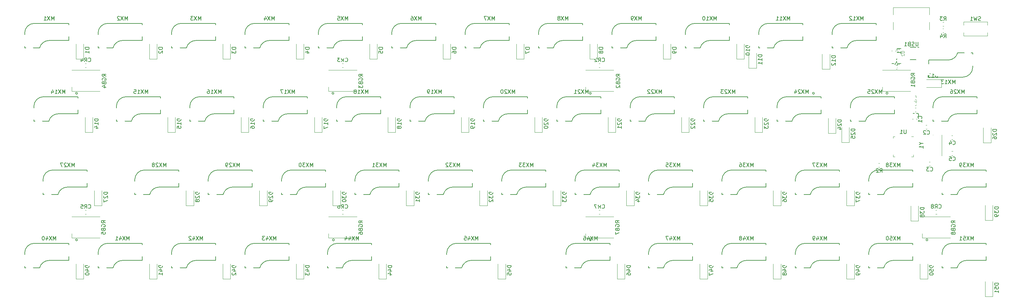
<source format=gbo>
%TF.GenerationSoftware,KiCad,Pcbnew,(5.1.5)-3*%
%TF.CreationDate,2020-03-30T21:53:17+02:00*%
%TF.ProjectId,UT51,55543531-2e6b-4696-9361-645f70636258,rev?*%
%TF.SameCoordinates,Original*%
%TF.FileFunction,Legend,Bot*%
%TF.FilePolarity,Positive*%
%FSLAX46Y46*%
G04 Gerber Fmt 4.6, Leading zero omitted, Abs format (unit mm)*
G04 Created by KiCad (PCBNEW (5.1.5)-3) date 2020-03-30 21:53:17*
%MOMM*%
%LPD*%
G04 APERTURE LIST*
%ADD10C,0.200000*%
%ADD11C,0.120000*%
%ADD12C,0.150000*%
%ADD13C,0.100000*%
%ADD14C,0.300000*%
%ADD15C,3.448000*%
%ADD16C,4.387800*%
%ADD17R,2.200000X2.500000*%
%ADD18R,0.800000X0.700000*%
%ADD19R,0.800000X1.100000*%
%ADD20R,1.900000X1.900000*%
%ADD21R,1.300000X1.600000*%
%ADD22R,2.950000X2.900000*%
%ADD23C,2.101800*%
%ADD24C,3.400000*%
%ADD25R,1.600000X1.300000*%
%ADD26R,1.000000X1.850000*%
%ADD27R,0.700000X1.850000*%
%ADD28O,1.400000X2.500000*%
%ADD29C,1.050000*%
%ADD30O,1.400000X2.000000*%
%ADD31R,1.900000X1.400000*%
G04 APERTURE END LIST*
D10*
X259004000Y-52425000D02*
G75*
G03X259004000Y-52425000I-254000J0D01*
G01*
X48641000Y-90551000D02*
G75*
G03X48641000Y-90551000I-254000J0D01*
G01*
X115316000Y-90551000D02*
G75*
G03X115316000Y-90551000I-254000J0D01*
G01*
X181991000Y-90551000D02*
G75*
G03X181991000Y-90551000I-254000J0D01*
G01*
X269366000Y-90531000D02*
G75*
G03X269366000Y-90531000I-254000J0D01*
G01*
X48641000Y-52451000D02*
G75*
G03X48641000Y-52451000I-254000J0D01*
G01*
X115189000Y-52451000D02*
G75*
G03X115189000Y-52451000I-254000J0D01*
G01*
X181991000Y-52451000D02*
G75*
G03X181991000Y-52451000I-254000J0D01*
G01*
X239903000Y-52451000D02*
G75*
G03X239903000Y-52451000I-254000J0D01*
G01*
D11*
X269674722Y-70290000D02*
X270000280Y-70290000D01*
X269674722Y-71310000D02*
X270000280Y-71310000D01*
X272940000Y-63290000D02*
X272940000Y-68690000D01*
X268440000Y-63290000D02*
X272940000Y-63290000D01*
D12*
X264713399Y-40499101D02*
X266313399Y-40499101D01*
X266713399Y-40499101D02*
X267013399Y-40499101D01*
X264713399Y-43699101D02*
X266313399Y-43699101D01*
D11*
X265096601Y-63700000D02*
X265571601Y-63700000D01*
X260351601Y-68920000D02*
X260351601Y-68445000D01*
X260826601Y-68920000D02*
X260351601Y-68920000D01*
X265571601Y-68920000D02*
X265571601Y-68445000D01*
X265096601Y-68920000D02*
X265571601Y-68920000D01*
X260351601Y-63700000D02*
X260351601Y-64175000D01*
X260826601Y-63700000D02*
X260351601Y-63700000D01*
X284772500Y-37568750D02*
X284772500Y-33868750D01*
X278652500Y-37568750D02*
X284772500Y-37568750D01*
X278652500Y-33868750D02*
X278652500Y-37568750D01*
X284772500Y-33868750D02*
X278652500Y-33868750D01*
X266342779Y-55680000D02*
X266017221Y-55680000D01*
X266342779Y-54660000D02*
X266017221Y-54660000D01*
X266017221Y-53120000D02*
X266342779Y-53120000D01*
X266017221Y-54140000D02*
X266342779Y-54140000D01*
X273174721Y-35640000D02*
X273500279Y-35640000D01*
X273174721Y-36660000D02*
X273500279Y-36660000D01*
X273500279Y-35010000D02*
X273174721Y-35010000D01*
X273500279Y-33990000D02*
X273174721Y-33990000D01*
X256529721Y-70640000D02*
X256855279Y-70640000D01*
X256529721Y-71660000D02*
X256855279Y-71660000D01*
X261074721Y-43465000D02*
X261400279Y-43465000D01*
X261074721Y-44485000D02*
X261400279Y-44485000D01*
X272910000Y-48910000D02*
X269010000Y-48910000D01*
X272910000Y-50910000D02*
X269010000Y-50910000D01*
X272910000Y-48910000D02*
X272910000Y-50910000D01*
X261420280Y-46200000D02*
X261094722Y-46200000D01*
X261420280Y-45180000D02*
X261094722Y-45180000D01*
X266004721Y-56260000D02*
X266330279Y-56260000D01*
X266004721Y-57280000D02*
X266330279Y-57280000D01*
X275514721Y-67550000D02*
X275840279Y-67550000D01*
X275514721Y-68570000D02*
X275840279Y-68570000D01*
X275514721Y-63410000D02*
X275840279Y-63410000D01*
X275514721Y-64430000D02*
X275840279Y-64430000D01*
X268829720Y-60740000D02*
X269155278Y-60740000D01*
X268829720Y-61760000D02*
X269155278Y-61760000D01*
X265440000Y-59365279D02*
X265440000Y-59039721D01*
X266460000Y-59365279D02*
X266460000Y-59039721D01*
D12*
X255905000Y-34290000D02*
X255905000Y-34671000D01*
X247015000Y-34290000D02*
X255905000Y-34290000D01*
X244475000Y-36830000D02*
X244475000Y-37211000D01*
X244856000Y-40640000D02*
X244475000Y-40640000D01*
X248360838Y-40640000D02*
X246634000Y-40640000D01*
X255905000Y-38735000D02*
X250825000Y-38735000D01*
X255905000Y-37719000D02*
X255905000Y-38735000D01*
X248360838Y-40658960D02*
G75*
G02X250825000Y-38735000I2464162J-616040D01*
G01*
X244475000Y-40259000D02*
X244475000Y-40640000D01*
X244475000Y-36830000D02*
G75*
G02X247015000Y-34290000I2540000J0D01*
G01*
X241617500Y-53340000D02*
X241617500Y-53721000D01*
X232727500Y-53340000D02*
X241617500Y-53340000D01*
X230187500Y-55880000D02*
X230187500Y-56261000D01*
X230568500Y-59690000D02*
X230187500Y-59690000D01*
X234073338Y-59690000D02*
X232346500Y-59690000D01*
X241617500Y-57785000D02*
X236537500Y-57785000D01*
X241617500Y-56769000D02*
X241617500Y-57785000D01*
X234073338Y-59708960D02*
G75*
G02X236537500Y-57785000I2464162J-616040D01*
G01*
X230187500Y-59309000D02*
X230187500Y-59690000D01*
X230187500Y-55880000D02*
G75*
G02X232727500Y-53340000I2540000J0D01*
G01*
X269557500Y-48260000D02*
X269557500Y-47879000D01*
X278447500Y-48260000D02*
X269557500Y-48260000D01*
X280987500Y-45720000D02*
X280987500Y-45339000D01*
X280606500Y-41910000D02*
X280987500Y-41910000D01*
X277101662Y-41910000D02*
X278828500Y-41910000D01*
X269557500Y-43815000D02*
X274637500Y-43815000D01*
X269557500Y-44831000D02*
X269557500Y-43815000D01*
X277101662Y-41891040D02*
G75*
G02X274637500Y-43815000I-2464162J616040D01*
G01*
X280987500Y-42291000D02*
X280987500Y-41910000D01*
X280987500Y-45720000D02*
G75*
G02X278447500Y-48260000I-2540000J0D01*
G01*
X48736250Y-53340000D02*
X48736250Y-53721000D01*
X39846250Y-53340000D02*
X48736250Y-53340000D01*
X37306250Y-55880000D02*
X37306250Y-56261000D01*
X37687250Y-59690000D02*
X37306250Y-59690000D01*
X41192088Y-59690000D02*
X39465250Y-59690000D01*
X48736250Y-57785000D02*
X43656250Y-57785000D01*
X48736250Y-56769000D02*
X48736250Y-57785000D01*
X41192088Y-59708960D02*
G75*
G02X43656250Y-57785000I2464162J-616040D01*
G01*
X37306250Y-59309000D02*
X37306250Y-59690000D01*
X37306250Y-55880000D02*
G75*
G02X39846250Y-53340000I2540000J0D01*
G01*
X70167500Y-53340000D02*
X70167500Y-53721000D01*
X61277500Y-53340000D02*
X70167500Y-53340000D01*
X58737500Y-55880000D02*
X58737500Y-56261000D01*
X59118500Y-59690000D02*
X58737500Y-59690000D01*
X62623338Y-59690000D02*
X60896500Y-59690000D01*
X70167500Y-57785000D02*
X65087500Y-57785000D01*
X70167500Y-56769000D02*
X70167500Y-57785000D01*
X62623338Y-59708960D02*
G75*
G02X65087500Y-57785000I2464162J-616040D01*
G01*
X58737500Y-59309000D02*
X58737500Y-59690000D01*
X58737500Y-55880000D02*
G75*
G02X61277500Y-53340000I2540000J0D01*
G01*
X65405000Y-34290000D02*
X65405000Y-34671000D01*
X56515000Y-34290000D02*
X65405000Y-34290000D01*
X53975000Y-36830000D02*
X53975000Y-37211000D01*
X54356000Y-40640000D02*
X53975000Y-40640000D01*
X57860838Y-40640000D02*
X56134000Y-40640000D01*
X65405000Y-38735000D02*
X60325000Y-38735000D01*
X65405000Y-37719000D02*
X65405000Y-38735000D01*
X57860838Y-40658960D02*
G75*
G02X60325000Y-38735000I2464162J-616040D01*
G01*
X53975000Y-40259000D02*
X53975000Y-40640000D01*
X53975000Y-36830000D02*
G75*
G02X56515000Y-34290000I2540000J0D01*
G01*
X46355000Y-34290000D02*
X46355000Y-34671000D01*
X37465000Y-34290000D02*
X46355000Y-34290000D01*
X34925000Y-36830000D02*
X34925000Y-37211000D01*
X35306000Y-40640000D02*
X34925000Y-40640000D01*
X38810838Y-40640000D02*
X37084000Y-40640000D01*
X46355000Y-38735000D02*
X41275000Y-38735000D01*
X46355000Y-37719000D02*
X46355000Y-38735000D01*
X38810838Y-40658960D02*
G75*
G02X41275000Y-38735000I2464162J-616040D01*
G01*
X34925000Y-40259000D02*
X34925000Y-40640000D01*
X34925000Y-36830000D02*
G75*
G02X37465000Y-34290000I2540000J0D01*
G01*
D11*
X259997501Y-41630280D02*
X259997501Y-41304722D01*
X261017501Y-41630280D02*
X261017501Y-41304722D01*
X286200000Y-105275000D02*
X286200000Y-101375000D01*
X284200000Y-105275000D02*
X284200000Y-101375000D01*
X286200000Y-105275000D02*
X284200000Y-105275000D01*
X286200000Y-85475000D02*
X286200000Y-81575000D01*
X284200000Y-85475000D02*
X284200000Y-81575000D01*
X286200000Y-85475000D02*
X284200000Y-85475000D01*
X285730000Y-65300000D02*
X285730000Y-61400000D01*
X283730000Y-65300000D02*
X283730000Y-61400000D01*
X285730000Y-65300000D02*
X283730000Y-65300000D01*
X269300000Y-100675000D02*
X269300000Y-96775000D01*
X267300000Y-100675000D02*
X267300000Y-96775000D01*
X269300000Y-100675000D02*
X267300000Y-100675000D01*
X250237500Y-100675000D02*
X250237500Y-96775000D01*
X248237500Y-100675000D02*
X248237500Y-96775000D01*
X250237500Y-100675000D02*
X248237500Y-100675000D01*
X231187500Y-100675000D02*
X231187500Y-96775000D01*
X229187500Y-100675000D02*
X229187500Y-96775000D01*
X231187500Y-100675000D02*
X229187500Y-100675000D01*
X212137500Y-100675000D02*
X212137500Y-96775000D01*
X210137500Y-100675000D02*
X210137500Y-96775000D01*
X212137500Y-100675000D02*
X210137500Y-100675000D01*
X190706250Y-100675000D02*
X190706250Y-96775000D01*
X188706250Y-100675000D02*
X188706250Y-96775000D01*
X190706250Y-100675000D02*
X188706250Y-100675000D01*
X159750000Y-100675000D02*
X159750000Y-96775000D01*
X157750000Y-100675000D02*
X157750000Y-96775000D01*
X159750000Y-100675000D02*
X157750000Y-100675000D01*
X128793750Y-100675000D02*
X128793750Y-96775000D01*
X126793750Y-100675000D02*
X126793750Y-96775000D01*
X128793750Y-100675000D02*
X126793750Y-100675000D01*
X107362500Y-100675000D02*
X107362500Y-96775000D01*
X105362500Y-100675000D02*
X105362500Y-96775000D01*
X107362500Y-100675000D02*
X105362500Y-100675000D01*
X88312500Y-100675000D02*
X88312500Y-96775000D01*
X86312500Y-100675000D02*
X86312500Y-96775000D01*
X88312500Y-100675000D02*
X86312500Y-100675000D01*
X69262500Y-100675000D02*
X69262500Y-96775000D01*
X67262500Y-100675000D02*
X67262500Y-96775000D01*
X69262500Y-100675000D02*
X67262500Y-100675000D01*
X50212500Y-100675000D02*
X50212500Y-96775000D01*
X48212500Y-100675000D02*
X48212500Y-96775000D01*
X50212500Y-100675000D02*
X48212500Y-100675000D01*
X266906250Y-85593750D02*
X266906250Y-81693750D01*
X264906250Y-85593750D02*
X264906250Y-81693750D01*
X266906250Y-85593750D02*
X264906250Y-85593750D01*
X250237500Y-81625000D02*
X250237500Y-77725000D01*
X248237500Y-81625000D02*
X248237500Y-77725000D01*
X250237500Y-81625000D02*
X248237500Y-81625000D01*
X231187500Y-81625000D02*
X231187500Y-77725000D01*
X229187500Y-81625000D02*
X229187500Y-77725000D01*
X231187500Y-81625000D02*
X229187500Y-81625000D01*
X212137500Y-81625000D02*
X212137500Y-77725000D01*
X210137500Y-81625000D02*
X210137500Y-77725000D01*
X212137500Y-81625000D02*
X210137500Y-81625000D01*
X193087500Y-81625000D02*
X193087500Y-77725000D01*
X191087500Y-81625000D02*
X191087500Y-77725000D01*
X193087500Y-81625000D02*
X191087500Y-81625000D01*
X174037500Y-81625000D02*
X174037500Y-77725000D01*
X172037500Y-81625000D02*
X172037500Y-77725000D01*
X174037500Y-81625000D02*
X172037500Y-81625000D01*
X154987500Y-81625000D02*
X154987500Y-77725000D01*
X152987500Y-81625000D02*
X152987500Y-77725000D01*
X154987500Y-81625000D02*
X152987500Y-81625000D01*
X135937500Y-81625000D02*
X135937500Y-77725000D01*
X133937500Y-81625000D02*
X133937500Y-77725000D01*
X135937500Y-81625000D02*
X133937500Y-81625000D01*
X116887500Y-81625000D02*
X116887500Y-77725000D01*
X114887500Y-81625000D02*
X114887500Y-77725000D01*
X116887500Y-81625000D02*
X114887500Y-81625000D01*
X97837500Y-81625000D02*
X97837500Y-77725000D01*
X95837500Y-81625000D02*
X95837500Y-77725000D01*
X97837500Y-81625000D02*
X95837500Y-81625000D01*
X78787500Y-81625000D02*
X78787500Y-77725000D01*
X76787500Y-81625000D02*
X76787500Y-77725000D01*
X78787500Y-81625000D02*
X76787500Y-81625000D01*
X54975000Y-81625000D02*
X54975000Y-77725000D01*
X52975000Y-81625000D02*
X52975000Y-77725000D01*
X54975000Y-81625000D02*
X52975000Y-81625000D01*
X248950000Y-65190000D02*
X248950000Y-61290000D01*
X246950000Y-65190000D02*
X246950000Y-61290000D01*
X248950000Y-65190000D02*
X246950000Y-65190000D01*
X245470000Y-62840000D02*
X245470000Y-58940000D01*
X243470000Y-62840000D02*
X243470000Y-58940000D01*
X245470000Y-62840000D02*
X243470000Y-62840000D01*
X226425000Y-62575000D02*
X226425000Y-58675000D01*
X224425000Y-62575000D02*
X224425000Y-58675000D01*
X226425000Y-62575000D02*
X224425000Y-62575000D01*
X207375000Y-62575000D02*
X207375000Y-58675000D01*
X205375000Y-62575000D02*
X205375000Y-58675000D01*
X207375000Y-62575000D02*
X205375000Y-62575000D01*
X188325000Y-62575000D02*
X188325000Y-58675000D01*
X186325000Y-62575000D02*
X186325000Y-58675000D01*
X188325000Y-62575000D02*
X186325000Y-62575000D01*
X169275000Y-62575000D02*
X169275000Y-58675000D01*
X167275000Y-62575000D02*
X167275000Y-58675000D01*
X169275000Y-62575000D02*
X167275000Y-62575000D01*
X150225000Y-62575000D02*
X150225000Y-58675000D01*
X148225000Y-62575000D02*
X148225000Y-58675000D01*
X150225000Y-62575000D02*
X148225000Y-62575000D01*
X131175000Y-62575000D02*
X131175000Y-58675000D01*
X129175000Y-62575000D02*
X129175000Y-58675000D01*
X131175000Y-62575000D02*
X129175000Y-62575000D01*
X112125000Y-62575000D02*
X112125000Y-58675000D01*
X110125000Y-62575000D02*
X110125000Y-58675000D01*
X112125000Y-62575000D02*
X110125000Y-62575000D01*
X93075000Y-62575000D02*
X93075000Y-58675000D01*
X91075000Y-62575000D02*
X91075000Y-58675000D01*
X93075000Y-62575000D02*
X91075000Y-62575000D01*
X74025000Y-62575000D02*
X74025000Y-58675000D01*
X72025000Y-62575000D02*
X72025000Y-58675000D01*
X74025000Y-62575000D02*
X72025000Y-62575000D01*
X52593750Y-62575000D02*
X52593750Y-58675000D01*
X50593750Y-62575000D02*
X50593750Y-58675000D01*
X52593750Y-62575000D02*
X50593750Y-62575000D01*
X243920000Y-46170000D02*
X243920000Y-42270000D01*
X241920000Y-46170000D02*
X241920000Y-42270000D01*
X243920000Y-46170000D02*
X241920000Y-46170000D01*
X224837500Y-45906250D02*
X224837500Y-42006250D01*
X222837500Y-45906250D02*
X222837500Y-42006250D01*
X224837500Y-45906250D02*
X222837500Y-45906250D01*
X221662500Y-43525000D02*
X221662500Y-39625000D01*
X219662500Y-43525000D02*
X219662500Y-39625000D01*
X221662500Y-43525000D02*
X219662500Y-43525000D01*
X202612500Y-43525000D02*
X202612500Y-39625000D01*
X200612500Y-43525000D02*
X200612500Y-39625000D01*
X202612500Y-43525000D02*
X200612500Y-43525000D01*
X183562500Y-43525000D02*
X183562500Y-39625000D01*
X181562500Y-43525000D02*
X181562500Y-39625000D01*
X183562500Y-43525000D02*
X181562500Y-43525000D01*
X164512500Y-43525000D02*
X164512500Y-39625000D01*
X162512500Y-43525000D02*
X162512500Y-39625000D01*
X164512500Y-43525000D02*
X162512500Y-43525000D01*
X145462500Y-43525000D02*
X145462500Y-39625000D01*
X143462500Y-43525000D02*
X143462500Y-39625000D01*
X145462500Y-43525000D02*
X143462500Y-43525000D01*
X126412500Y-43525000D02*
X126412500Y-39625000D01*
X124412500Y-43525000D02*
X124412500Y-39625000D01*
X126412500Y-43525000D02*
X124412500Y-43525000D01*
X107362500Y-43525000D02*
X107362500Y-39625000D01*
X105362500Y-43525000D02*
X105362500Y-39625000D01*
X107362500Y-43525000D02*
X105362500Y-43525000D01*
X88312500Y-43525000D02*
X88312500Y-39625000D01*
X86312500Y-43525000D02*
X86312500Y-39625000D01*
X88312500Y-43525000D02*
X86312500Y-43525000D01*
X69262500Y-43525000D02*
X69262500Y-39625000D01*
X67262500Y-43525000D02*
X67262500Y-39625000D01*
X69262500Y-43525000D02*
X67262500Y-43525000D01*
X50212500Y-43525000D02*
X50212500Y-39625000D01*
X48212500Y-43525000D02*
X48212500Y-39625000D01*
X50212500Y-43525000D02*
X48212500Y-43525000D01*
X271687779Y-83833750D02*
X271362221Y-83833750D01*
X271687779Y-82813750D02*
X271362221Y-82813750D01*
X184312779Y-83853750D02*
X183987221Y-83853750D01*
X184312779Y-82833750D02*
X183987221Y-82833750D01*
X117637779Y-83853750D02*
X117312221Y-83853750D01*
X117637779Y-82833750D02*
X117312221Y-82833750D01*
X50962779Y-83853750D02*
X50637221Y-83853750D01*
X50962779Y-82833750D02*
X50637221Y-82833750D01*
X50962779Y-45753750D02*
X50637221Y-45753750D01*
X50962779Y-44733750D02*
X50637221Y-44733750D01*
X117637779Y-45753750D02*
X117312221Y-45753750D01*
X117637779Y-44733750D02*
X117312221Y-44733750D01*
X184312779Y-45753750D02*
X183987221Y-45753750D01*
X184312779Y-44733750D02*
X183987221Y-44733750D01*
X260363399Y-30150000D02*
X269763399Y-30150000D01*
X269763399Y-35950000D02*
X269763399Y-33950000D01*
X269763399Y-32050000D02*
X269763399Y-30150000D01*
X260363399Y-35950000D02*
X260363399Y-33950000D01*
X260363399Y-32050000D02*
X260363399Y-30150000D01*
X267875000Y-90042500D02*
X267875000Y-88892500D01*
X275175000Y-90042500D02*
X267875000Y-90042500D01*
X275175000Y-84542500D02*
X267875000Y-84542500D01*
X180500000Y-90062500D02*
X180500000Y-88912500D01*
X187800000Y-90062500D02*
X180500000Y-90062500D01*
X187800000Y-84562500D02*
X180500000Y-84562500D01*
X113825000Y-90062500D02*
X113825000Y-88912500D01*
X121125000Y-90062500D02*
X113825000Y-90062500D01*
X121125000Y-84562500D02*
X113825000Y-84562500D01*
X47150000Y-90062500D02*
X47150000Y-88912500D01*
X54450000Y-90062500D02*
X47150000Y-90062500D01*
X54450000Y-84562500D02*
X47150000Y-84562500D01*
X47150000Y-51962500D02*
X47150000Y-50812500D01*
X54450000Y-51962500D02*
X47150000Y-51962500D01*
X54450000Y-46462500D02*
X47150000Y-46462500D01*
X113825000Y-51962500D02*
X113825000Y-50812500D01*
X121125000Y-51962500D02*
X113825000Y-51962500D01*
X121125000Y-46462500D02*
X113825000Y-46462500D01*
X180500000Y-51962500D02*
X180500000Y-50812500D01*
X187800000Y-51962500D02*
X180500000Y-51962500D01*
X187800000Y-46462500D02*
X180500000Y-46462500D01*
X257553750Y-51962500D02*
X257553750Y-50812500D01*
X264853750Y-51962500D02*
X257553750Y-51962500D01*
X264853750Y-46462500D02*
X257553750Y-46462500D01*
D12*
X284480000Y-91440000D02*
X284480000Y-91821000D01*
X275590000Y-91440000D02*
X284480000Y-91440000D01*
X273050000Y-93980000D02*
X273050000Y-94361000D01*
X273431000Y-97790000D02*
X273050000Y-97790000D01*
X276935838Y-97790000D02*
X275209000Y-97790000D01*
X284480000Y-95885000D02*
X279400000Y-95885000D01*
X284480000Y-94869000D02*
X284480000Y-95885000D01*
X276935838Y-97808960D02*
G75*
G02X279400000Y-95885000I2464162J-616040D01*
G01*
X273050000Y-97409000D02*
X273050000Y-97790000D01*
X273050000Y-93980000D02*
G75*
G02X275590000Y-91440000I2540000J0D01*
G01*
X282098750Y-53340000D02*
X282098750Y-53721000D01*
X273208750Y-53340000D02*
X282098750Y-53340000D01*
X270668750Y-55880000D02*
X270668750Y-56261000D01*
X271049750Y-59690000D02*
X270668750Y-59690000D01*
X274554588Y-59690000D02*
X272827750Y-59690000D01*
X282098750Y-57785000D02*
X277018750Y-57785000D01*
X282098750Y-56769000D02*
X282098750Y-57785000D01*
X274554588Y-59708960D02*
G75*
G02X277018750Y-57785000I2464162J-616040D01*
G01*
X270668750Y-59309000D02*
X270668750Y-59690000D01*
X270668750Y-55880000D02*
G75*
G02X273208750Y-53340000I2540000J0D01*
G01*
X284480000Y-72390000D02*
X284480000Y-72771000D01*
X275590000Y-72390000D02*
X284480000Y-72390000D01*
X273050000Y-74930000D02*
X273050000Y-75311000D01*
X273431000Y-78740000D02*
X273050000Y-78740000D01*
X276935838Y-78740000D02*
X275209000Y-78740000D01*
X284480000Y-76835000D02*
X279400000Y-76835000D01*
X284480000Y-75819000D02*
X284480000Y-76835000D01*
X276935838Y-78758960D02*
G75*
G02X279400000Y-76835000I2464162J-616040D01*
G01*
X273050000Y-78359000D02*
X273050000Y-78740000D01*
X273050000Y-74930000D02*
G75*
G02X275590000Y-72390000I2540000J0D01*
G01*
X265430000Y-91440000D02*
X265430000Y-91821000D01*
X256540000Y-91440000D02*
X265430000Y-91440000D01*
X254000000Y-93980000D02*
X254000000Y-94361000D01*
X254381000Y-97790000D02*
X254000000Y-97790000D01*
X257885838Y-97790000D02*
X256159000Y-97790000D01*
X265430000Y-95885000D02*
X260350000Y-95885000D01*
X265430000Y-94869000D02*
X265430000Y-95885000D01*
X257885838Y-97808960D02*
G75*
G02X260350000Y-95885000I2464162J-616040D01*
G01*
X254000000Y-97409000D02*
X254000000Y-97790000D01*
X254000000Y-93980000D02*
G75*
G02X256540000Y-91440000I2540000J0D01*
G01*
X246380000Y-91440000D02*
X246380000Y-91821000D01*
X237490000Y-91440000D02*
X246380000Y-91440000D01*
X234950000Y-93980000D02*
X234950000Y-94361000D01*
X235331000Y-97790000D02*
X234950000Y-97790000D01*
X238835838Y-97790000D02*
X237109000Y-97790000D01*
X246380000Y-95885000D02*
X241300000Y-95885000D01*
X246380000Y-94869000D02*
X246380000Y-95885000D01*
X238835838Y-97808960D02*
G75*
G02X241300000Y-95885000I2464162J-616040D01*
G01*
X234950000Y-97409000D02*
X234950000Y-97790000D01*
X234950000Y-93980000D02*
G75*
G02X237490000Y-91440000I2540000J0D01*
G01*
X227330000Y-91440000D02*
X227330000Y-91821000D01*
X218440000Y-91440000D02*
X227330000Y-91440000D01*
X215900000Y-93980000D02*
X215900000Y-94361000D01*
X216281000Y-97790000D02*
X215900000Y-97790000D01*
X219785838Y-97790000D02*
X218059000Y-97790000D01*
X227330000Y-95885000D02*
X222250000Y-95885000D01*
X227330000Y-94869000D02*
X227330000Y-95885000D01*
X219785838Y-97808960D02*
G75*
G02X222250000Y-95885000I2464162J-616040D01*
G01*
X215900000Y-97409000D02*
X215900000Y-97790000D01*
X215900000Y-93980000D02*
G75*
G02X218440000Y-91440000I2540000J0D01*
G01*
X208280000Y-91440000D02*
X208280000Y-91821000D01*
X199390000Y-91440000D02*
X208280000Y-91440000D01*
X196850000Y-93980000D02*
X196850000Y-94361000D01*
X197231000Y-97790000D02*
X196850000Y-97790000D01*
X200735838Y-97790000D02*
X199009000Y-97790000D01*
X208280000Y-95885000D02*
X203200000Y-95885000D01*
X208280000Y-94869000D02*
X208280000Y-95885000D01*
X200735838Y-97808960D02*
G75*
G02X203200000Y-95885000I2464162J-616040D01*
G01*
X196850000Y-97409000D02*
X196850000Y-97790000D01*
X196850000Y-93980000D02*
G75*
G02X199390000Y-91440000I2540000J0D01*
G01*
X186848750Y-91440000D02*
X186848750Y-91821000D01*
X177958750Y-91440000D02*
X186848750Y-91440000D01*
X175418750Y-93980000D02*
X175418750Y-94361000D01*
X175799750Y-97790000D02*
X175418750Y-97790000D01*
X179304588Y-97790000D02*
X177577750Y-97790000D01*
X186848750Y-95885000D02*
X181768750Y-95885000D01*
X186848750Y-94869000D02*
X186848750Y-95885000D01*
X179304588Y-97808960D02*
G75*
G02X181768750Y-95885000I2464162J-616040D01*
G01*
X175418750Y-97409000D02*
X175418750Y-97790000D01*
X175418750Y-93980000D02*
G75*
G02X177958750Y-91440000I2540000J0D01*
G01*
X155892500Y-91440000D02*
X155892500Y-91821000D01*
X147002500Y-91440000D02*
X155892500Y-91440000D01*
X144462500Y-93980000D02*
X144462500Y-94361000D01*
X144843500Y-97790000D02*
X144462500Y-97790000D01*
X148348338Y-97790000D02*
X146621500Y-97790000D01*
X155892500Y-95885000D02*
X150812500Y-95885000D01*
X155892500Y-94869000D02*
X155892500Y-95885000D01*
X148348338Y-97808960D02*
G75*
G02X150812500Y-95885000I2464162J-616040D01*
G01*
X144462500Y-97409000D02*
X144462500Y-97790000D01*
X144462500Y-93980000D02*
G75*
G02X147002500Y-91440000I2540000J0D01*
G01*
X124936250Y-91440000D02*
X124936250Y-91821000D01*
X116046250Y-91440000D02*
X124936250Y-91440000D01*
X113506250Y-93980000D02*
X113506250Y-94361000D01*
X113887250Y-97790000D02*
X113506250Y-97790000D01*
X117392088Y-97790000D02*
X115665250Y-97790000D01*
X124936250Y-95885000D02*
X119856250Y-95885000D01*
X124936250Y-94869000D02*
X124936250Y-95885000D01*
X117392088Y-97808960D02*
G75*
G02X119856250Y-95885000I2464162J-616040D01*
G01*
X113506250Y-97409000D02*
X113506250Y-97790000D01*
X113506250Y-93980000D02*
G75*
G02X116046250Y-91440000I2540000J0D01*
G01*
X103505000Y-91440000D02*
X103505000Y-91821000D01*
X94615000Y-91440000D02*
X103505000Y-91440000D01*
X92075000Y-93980000D02*
X92075000Y-94361000D01*
X92456000Y-97790000D02*
X92075000Y-97790000D01*
X95960838Y-97790000D02*
X94234000Y-97790000D01*
X103505000Y-95885000D02*
X98425000Y-95885000D01*
X103505000Y-94869000D02*
X103505000Y-95885000D01*
X95960838Y-97808960D02*
G75*
G02X98425000Y-95885000I2464162J-616040D01*
G01*
X92075000Y-97409000D02*
X92075000Y-97790000D01*
X92075000Y-93980000D02*
G75*
G02X94615000Y-91440000I2540000J0D01*
G01*
X84455000Y-91440000D02*
X84455000Y-91821000D01*
X75565000Y-91440000D02*
X84455000Y-91440000D01*
X73025000Y-93980000D02*
X73025000Y-94361000D01*
X73406000Y-97790000D02*
X73025000Y-97790000D01*
X76910838Y-97790000D02*
X75184000Y-97790000D01*
X84455000Y-95885000D02*
X79375000Y-95885000D01*
X84455000Y-94869000D02*
X84455000Y-95885000D01*
X76910838Y-97808960D02*
G75*
G02X79375000Y-95885000I2464162J-616040D01*
G01*
X73025000Y-97409000D02*
X73025000Y-97790000D01*
X73025000Y-93980000D02*
G75*
G02X75565000Y-91440000I2540000J0D01*
G01*
X65405000Y-91440000D02*
X65405000Y-91821000D01*
X56515000Y-91440000D02*
X65405000Y-91440000D01*
X53975000Y-93980000D02*
X53975000Y-94361000D01*
X54356000Y-97790000D02*
X53975000Y-97790000D01*
X57860838Y-97790000D02*
X56134000Y-97790000D01*
X65405000Y-95885000D02*
X60325000Y-95885000D01*
X65405000Y-94869000D02*
X65405000Y-95885000D01*
X57860838Y-97808960D02*
G75*
G02X60325000Y-95885000I2464162J-616040D01*
G01*
X53975000Y-97409000D02*
X53975000Y-97790000D01*
X53975000Y-93980000D02*
G75*
G02X56515000Y-91440000I2540000J0D01*
G01*
X46355000Y-91440000D02*
X46355000Y-91821000D01*
X37465000Y-91440000D02*
X46355000Y-91440000D01*
X34925000Y-93980000D02*
X34925000Y-94361000D01*
X35306000Y-97790000D02*
X34925000Y-97790000D01*
X38810838Y-97790000D02*
X37084000Y-97790000D01*
X46355000Y-95885000D02*
X41275000Y-95885000D01*
X46355000Y-94869000D02*
X46355000Y-95885000D01*
X38810838Y-97808960D02*
G75*
G02X41275000Y-95885000I2464162J-616040D01*
G01*
X34925000Y-97409000D02*
X34925000Y-97790000D01*
X34925000Y-93980000D02*
G75*
G02X37465000Y-91440000I2540000J0D01*
G01*
X265430000Y-72390000D02*
X265430000Y-72771000D01*
X256540000Y-72390000D02*
X265430000Y-72390000D01*
X254000000Y-74930000D02*
X254000000Y-75311000D01*
X254381000Y-78740000D02*
X254000000Y-78740000D01*
X257885838Y-78740000D02*
X256159000Y-78740000D01*
X265430000Y-76835000D02*
X260350000Y-76835000D01*
X265430000Y-75819000D02*
X265430000Y-76835000D01*
X257885838Y-78758960D02*
G75*
G02X260350000Y-76835000I2464162J-616040D01*
G01*
X254000000Y-78359000D02*
X254000000Y-78740000D01*
X254000000Y-74930000D02*
G75*
G02X256540000Y-72390000I2540000J0D01*
G01*
X246380000Y-72390000D02*
X246380000Y-72771000D01*
X237490000Y-72390000D02*
X246380000Y-72390000D01*
X234950000Y-74930000D02*
X234950000Y-75311000D01*
X235331000Y-78740000D02*
X234950000Y-78740000D01*
X238835838Y-78740000D02*
X237109000Y-78740000D01*
X246380000Y-76835000D02*
X241300000Y-76835000D01*
X246380000Y-75819000D02*
X246380000Y-76835000D01*
X238835838Y-78758960D02*
G75*
G02X241300000Y-76835000I2464162J-616040D01*
G01*
X234950000Y-78359000D02*
X234950000Y-78740000D01*
X234950000Y-74930000D02*
G75*
G02X237490000Y-72390000I2540000J0D01*
G01*
X227330000Y-72390000D02*
X227330000Y-72771000D01*
X218440000Y-72390000D02*
X227330000Y-72390000D01*
X215900000Y-74930000D02*
X215900000Y-75311000D01*
X216281000Y-78740000D02*
X215900000Y-78740000D01*
X219785838Y-78740000D02*
X218059000Y-78740000D01*
X227330000Y-76835000D02*
X222250000Y-76835000D01*
X227330000Y-75819000D02*
X227330000Y-76835000D01*
X219785838Y-78758960D02*
G75*
G02X222250000Y-76835000I2464162J-616040D01*
G01*
X215900000Y-78359000D02*
X215900000Y-78740000D01*
X215900000Y-74930000D02*
G75*
G02X218440000Y-72390000I2540000J0D01*
G01*
X208280000Y-72390000D02*
X208280000Y-72771000D01*
X199390000Y-72390000D02*
X208280000Y-72390000D01*
X196850000Y-74930000D02*
X196850000Y-75311000D01*
X197231000Y-78740000D02*
X196850000Y-78740000D01*
X200735838Y-78740000D02*
X199009000Y-78740000D01*
X208280000Y-76835000D02*
X203200000Y-76835000D01*
X208280000Y-75819000D02*
X208280000Y-76835000D01*
X200735838Y-78758960D02*
G75*
G02X203200000Y-76835000I2464162J-616040D01*
G01*
X196850000Y-78359000D02*
X196850000Y-78740000D01*
X196850000Y-74930000D02*
G75*
G02X199390000Y-72390000I2540000J0D01*
G01*
X189230000Y-72390000D02*
X189230000Y-72771000D01*
X180340000Y-72390000D02*
X189230000Y-72390000D01*
X177800000Y-74930000D02*
X177800000Y-75311000D01*
X178181000Y-78740000D02*
X177800000Y-78740000D01*
X181685838Y-78740000D02*
X179959000Y-78740000D01*
X189230000Y-76835000D02*
X184150000Y-76835000D01*
X189230000Y-75819000D02*
X189230000Y-76835000D01*
X181685838Y-78758960D02*
G75*
G02X184150000Y-76835000I2464162J-616040D01*
G01*
X177800000Y-78359000D02*
X177800000Y-78740000D01*
X177800000Y-74930000D02*
G75*
G02X180340000Y-72390000I2540000J0D01*
G01*
X170180000Y-72390000D02*
X170180000Y-72771000D01*
X161290000Y-72390000D02*
X170180000Y-72390000D01*
X158750000Y-74930000D02*
X158750000Y-75311000D01*
X159131000Y-78740000D02*
X158750000Y-78740000D01*
X162635838Y-78740000D02*
X160909000Y-78740000D01*
X170180000Y-76835000D02*
X165100000Y-76835000D01*
X170180000Y-75819000D02*
X170180000Y-76835000D01*
X162635838Y-78758960D02*
G75*
G02X165100000Y-76835000I2464162J-616040D01*
G01*
X158750000Y-78359000D02*
X158750000Y-78740000D01*
X158750000Y-74930000D02*
G75*
G02X161290000Y-72390000I2540000J0D01*
G01*
X151130000Y-72390000D02*
X151130000Y-72771000D01*
X142240000Y-72390000D02*
X151130000Y-72390000D01*
X139700000Y-74930000D02*
X139700000Y-75311000D01*
X140081000Y-78740000D02*
X139700000Y-78740000D01*
X143585838Y-78740000D02*
X141859000Y-78740000D01*
X151130000Y-76835000D02*
X146050000Y-76835000D01*
X151130000Y-75819000D02*
X151130000Y-76835000D01*
X143585838Y-78758960D02*
G75*
G02X146050000Y-76835000I2464162J-616040D01*
G01*
X139700000Y-78359000D02*
X139700000Y-78740000D01*
X139700000Y-74930000D02*
G75*
G02X142240000Y-72390000I2540000J0D01*
G01*
X132080000Y-72390000D02*
X132080000Y-72771000D01*
X123190000Y-72390000D02*
X132080000Y-72390000D01*
X120650000Y-74930000D02*
X120650000Y-75311000D01*
X121031000Y-78740000D02*
X120650000Y-78740000D01*
X124535838Y-78740000D02*
X122809000Y-78740000D01*
X132080000Y-76835000D02*
X127000000Y-76835000D01*
X132080000Y-75819000D02*
X132080000Y-76835000D01*
X124535838Y-78758960D02*
G75*
G02X127000000Y-76835000I2464162J-616040D01*
G01*
X120650000Y-78359000D02*
X120650000Y-78740000D01*
X120650000Y-74930000D02*
G75*
G02X123190000Y-72390000I2540000J0D01*
G01*
X113030000Y-72390000D02*
X113030000Y-72771000D01*
X104140000Y-72390000D02*
X113030000Y-72390000D01*
X101600000Y-74930000D02*
X101600000Y-75311000D01*
X101981000Y-78740000D02*
X101600000Y-78740000D01*
X105485838Y-78740000D02*
X103759000Y-78740000D01*
X113030000Y-76835000D02*
X107950000Y-76835000D01*
X113030000Y-75819000D02*
X113030000Y-76835000D01*
X105485838Y-78758960D02*
G75*
G02X107950000Y-76835000I2464162J-616040D01*
G01*
X101600000Y-78359000D02*
X101600000Y-78740000D01*
X101600000Y-74930000D02*
G75*
G02X104140000Y-72390000I2540000J0D01*
G01*
X93980000Y-72390000D02*
X93980000Y-72771000D01*
X85090000Y-72390000D02*
X93980000Y-72390000D01*
X82550000Y-74930000D02*
X82550000Y-75311000D01*
X82931000Y-78740000D02*
X82550000Y-78740000D01*
X86435838Y-78740000D02*
X84709000Y-78740000D01*
X93980000Y-76835000D02*
X88900000Y-76835000D01*
X93980000Y-75819000D02*
X93980000Y-76835000D01*
X86435838Y-78758960D02*
G75*
G02X88900000Y-76835000I2464162J-616040D01*
G01*
X82550000Y-78359000D02*
X82550000Y-78740000D01*
X82550000Y-74930000D02*
G75*
G02X85090000Y-72390000I2540000J0D01*
G01*
X74930000Y-72390000D02*
X74930000Y-72771000D01*
X66040000Y-72390000D02*
X74930000Y-72390000D01*
X63500000Y-74930000D02*
X63500000Y-75311000D01*
X63881000Y-78740000D02*
X63500000Y-78740000D01*
X67385838Y-78740000D02*
X65659000Y-78740000D01*
X74930000Y-76835000D02*
X69850000Y-76835000D01*
X74930000Y-75819000D02*
X74930000Y-76835000D01*
X67385838Y-78758960D02*
G75*
G02X69850000Y-76835000I2464162J-616040D01*
G01*
X63500000Y-78359000D02*
X63500000Y-78740000D01*
X63500000Y-74930000D02*
G75*
G02X66040000Y-72390000I2540000J0D01*
G01*
X51117500Y-72390000D02*
X51117500Y-72771000D01*
X42227500Y-72390000D02*
X51117500Y-72390000D01*
X39687500Y-74930000D02*
X39687500Y-75311000D01*
X40068500Y-78740000D02*
X39687500Y-78740000D01*
X43573338Y-78740000D02*
X41846500Y-78740000D01*
X51117500Y-76835000D02*
X46037500Y-76835000D01*
X51117500Y-75819000D02*
X51117500Y-76835000D01*
X43573338Y-78758960D02*
G75*
G02X46037500Y-76835000I2464162J-616040D01*
G01*
X39687500Y-78359000D02*
X39687500Y-78740000D01*
X39687500Y-74930000D02*
G75*
G02X42227500Y-72390000I2540000J0D01*
G01*
X260667500Y-53340000D02*
X260667500Y-53721000D01*
X251777500Y-53340000D02*
X260667500Y-53340000D01*
X249237500Y-55880000D02*
X249237500Y-56261000D01*
X249618500Y-59690000D02*
X249237500Y-59690000D01*
X253123338Y-59690000D02*
X251396500Y-59690000D01*
X260667500Y-57785000D02*
X255587500Y-57785000D01*
X260667500Y-56769000D02*
X260667500Y-57785000D01*
X253123338Y-59708960D02*
G75*
G02X255587500Y-57785000I2464162J-616040D01*
G01*
X249237500Y-59309000D02*
X249237500Y-59690000D01*
X249237500Y-55880000D02*
G75*
G02X251777500Y-53340000I2540000J0D01*
G01*
X222567500Y-53340000D02*
X222567500Y-53721000D01*
X213677500Y-53340000D02*
X222567500Y-53340000D01*
X211137500Y-55880000D02*
X211137500Y-56261000D01*
X211518500Y-59690000D02*
X211137500Y-59690000D01*
X215023338Y-59690000D02*
X213296500Y-59690000D01*
X222567500Y-57785000D02*
X217487500Y-57785000D01*
X222567500Y-56769000D02*
X222567500Y-57785000D01*
X215023338Y-59708960D02*
G75*
G02X217487500Y-57785000I2464162J-616040D01*
G01*
X211137500Y-59309000D02*
X211137500Y-59690000D01*
X211137500Y-55880000D02*
G75*
G02X213677500Y-53340000I2540000J0D01*
G01*
X203517500Y-53340000D02*
X203517500Y-53721000D01*
X194627500Y-53340000D02*
X203517500Y-53340000D01*
X192087500Y-55880000D02*
X192087500Y-56261000D01*
X192468500Y-59690000D02*
X192087500Y-59690000D01*
X195973338Y-59690000D02*
X194246500Y-59690000D01*
X203517500Y-57785000D02*
X198437500Y-57785000D01*
X203517500Y-56769000D02*
X203517500Y-57785000D01*
X195973338Y-59708960D02*
G75*
G02X198437500Y-57785000I2464162J-616040D01*
G01*
X192087500Y-59309000D02*
X192087500Y-59690000D01*
X192087500Y-55880000D02*
G75*
G02X194627500Y-53340000I2540000J0D01*
G01*
X184467500Y-53340000D02*
X184467500Y-53721000D01*
X175577500Y-53340000D02*
X184467500Y-53340000D01*
X173037500Y-55880000D02*
X173037500Y-56261000D01*
X173418500Y-59690000D02*
X173037500Y-59690000D01*
X176923338Y-59690000D02*
X175196500Y-59690000D01*
X184467500Y-57785000D02*
X179387500Y-57785000D01*
X184467500Y-56769000D02*
X184467500Y-57785000D01*
X176923338Y-59708960D02*
G75*
G02X179387500Y-57785000I2464162J-616040D01*
G01*
X173037500Y-59309000D02*
X173037500Y-59690000D01*
X173037500Y-55880000D02*
G75*
G02X175577500Y-53340000I2540000J0D01*
G01*
X165417500Y-53340000D02*
X165417500Y-53721000D01*
X156527500Y-53340000D02*
X165417500Y-53340000D01*
X153987500Y-55880000D02*
X153987500Y-56261000D01*
X154368500Y-59690000D02*
X153987500Y-59690000D01*
X157873338Y-59690000D02*
X156146500Y-59690000D01*
X165417500Y-57785000D02*
X160337500Y-57785000D01*
X165417500Y-56769000D02*
X165417500Y-57785000D01*
X157873338Y-59708960D02*
G75*
G02X160337500Y-57785000I2464162J-616040D01*
G01*
X153987500Y-59309000D02*
X153987500Y-59690000D01*
X153987500Y-55880000D02*
G75*
G02X156527500Y-53340000I2540000J0D01*
G01*
X146367500Y-53340000D02*
X146367500Y-53721000D01*
X137477500Y-53340000D02*
X146367500Y-53340000D01*
X134937500Y-55880000D02*
X134937500Y-56261000D01*
X135318500Y-59690000D02*
X134937500Y-59690000D01*
X138823338Y-59690000D02*
X137096500Y-59690000D01*
X146367500Y-57785000D02*
X141287500Y-57785000D01*
X146367500Y-56769000D02*
X146367500Y-57785000D01*
X138823338Y-59708960D02*
G75*
G02X141287500Y-57785000I2464162J-616040D01*
G01*
X134937500Y-59309000D02*
X134937500Y-59690000D01*
X134937500Y-55880000D02*
G75*
G02X137477500Y-53340000I2540000J0D01*
G01*
X127317500Y-53340000D02*
X127317500Y-53721000D01*
X118427500Y-53340000D02*
X127317500Y-53340000D01*
X115887500Y-55880000D02*
X115887500Y-56261000D01*
X116268500Y-59690000D02*
X115887500Y-59690000D01*
X119773338Y-59690000D02*
X118046500Y-59690000D01*
X127317500Y-57785000D02*
X122237500Y-57785000D01*
X127317500Y-56769000D02*
X127317500Y-57785000D01*
X119773338Y-59708960D02*
G75*
G02X122237500Y-57785000I2464162J-616040D01*
G01*
X115887500Y-59309000D02*
X115887500Y-59690000D01*
X115887500Y-55880000D02*
G75*
G02X118427500Y-53340000I2540000J0D01*
G01*
X108267500Y-53340000D02*
X108267500Y-53721000D01*
X99377500Y-53340000D02*
X108267500Y-53340000D01*
X96837500Y-55880000D02*
X96837500Y-56261000D01*
X97218500Y-59690000D02*
X96837500Y-59690000D01*
X100723338Y-59690000D02*
X98996500Y-59690000D01*
X108267500Y-57785000D02*
X103187500Y-57785000D01*
X108267500Y-56769000D02*
X108267500Y-57785000D01*
X100723338Y-59708960D02*
G75*
G02X103187500Y-57785000I2464162J-616040D01*
G01*
X96837500Y-59309000D02*
X96837500Y-59690000D01*
X96837500Y-55880000D02*
G75*
G02X99377500Y-53340000I2540000J0D01*
G01*
X89217500Y-53340000D02*
X89217500Y-53721000D01*
X80327500Y-53340000D02*
X89217500Y-53340000D01*
X77787500Y-55880000D02*
X77787500Y-56261000D01*
X78168500Y-59690000D02*
X77787500Y-59690000D01*
X81673338Y-59690000D02*
X79946500Y-59690000D01*
X89217500Y-57785000D02*
X84137500Y-57785000D01*
X89217500Y-56769000D02*
X89217500Y-57785000D01*
X81673338Y-59708960D02*
G75*
G02X84137500Y-57785000I2464162J-616040D01*
G01*
X77787500Y-59309000D02*
X77787500Y-59690000D01*
X77787500Y-55880000D02*
G75*
G02X80327500Y-53340000I2540000J0D01*
G01*
X236855000Y-34290000D02*
X236855000Y-34671000D01*
X227965000Y-34290000D02*
X236855000Y-34290000D01*
X225425000Y-36830000D02*
X225425000Y-37211000D01*
X225806000Y-40640000D02*
X225425000Y-40640000D01*
X229310838Y-40640000D02*
X227584000Y-40640000D01*
X236855000Y-38735000D02*
X231775000Y-38735000D01*
X236855000Y-37719000D02*
X236855000Y-38735000D01*
X229310838Y-40658960D02*
G75*
G02X231775000Y-38735000I2464162J-616040D01*
G01*
X225425000Y-40259000D02*
X225425000Y-40640000D01*
X225425000Y-36830000D02*
G75*
G02X227965000Y-34290000I2540000J0D01*
G01*
X217805000Y-34290000D02*
X217805000Y-34671000D01*
X208915000Y-34290000D02*
X217805000Y-34290000D01*
X206375000Y-36830000D02*
X206375000Y-37211000D01*
X206756000Y-40640000D02*
X206375000Y-40640000D01*
X210260838Y-40640000D02*
X208534000Y-40640000D01*
X217805000Y-38735000D02*
X212725000Y-38735000D01*
X217805000Y-37719000D02*
X217805000Y-38735000D01*
X210260838Y-40658960D02*
G75*
G02X212725000Y-38735000I2464162J-616040D01*
G01*
X206375000Y-40259000D02*
X206375000Y-40640000D01*
X206375000Y-36830000D02*
G75*
G02X208915000Y-34290000I2540000J0D01*
G01*
X198755000Y-34290000D02*
X198755000Y-34671000D01*
X189865000Y-34290000D02*
X198755000Y-34290000D01*
X187325000Y-36830000D02*
X187325000Y-37211000D01*
X187706000Y-40640000D02*
X187325000Y-40640000D01*
X191210838Y-40640000D02*
X189484000Y-40640000D01*
X198755000Y-38735000D02*
X193675000Y-38735000D01*
X198755000Y-37719000D02*
X198755000Y-38735000D01*
X191210838Y-40658960D02*
G75*
G02X193675000Y-38735000I2464162J-616040D01*
G01*
X187325000Y-40259000D02*
X187325000Y-40640000D01*
X187325000Y-36830000D02*
G75*
G02X189865000Y-34290000I2540000J0D01*
G01*
X179705000Y-34290000D02*
X179705000Y-34671000D01*
X170815000Y-34290000D02*
X179705000Y-34290000D01*
X168275000Y-36830000D02*
X168275000Y-37211000D01*
X168656000Y-40640000D02*
X168275000Y-40640000D01*
X172160838Y-40640000D02*
X170434000Y-40640000D01*
X179705000Y-38735000D02*
X174625000Y-38735000D01*
X179705000Y-37719000D02*
X179705000Y-38735000D01*
X172160838Y-40658960D02*
G75*
G02X174625000Y-38735000I2464162J-616040D01*
G01*
X168275000Y-40259000D02*
X168275000Y-40640000D01*
X168275000Y-36830000D02*
G75*
G02X170815000Y-34290000I2540000J0D01*
G01*
X160655000Y-34290000D02*
X160655000Y-34671000D01*
X151765000Y-34290000D02*
X160655000Y-34290000D01*
X149225000Y-36830000D02*
X149225000Y-37211000D01*
X149606000Y-40640000D02*
X149225000Y-40640000D01*
X153110838Y-40640000D02*
X151384000Y-40640000D01*
X160655000Y-38735000D02*
X155575000Y-38735000D01*
X160655000Y-37719000D02*
X160655000Y-38735000D01*
X153110838Y-40658960D02*
G75*
G02X155575000Y-38735000I2464162J-616040D01*
G01*
X149225000Y-40259000D02*
X149225000Y-40640000D01*
X149225000Y-36830000D02*
G75*
G02X151765000Y-34290000I2540000J0D01*
G01*
X141605000Y-34290000D02*
X141605000Y-34671000D01*
X132715000Y-34290000D02*
X141605000Y-34290000D01*
X130175000Y-36830000D02*
X130175000Y-37211000D01*
X130556000Y-40640000D02*
X130175000Y-40640000D01*
X134060838Y-40640000D02*
X132334000Y-40640000D01*
X141605000Y-38735000D02*
X136525000Y-38735000D01*
X141605000Y-37719000D02*
X141605000Y-38735000D01*
X134060838Y-40658960D02*
G75*
G02X136525000Y-38735000I2464162J-616040D01*
G01*
X130175000Y-40259000D02*
X130175000Y-40640000D01*
X130175000Y-36830000D02*
G75*
G02X132715000Y-34290000I2540000J0D01*
G01*
X122555000Y-34290000D02*
X122555000Y-34671000D01*
X113665000Y-34290000D02*
X122555000Y-34290000D01*
X111125000Y-36830000D02*
X111125000Y-37211000D01*
X111506000Y-40640000D02*
X111125000Y-40640000D01*
X115010838Y-40640000D02*
X113284000Y-40640000D01*
X122555000Y-38735000D02*
X117475000Y-38735000D01*
X122555000Y-37719000D02*
X122555000Y-38735000D01*
X115010838Y-40658960D02*
G75*
G02X117475000Y-38735000I2464162J-616040D01*
G01*
X111125000Y-40259000D02*
X111125000Y-40640000D01*
X111125000Y-36830000D02*
G75*
G02X113665000Y-34290000I2540000J0D01*
G01*
X103505000Y-34290000D02*
X103505000Y-34671000D01*
X94615000Y-34290000D02*
X103505000Y-34290000D01*
X92075000Y-36830000D02*
X92075000Y-37211000D01*
X92456000Y-40640000D02*
X92075000Y-40640000D01*
X95960838Y-40640000D02*
X94234000Y-40640000D01*
X103505000Y-38735000D02*
X98425000Y-38735000D01*
X103505000Y-37719000D02*
X103505000Y-38735000D01*
X95960838Y-40658960D02*
G75*
G02X98425000Y-38735000I2464162J-616040D01*
G01*
X92075000Y-40259000D02*
X92075000Y-40640000D01*
X92075000Y-36830000D02*
G75*
G02X94615000Y-34290000I2540000J0D01*
G01*
X84455000Y-34290000D02*
X84455000Y-34671000D01*
X75565000Y-34290000D02*
X84455000Y-34290000D01*
X73025000Y-36830000D02*
X73025000Y-37211000D01*
X73406000Y-40640000D02*
X73025000Y-40640000D01*
X76910838Y-40640000D02*
X75184000Y-40640000D01*
X84455000Y-38735000D02*
X79375000Y-38735000D01*
X84455000Y-37719000D02*
X84455000Y-38735000D01*
X76910838Y-40658960D02*
G75*
G02X79375000Y-38735000I2464162J-616040D01*
G01*
X73025000Y-40259000D02*
X73025000Y-40640000D01*
X73025000Y-36830000D02*
G75*
G02X75565000Y-34290000I2540000J0D01*
G01*
X270004167Y-72587142D02*
X270051786Y-72634761D01*
X270194643Y-72682380D01*
X270289881Y-72682380D01*
X270432739Y-72634761D01*
X270527977Y-72539523D01*
X270575596Y-72444285D01*
X270623215Y-72253809D01*
X270623215Y-72110952D01*
X270575596Y-71920476D01*
X270527977Y-71825238D01*
X270432739Y-71730000D01*
X270289881Y-71682380D01*
X270194643Y-71682380D01*
X270051786Y-71730000D01*
X270004167Y-71777619D01*
X269670834Y-71682380D02*
X269051786Y-71682380D01*
X269385120Y-72063333D01*
X269242262Y-72063333D01*
X269147024Y-72110952D01*
X269099405Y-72158571D01*
X269051786Y-72253809D01*
X269051786Y-72491904D01*
X269099405Y-72587142D01*
X269147024Y-72634761D01*
X269242262Y-72682380D01*
X269527977Y-72682380D01*
X269623215Y-72634761D01*
X269670834Y-72587142D01*
X267616190Y-65513809D02*
X268092380Y-65513809D01*
X267092380Y-65180476D02*
X267616190Y-65513809D01*
X267092380Y-65847142D01*
X268092380Y-66704285D02*
X268092380Y-66132857D01*
X268092380Y-66418571D02*
X267092380Y-66418571D01*
X267235238Y-66323333D01*
X267330476Y-66228095D01*
X267378095Y-66132857D01*
D13*
X262502684Y-41527672D02*
X263109827Y-41527672D01*
X263181256Y-41563386D01*
X263216970Y-41599101D01*
X263252684Y-41670529D01*
X263252684Y-41813386D01*
X263216970Y-41884815D01*
X263181256Y-41920529D01*
X263109827Y-41956243D01*
X262502684Y-41956243D01*
X262574113Y-42277672D02*
X262538399Y-42313386D01*
X262502684Y-42384815D01*
X262502684Y-42563386D01*
X262538399Y-42634815D01*
X262574113Y-42670529D01*
X262645541Y-42706243D01*
X262716970Y-42706243D01*
X262824113Y-42670529D01*
X263252684Y-42241958D01*
X263252684Y-42706243D01*
D12*
X263723505Y-61942380D02*
X263723505Y-62751904D01*
X263675886Y-62847142D01*
X263628267Y-62894761D01*
X263533029Y-62942380D01*
X263342553Y-62942380D01*
X263247315Y-62894761D01*
X263199696Y-62847142D01*
X263152077Y-62751904D01*
X263152077Y-61942380D01*
X262152077Y-62942380D02*
X262723505Y-62942380D01*
X262437791Y-62942380D02*
X262437791Y-61942380D01*
X262533029Y-62085238D01*
X262628267Y-62180476D01*
X262723505Y-62228095D01*
X283045833Y-33523511D02*
X282902976Y-33571130D01*
X282664880Y-33571130D01*
X282569642Y-33523511D01*
X282522023Y-33475892D01*
X282474404Y-33380654D01*
X282474404Y-33285416D01*
X282522023Y-33190178D01*
X282569642Y-33142559D01*
X282664880Y-33094940D01*
X282855357Y-33047321D01*
X282950595Y-32999702D01*
X282998214Y-32952083D01*
X283045833Y-32856845D01*
X283045833Y-32761607D01*
X282998214Y-32666369D01*
X282950595Y-32618750D01*
X282855357Y-32571130D01*
X282617261Y-32571130D01*
X282474404Y-32618750D01*
X282141071Y-32571130D02*
X281902976Y-33571130D01*
X281712500Y-32856845D01*
X281522023Y-33571130D01*
X281283928Y-32571130D01*
X280379166Y-33571130D02*
X280950595Y-33571130D01*
X280664880Y-33571130D02*
X280664880Y-32571130D01*
X280760119Y-32713988D01*
X280855357Y-32809226D01*
X280950595Y-32856845D01*
X266346666Y-54192380D02*
X266680000Y-53716190D01*
X266918095Y-54192380D02*
X266918095Y-53192380D01*
X266537142Y-53192380D01*
X266441904Y-53240000D01*
X266394285Y-53287619D01*
X266346666Y-53382857D01*
X266346666Y-53525714D01*
X266394285Y-53620952D01*
X266441904Y-53668571D01*
X266537142Y-53716190D01*
X266918095Y-53716190D01*
X265489523Y-53192380D02*
X265680000Y-53192380D01*
X265775238Y-53240000D01*
X265822857Y-53287619D01*
X265918095Y-53430476D01*
X265965714Y-53620952D01*
X265965714Y-54001904D01*
X265918095Y-54097142D01*
X265870476Y-54144761D01*
X265775238Y-54192380D01*
X265584761Y-54192380D01*
X265489523Y-54144761D01*
X265441904Y-54097142D01*
X265394285Y-54001904D01*
X265394285Y-53763809D01*
X265441904Y-53668571D01*
X265489523Y-53620952D01*
X265584761Y-53573333D01*
X265775238Y-53573333D01*
X265870476Y-53620952D01*
X265918095Y-53668571D01*
X265965714Y-53763809D01*
X266346666Y-55512380D02*
X266680000Y-55036190D01*
X266918095Y-55512380D02*
X266918095Y-54512380D01*
X266537142Y-54512380D01*
X266441904Y-54560000D01*
X266394285Y-54607619D01*
X266346666Y-54702857D01*
X266346666Y-54845714D01*
X266394285Y-54940952D01*
X266441904Y-54988571D01*
X266537142Y-55036190D01*
X266918095Y-55036190D01*
X265441904Y-54512380D02*
X265918095Y-54512380D01*
X265965714Y-54988571D01*
X265918095Y-54940952D01*
X265822857Y-54893333D01*
X265584761Y-54893333D01*
X265489523Y-54940952D01*
X265441904Y-54988571D01*
X265394285Y-55083809D01*
X265394285Y-55321904D01*
X265441904Y-55417142D01*
X265489523Y-55464761D01*
X265584761Y-55512380D01*
X265822857Y-55512380D01*
X265918095Y-55464761D01*
X265965714Y-55417142D01*
X273504166Y-38032380D02*
X273837500Y-37556190D01*
X274075595Y-38032380D02*
X274075595Y-37032380D01*
X273694642Y-37032380D01*
X273599404Y-37080000D01*
X273551785Y-37127619D01*
X273504166Y-37222857D01*
X273504166Y-37365714D01*
X273551785Y-37460952D01*
X273599404Y-37508571D01*
X273694642Y-37556190D01*
X274075595Y-37556190D01*
X272647023Y-37365714D02*
X272647023Y-38032380D01*
X272885119Y-36984761D02*
X273123214Y-37699047D01*
X272504166Y-37699047D01*
X273504166Y-33522380D02*
X273837500Y-33046190D01*
X274075595Y-33522380D02*
X274075595Y-32522380D01*
X273694642Y-32522380D01*
X273599404Y-32570000D01*
X273551785Y-32617619D01*
X273504166Y-32712857D01*
X273504166Y-32855714D01*
X273551785Y-32950952D01*
X273599404Y-32998571D01*
X273694642Y-33046190D01*
X274075595Y-33046190D01*
X273170833Y-32522380D02*
X272551785Y-32522380D01*
X272885119Y-32903333D01*
X272742261Y-32903333D01*
X272647023Y-32950952D01*
X272599404Y-32998571D01*
X272551785Y-33093809D01*
X272551785Y-33331904D01*
X272599404Y-33427142D01*
X272647023Y-33474761D01*
X272742261Y-33522380D01*
X273027976Y-33522380D01*
X273123214Y-33474761D01*
X273170833Y-33427142D01*
X256859166Y-73032380D02*
X257192500Y-72556190D01*
X257430595Y-73032380D02*
X257430595Y-72032380D01*
X257049642Y-72032380D01*
X256954404Y-72080000D01*
X256906785Y-72127619D01*
X256859166Y-72222857D01*
X256859166Y-72365714D01*
X256906785Y-72460952D01*
X256954404Y-72508571D01*
X257049642Y-72556190D01*
X257430595Y-72556190D01*
X256478214Y-72127619D02*
X256430595Y-72080000D01*
X256335357Y-72032380D01*
X256097261Y-72032380D01*
X256002023Y-72080000D01*
X255954404Y-72127619D01*
X255906785Y-72222857D01*
X255906785Y-72318095D01*
X255954404Y-72460952D01*
X256525833Y-73032380D01*
X255906785Y-73032380D01*
X261404166Y-45857380D02*
X261737500Y-45381190D01*
X261975595Y-45857380D02*
X261975595Y-44857380D01*
X261594642Y-44857380D01*
X261499404Y-44905000D01*
X261451785Y-44952619D01*
X261404166Y-45047857D01*
X261404166Y-45190714D01*
X261451785Y-45285952D01*
X261499404Y-45333571D01*
X261594642Y-45381190D01*
X261975595Y-45381190D01*
X260451785Y-45857380D02*
X261023214Y-45857380D01*
X260737500Y-45857380D02*
X260737500Y-44857380D01*
X260832738Y-45000238D01*
X260927976Y-45095476D01*
X261023214Y-45143095D01*
X271874285Y-48362380D02*
X271874285Y-47362380D01*
X271636190Y-47362380D01*
X271493333Y-47410000D01*
X271398095Y-47505238D01*
X271350476Y-47600476D01*
X271302857Y-47790952D01*
X271302857Y-47933809D01*
X271350476Y-48124285D01*
X271398095Y-48219523D01*
X271493333Y-48314761D01*
X271636190Y-48362380D01*
X271874285Y-48362380D01*
X270350476Y-48362380D02*
X270921904Y-48362380D01*
X270636190Y-48362380D02*
X270636190Y-47362380D01*
X270731428Y-47505238D01*
X270826666Y-47600476D01*
X270921904Y-47648095D01*
X270017142Y-47362380D02*
X269398095Y-47362380D01*
X269731428Y-47743333D01*
X269588571Y-47743333D01*
X269493333Y-47790952D01*
X269445714Y-47838571D01*
X269398095Y-47933809D01*
X269398095Y-48171904D01*
X269445714Y-48267142D01*
X269493333Y-48314761D01*
X269588571Y-48362380D01*
X269874285Y-48362380D01*
X269969523Y-48314761D01*
X270017142Y-48267142D01*
X261924167Y-44617142D02*
X261971786Y-44664761D01*
X262114643Y-44712380D01*
X262209881Y-44712380D01*
X262352739Y-44664761D01*
X262447977Y-44569523D01*
X262495596Y-44474285D01*
X262543215Y-44283809D01*
X262543215Y-44140952D01*
X262495596Y-43950476D01*
X262447977Y-43855238D01*
X262352739Y-43760000D01*
X262209881Y-43712380D01*
X262114643Y-43712380D01*
X261971786Y-43760000D01*
X261924167Y-43807619D01*
X260924167Y-44712380D02*
X261257501Y-44236190D01*
X261495596Y-44712380D02*
X261495596Y-43712380D01*
X261114643Y-43712380D01*
X261019405Y-43760000D01*
X260971786Y-43807619D01*
X260924167Y-43902857D01*
X260924167Y-44045714D01*
X260971786Y-44140952D01*
X261019405Y-44188571D01*
X261114643Y-44236190D01*
X261495596Y-44236190D01*
X259971786Y-44712380D02*
X260543215Y-44712380D01*
X260257501Y-44712380D02*
X260257501Y-43712380D01*
X260352739Y-43855238D01*
X260447977Y-43950476D01*
X260543215Y-43998095D01*
X266334166Y-58557142D02*
X266381785Y-58604761D01*
X266524642Y-58652380D01*
X266619880Y-58652380D01*
X266762738Y-58604761D01*
X266857976Y-58509523D01*
X266905595Y-58414285D01*
X266953214Y-58223809D01*
X266953214Y-58080952D01*
X266905595Y-57890476D01*
X266857976Y-57795238D01*
X266762738Y-57700000D01*
X266619880Y-57652380D01*
X266524642Y-57652380D01*
X266381785Y-57700000D01*
X266334166Y-57747619D01*
X265477023Y-57652380D02*
X265667500Y-57652380D01*
X265762738Y-57700000D01*
X265810357Y-57747619D01*
X265905595Y-57890476D01*
X265953214Y-58080952D01*
X265953214Y-58461904D01*
X265905595Y-58557142D01*
X265857976Y-58604761D01*
X265762738Y-58652380D01*
X265572261Y-58652380D01*
X265477023Y-58604761D01*
X265429404Y-58557142D01*
X265381785Y-58461904D01*
X265381785Y-58223809D01*
X265429404Y-58128571D01*
X265477023Y-58080952D01*
X265572261Y-58033333D01*
X265762738Y-58033333D01*
X265857976Y-58080952D01*
X265905595Y-58128571D01*
X265953214Y-58223809D01*
X275844166Y-69847142D02*
X275891785Y-69894761D01*
X276034642Y-69942380D01*
X276129880Y-69942380D01*
X276272738Y-69894761D01*
X276367976Y-69799523D01*
X276415595Y-69704285D01*
X276463214Y-69513809D01*
X276463214Y-69370952D01*
X276415595Y-69180476D01*
X276367976Y-69085238D01*
X276272738Y-68990000D01*
X276129880Y-68942380D01*
X276034642Y-68942380D01*
X275891785Y-68990000D01*
X275844166Y-69037619D01*
X274939404Y-68942380D02*
X275415595Y-68942380D01*
X275463214Y-69418571D01*
X275415595Y-69370952D01*
X275320357Y-69323333D01*
X275082261Y-69323333D01*
X274987023Y-69370952D01*
X274939404Y-69418571D01*
X274891785Y-69513809D01*
X274891785Y-69751904D01*
X274939404Y-69847142D01*
X274987023Y-69894761D01*
X275082261Y-69942380D01*
X275320357Y-69942380D01*
X275415595Y-69894761D01*
X275463214Y-69847142D01*
X275844166Y-65707142D02*
X275891785Y-65754761D01*
X276034642Y-65802380D01*
X276129880Y-65802380D01*
X276272738Y-65754761D01*
X276367976Y-65659523D01*
X276415595Y-65564285D01*
X276463214Y-65373809D01*
X276463214Y-65230952D01*
X276415595Y-65040476D01*
X276367976Y-64945238D01*
X276272738Y-64850000D01*
X276129880Y-64802380D01*
X276034642Y-64802380D01*
X275891785Y-64850000D01*
X275844166Y-64897619D01*
X274987023Y-65135714D02*
X274987023Y-65802380D01*
X275225119Y-64754761D02*
X275463214Y-65469047D01*
X274844166Y-65469047D01*
X269159165Y-63037142D02*
X269206784Y-63084761D01*
X269349641Y-63132380D01*
X269444879Y-63132380D01*
X269587737Y-63084761D01*
X269682975Y-62989523D01*
X269730594Y-62894285D01*
X269778213Y-62703809D01*
X269778213Y-62560952D01*
X269730594Y-62370476D01*
X269682975Y-62275238D01*
X269587737Y-62180000D01*
X269444879Y-62132380D01*
X269349641Y-62132380D01*
X269206784Y-62180000D01*
X269159165Y-62227619D01*
X268778213Y-62227619D02*
X268730594Y-62180000D01*
X268635356Y-62132380D01*
X268397260Y-62132380D01*
X268302022Y-62180000D01*
X268254403Y-62227619D01*
X268206784Y-62322857D01*
X268206784Y-62418095D01*
X268254403Y-62560952D01*
X268825832Y-63132380D01*
X268206784Y-63132380D01*
X267737142Y-59035833D02*
X267784761Y-58988214D01*
X267832380Y-58845357D01*
X267832380Y-58750119D01*
X267784761Y-58607261D01*
X267689523Y-58512023D01*
X267594285Y-58464404D01*
X267403809Y-58416785D01*
X267260952Y-58416785D01*
X267070476Y-58464404D01*
X266975238Y-58512023D01*
X266880000Y-58607261D01*
X266832380Y-58750119D01*
X266832380Y-58845357D01*
X266880000Y-58988214D01*
X266927619Y-59035833D01*
X267832380Y-59988214D02*
X267832380Y-59416785D01*
X267832380Y-59702500D02*
X266832380Y-59702500D01*
X266975238Y-59607261D01*
X267070476Y-59512023D01*
X267118095Y-59416785D01*
X252586904Y-33472380D02*
X252586904Y-32472380D01*
X252253571Y-33186666D01*
X251920238Y-32472380D01*
X251920238Y-33472380D01*
X251539285Y-32472380D02*
X250872619Y-33472380D01*
X250872619Y-32472380D02*
X251539285Y-33472380D01*
X249967857Y-33472380D02*
X250539285Y-33472380D01*
X250253571Y-33472380D02*
X250253571Y-32472380D01*
X250348809Y-32615238D01*
X250444047Y-32710476D01*
X250539285Y-32758095D01*
X249586904Y-32567619D02*
X249539285Y-32520000D01*
X249444047Y-32472380D01*
X249205952Y-32472380D01*
X249110714Y-32520000D01*
X249063095Y-32567619D01*
X249015476Y-32662857D01*
X249015476Y-32758095D01*
X249063095Y-32900952D01*
X249634523Y-33472380D01*
X249015476Y-33472380D01*
X238299404Y-52522380D02*
X238299404Y-51522380D01*
X237966071Y-52236666D01*
X237632738Y-51522380D01*
X237632738Y-52522380D01*
X237251785Y-51522380D02*
X236585119Y-52522380D01*
X236585119Y-51522380D02*
X237251785Y-52522380D01*
X236251785Y-51617619D02*
X236204166Y-51570000D01*
X236108928Y-51522380D01*
X235870833Y-51522380D01*
X235775595Y-51570000D01*
X235727976Y-51617619D01*
X235680357Y-51712857D01*
X235680357Y-51808095D01*
X235727976Y-51950952D01*
X236299404Y-52522380D01*
X235680357Y-52522380D01*
X234823214Y-51855714D02*
X234823214Y-52522380D01*
X235061309Y-51474761D02*
X235299404Y-52189047D01*
X234680357Y-52189047D01*
X276399404Y-49982380D02*
X276399404Y-48982380D01*
X276066071Y-49696666D01*
X275732738Y-48982380D01*
X275732738Y-49982380D01*
X275351785Y-48982380D02*
X274685119Y-49982380D01*
X274685119Y-48982380D02*
X275351785Y-49982380D01*
X273780357Y-49982380D02*
X274351785Y-49982380D01*
X274066071Y-49982380D02*
X274066071Y-48982380D01*
X274161309Y-49125238D01*
X274256547Y-49220476D01*
X274351785Y-49268095D01*
X273447023Y-48982380D02*
X272827976Y-48982380D01*
X273161309Y-49363333D01*
X273018452Y-49363333D01*
X272923214Y-49410952D01*
X272875595Y-49458571D01*
X272827976Y-49553809D01*
X272827976Y-49791904D01*
X272875595Y-49887142D01*
X272923214Y-49934761D01*
X273018452Y-49982380D01*
X273304166Y-49982380D01*
X273399404Y-49934761D01*
X273447023Y-49887142D01*
X45418154Y-52522380D02*
X45418154Y-51522380D01*
X45084821Y-52236666D01*
X44751488Y-51522380D01*
X44751488Y-52522380D01*
X44370535Y-51522380D02*
X43703869Y-52522380D01*
X43703869Y-51522380D02*
X44370535Y-52522380D01*
X42799107Y-52522380D02*
X43370535Y-52522380D01*
X43084821Y-52522380D02*
X43084821Y-51522380D01*
X43180059Y-51665238D01*
X43275297Y-51760476D01*
X43370535Y-51808095D01*
X41941964Y-51855714D02*
X41941964Y-52522380D01*
X42180059Y-51474761D02*
X42418154Y-52189047D01*
X41799107Y-52189047D01*
X66849404Y-52522380D02*
X66849404Y-51522380D01*
X66516071Y-52236666D01*
X66182738Y-51522380D01*
X66182738Y-52522380D01*
X65801785Y-51522380D02*
X65135119Y-52522380D01*
X65135119Y-51522380D02*
X65801785Y-52522380D01*
X64230357Y-52522380D02*
X64801785Y-52522380D01*
X64516071Y-52522380D02*
X64516071Y-51522380D01*
X64611309Y-51665238D01*
X64706547Y-51760476D01*
X64801785Y-51808095D01*
X63325595Y-51522380D02*
X63801785Y-51522380D01*
X63849404Y-51998571D01*
X63801785Y-51950952D01*
X63706547Y-51903333D01*
X63468452Y-51903333D01*
X63373214Y-51950952D01*
X63325595Y-51998571D01*
X63277976Y-52093809D01*
X63277976Y-52331904D01*
X63325595Y-52427142D01*
X63373214Y-52474761D01*
X63468452Y-52522380D01*
X63706547Y-52522380D01*
X63801785Y-52474761D01*
X63849404Y-52427142D01*
X61610714Y-33472380D02*
X61610714Y-32472380D01*
X61277380Y-33186666D01*
X60944047Y-32472380D01*
X60944047Y-33472380D01*
X60563095Y-32472380D02*
X59896428Y-33472380D01*
X59896428Y-32472380D02*
X60563095Y-33472380D01*
X59563095Y-32567619D02*
X59515476Y-32520000D01*
X59420238Y-32472380D01*
X59182142Y-32472380D01*
X59086904Y-32520000D01*
X59039285Y-32567619D01*
X58991666Y-32662857D01*
X58991666Y-32758095D01*
X59039285Y-32900952D01*
X59610714Y-33472380D01*
X58991666Y-33472380D01*
X42560714Y-33472380D02*
X42560714Y-32472380D01*
X42227380Y-33186666D01*
X41894047Y-32472380D01*
X41894047Y-33472380D01*
X41513095Y-32472380D02*
X40846428Y-33472380D01*
X40846428Y-32472380D02*
X41513095Y-33472380D01*
X39941666Y-33472380D02*
X40513095Y-33472380D01*
X40227380Y-33472380D02*
X40227380Y-32472380D01*
X40322619Y-32615238D01*
X40417857Y-32710476D01*
X40513095Y-32758095D01*
X261866072Y-41134167D02*
X261866072Y-40800834D01*
X262389881Y-40800834D02*
X261389881Y-40800834D01*
X261389881Y-41277024D01*
X262389881Y-42181786D02*
X262389881Y-41610358D01*
X262389881Y-41896072D02*
X261389881Y-41896072D01*
X261532739Y-41800834D01*
X261627977Y-41705596D01*
X261675596Y-41610358D01*
X287652380Y-101810714D02*
X286652380Y-101810714D01*
X286652380Y-102048809D01*
X286700000Y-102191666D01*
X286795238Y-102286904D01*
X286890476Y-102334523D01*
X287080952Y-102382142D01*
X287223809Y-102382142D01*
X287414285Y-102334523D01*
X287509523Y-102286904D01*
X287604761Y-102191666D01*
X287652380Y-102048809D01*
X287652380Y-101810714D01*
X286652380Y-103286904D02*
X286652380Y-102810714D01*
X287128571Y-102763095D01*
X287080952Y-102810714D01*
X287033333Y-102905952D01*
X287033333Y-103144047D01*
X287080952Y-103239285D01*
X287128571Y-103286904D01*
X287223809Y-103334523D01*
X287461904Y-103334523D01*
X287557142Y-103286904D01*
X287604761Y-103239285D01*
X287652380Y-103144047D01*
X287652380Y-102905952D01*
X287604761Y-102810714D01*
X287557142Y-102763095D01*
X287652380Y-104286904D02*
X287652380Y-103715476D01*
X287652380Y-104001190D02*
X286652380Y-104001190D01*
X286795238Y-103905952D01*
X286890476Y-103810714D01*
X286938095Y-103715476D01*
X287652380Y-82010714D02*
X286652380Y-82010714D01*
X286652380Y-82248809D01*
X286700000Y-82391666D01*
X286795238Y-82486904D01*
X286890476Y-82534523D01*
X287080952Y-82582142D01*
X287223809Y-82582142D01*
X287414285Y-82534523D01*
X287509523Y-82486904D01*
X287604761Y-82391666D01*
X287652380Y-82248809D01*
X287652380Y-82010714D01*
X286652380Y-82915476D02*
X286652380Y-83534523D01*
X287033333Y-83201190D01*
X287033333Y-83344047D01*
X287080952Y-83439285D01*
X287128571Y-83486904D01*
X287223809Y-83534523D01*
X287461904Y-83534523D01*
X287557142Y-83486904D01*
X287604761Y-83439285D01*
X287652380Y-83344047D01*
X287652380Y-83058333D01*
X287604761Y-82963095D01*
X287557142Y-82915476D01*
X287652380Y-84010714D02*
X287652380Y-84201190D01*
X287604761Y-84296428D01*
X287557142Y-84344047D01*
X287414285Y-84439285D01*
X287223809Y-84486904D01*
X286842857Y-84486904D01*
X286747619Y-84439285D01*
X286700000Y-84391666D01*
X286652380Y-84296428D01*
X286652380Y-84105952D01*
X286700000Y-84010714D01*
X286747619Y-83963095D01*
X286842857Y-83915476D01*
X287080952Y-83915476D01*
X287176190Y-83963095D01*
X287223809Y-84010714D01*
X287271428Y-84105952D01*
X287271428Y-84296428D01*
X287223809Y-84391666D01*
X287176190Y-84439285D01*
X287080952Y-84486904D01*
X287182380Y-61835714D02*
X286182380Y-61835714D01*
X286182380Y-62073809D01*
X286230000Y-62216666D01*
X286325238Y-62311904D01*
X286420476Y-62359523D01*
X286610952Y-62407142D01*
X286753809Y-62407142D01*
X286944285Y-62359523D01*
X287039523Y-62311904D01*
X287134761Y-62216666D01*
X287182380Y-62073809D01*
X287182380Y-61835714D01*
X286277619Y-62788095D02*
X286230000Y-62835714D01*
X286182380Y-62930952D01*
X286182380Y-63169047D01*
X286230000Y-63264285D01*
X286277619Y-63311904D01*
X286372857Y-63359523D01*
X286468095Y-63359523D01*
X286610952Y-63311904D01*
X287182380Y-62740476D01*
X287182380Y-63359523D01*
X286182380Y-64216666D02*
X286182380Y-64026190D01*
X286230000Y-63930952D01*
X286277619Y-63883333D01*
X286420476Y-63788095D01*
X286610952Y-63740476D01*
X286991904Y-63740476D01*
X287087142Y-63788095D01*
X287134761Y-63835714D01*
X287182380Y-63930952D01*
X287182380Y-64121428D01*
X287134761Y-64216666D01*
X287087142Y-64264285D01*
X286991904Y-64311904D01*
X286753809Y-64311904D01*
X286658571Y-64264285D01*
X286610952Y-64216666D01*
X286563333Y-64121428D01*
X286563333Y-63930952D01*
X286610952Y-63835714D01*
X286658571Y-63788095D01*
X286753809Y-63740476D01*
X270752380Y-97210714D02*
X269752380Y-97210714D01*
X269752380Y-97448809D01*
X269800000Y-97591666D01*
X269895238Y-97686904D01*
X269990476Y-97734523D01*
X270180952Y-97782142D01*
X270323809Y-97782142D01*
X270514285Y-97734523D01*
X270609523Y-97686904D01*
X270704761Y-97591666D01*
X270752380Y-97448809D01*
X270752380Y-97210714D01*
X269752380Y-98686904D02*
X269752380Y-98210714D01*
X270228571Y-98163095D01*
X270180952Y-98210714D01*
X270133333Y-98305952D01*
X270133333Y-98544047D01*
X270180952Y-98639285D01*
X270228571Y-98686904D01*
X270323809Y-98734523D01*
X270561904Y-98734523D01*
X270657142Y-98686904D01*
X270704761Y-98639285D01*
X270752380Y-98544047D01*
X270752380Y-98305952D01*
X270704761Y-98210714D01*
X270657142Y-98163095D01*
X269752380Y-99353571D02*
X269752380Y-99448809D01*
X269800000Y-99544047D01*
X269847619Y-99591666D01*
X269942857Y-99639285D01*
X270133333Y-99686904D01*
X270371428Y-99686904D01*
X270561904Y-99639285D01*
X270657142Y-99591666D01*
X270704761Y-99544047D01*
X270752380Y-99448809D01*
X270752380Y-99353571D01*
X270704761Y-99258333D01*
X270657142Y-99210714D01*
X270561904Y-99163095D01*
X270371428Y-99115476D01*
X270133333Y-99115476D01*
X269942857Y-99163095D01*
X269847619Y-99210714D01*
X269800000Y-99258333D01*
X269752380Y-99353571D01*
X251689880Y-97210714D02*
X250689880Y-97210714D01*
X250689880Y-97448809D01*
X250737500Y-97591666D01*
X250832738Y-97686904D01*
X250927976Y-97734523D01*
X251118452Y-97782142D01*
X251261309Y-97782142D01*
X251451785Y-97734523D01*
X251547023Y-97686904D01*
X251642261Y-97591666D01*
X251689880Y-97448809D01*
X251689880Y-97210714D01*
X251023214Y-98639285D02*
X251689880Y-98639285D01*
X250642261Y-98401190D02*
X251356547Y-98163095D01*
X251356547Y-98782142D01*
X251689880Y-99210714D02*
X251689880Y-99401190D01*
X251642261Y-99496428D01*
X251594642Y-99544047D01*
X251451785Y-99639285D01*
X251261309Y-99686904D01*
X250880357Y-99686904D01*
X250785119Y-99639285D01*
X250737500Y-99591666D01*
X250689880Y-99496428D01*
X250689880Y-99305952D01*
X250737500Y-99210714D01*
X250785119Y-99163095D01*
X250880357Y-99115476D01*
X251118452Y-99115476D01*
X251213690Y-99163095D01*
X251261309Y-99210714D01*
X251308928Y-99305952D01*
X251308928Y-99496428D01*
X251261309Y-99591666D01*
X251213690Y-99639285D01*
X251118452Y-99686904D01*
X232639880Y-97210714D02*
X231639880Y-97210714D01*
X231639880Y-97448809D01*
X231687500Y-97591666D01*
X231782738Y-97686904D01*
X231877976Y-97734523D01*
X232068452Y-97782142D01*
X232211309Y-97782142D01*
X232401785Y-97734523D01*
X232497023Y-97686904D01*
X232592261Y-97591666D01*
X232639880Y-97448809D01*
X232639880Y-97210714D01*
X231973214Y-98639285D02*
X232639880Y-98639285D01*
X231592261Y-98401190D02*
X232306547Y-98163095D01*
X232306547Y-98782142D01*
X232068452Y-99305952D02*
X232020833Y-99210714D01*
X231973214Y-99163095D01*
X231877976Y-99115476D01*
X231830357Y-99115476D01*
X231735119Y-99163095D01*
X231687500Y-99210714D01*
X231639880Y-99305952D01*
X231639880Y-99496428D01*
X231687500Y-99591666D01*
X231735119Y-99639285D01*
X231830357Y-99686904D01*
X231877976Y-99686904D01*
X231973214Y-99639285D01*
X232020833Y-99591666D01*
X232068452Y-99496428D01*
X232068452Y-99305952D01*
X232116071Y-99210714D01*
X232163690Y-99163095D01*
X232258928Y-99115476D01*
X232449404Y-99115476D01*
X232544642Y-99163095D01*
X232592261Y-99210714D01*
X232639880Y-99305952D01*
X232639880Y-99496428D01*
X232592261Y-99591666D01*
X232544642Y-99639285D01*
X232449404Y-99686904D01*
X232258928Y-99686904D01*
X232163690Y-99639285D01*
X232116071Y-99591666D01*
X232068452Y-99496428D01*
X213589880Y-97210714D02*
X212589880Y-97210714D01*
X212589880Y-97448809D01*
X212637500Y-97591666D01*
X212732738Y-97686904D01*
X212827976Y-97734523D01*
X213018452Y-97782142D01*
X213161309Y-97782142D01*
X213351785Y-97734523D01*
X213447023Y-97686904D01*
X213542261Y-97591666D01*
X213589880Y-97448809D01*
X213589880Y-97210714D01*
X212923214Y-98639285D02*
X213589880Y-98639285D01*
X212542261Y-98401190D02*
X213256547Y-98163095D01*
X213256547Y-98782142D01*
X212589880Y-99067857D02*
X212589880Y-99734523D01*
X213589880Y-99305952D01*
X192158630Y-97210714D02*
X191158630Y-97210714D01*
X191158630Y-97448809D01*
X191206250Y-97591666D01*
X191301488Y-97686904D01*
X191396726Y-97734523D01*
X191587202Y-97782142D01*
X191730059Y-97782142D01*
X191920535Y-97734523D01*
X192015773Y-97686904D01*
X192111011Y-97591666D01*
X192158630Y-97448809D01*
X192158630Y-97210714D01*
X191491964Y-98639285D02*
X192158630Y-98639285D01*
X191111011Y-98401190D02*
X191825297Y-98163095D01*
X191825297Y-98782142D01*
X191158630Y-99591666D02*
X191158630Y-99401190D01*
X191206250Y-99305952D01*
X191253869Y-99258333D01*
X191396726Y-99163095D01*
X191587202Y-99115476D01*
X191968154Y-99115476D01*
X192063392Y-99163095D01*
X192111011Y-99210714D01*
X192158630Y-99305952D01*
X192158630Y-99496428D01*
X192111011Y-99591666D01*
X192063392Y-99639285D01*
X191968154Y-99686904D01*
X191730059Y-99686904D01*
X191634821Y-99639285D01*
X191587202Y-99591666D01*
X191539583Y-99496428D01*
X191539583Y-99305952D01*
X191587202Y-99210714D01*
X191634821Y-99163095D01*
X191730059Y-99115476D01*
X161202380Y-97210714D02*
X160202380Y-97210714D01*
X160202380Y-97448809D01*
X160250000Y-97591666D01*
X160345238Y-97686904D01*
X160440476Y-97734523D01*
X160630952Y-97782142D01*
X160773809Y-97782142D01*
X160964285Y-97734523D01*
X161059523Y-97686904D01*
X161154761Y-97591666D01*
X161202380Y-97448809D01*
X161202380Y-97210714D01*
X160535714Y-98639285D02*
X161202380Y-98639285D01*
X160154761Y-98401190D02*
X160869047Y-98163095D01*
X160869047Y-98782142D01*
X160202380Y-99639285D02*
X160202380Y-99163095D01*
X160678571Y-99115476D01*
X160630952Y-99163095D01*
X160583333Y-99258333D01*
X160583333Y-99496428D01*
X160630952Y-99591666D01*
X160678571Y-99639285D01*
X160773809Y-99686904D01*
X161011904Y-99686904D01*
X161107142Y-99639285D01*
X161154761Y-99591666D01*
X161202380Y-99496428D01*
X161202380Y-99258333D01*
X161154761Y-99163095D01*
X161107142Y-99115476D01*
X130246130Y-97210714D02*
X129246130Y-97210714D01*
X129246130Y-97448809D01*
X129293750Y-97591666D01*
X129388988Y-97686904D01*
X129484226Y-97734523D01*
X129674702Y-97782142D01*
X129817559Y-97782142D01*
X130008035Y-97734523D01*
X130103273Y-97686904D01*
X130198511Y-97591666D01*
X130246130Y-97448809D01*
X130246130Y-97210714D01*
X129579464Y-98639285D02*
X130246130Y-98639285D01*
X129198511Y-98401190D02*
X129912797Y-98163095D01*
X129912797Y-98782142D01*
X129579464Y-99591666D02*
X130246130Y-99591666D01*
X129198511Y-99353571D02*
X129912797Y-99115476D01*
X129912797Y-99734523D01*
X108814880Y-97210714D02*
X107814880Y-97210714D01*
X107814880Y-97448809D01*
X107862500Y-97591666D01*
X107957738Y-97686904D01*
X108052976Y-97734523D01*
X108243452Y-97782142D01*
X108386309Y-97782142D01*
X108576785Y-97734523D01*
X108672023Y-97686904D01*
X108767261Y-97591666D01*
X108814880Y-97448809D01*
X108814880Y-97210714D01*
X108148214Y-98639285D02*
X108814880Y-98639285D01*
X107767261Y-98401190D02*
X108481547Y-98163095D01*
X108481547Y-98782142D01*
X107814880Y-99067857D02*
X107814880Y-99686904D01*
X108195833Y-99353571D01*
X108195833Y-99496428D01*
X108243452Y-99591666D01*
X108291071Y-99639285D01*
X108386309Y-99686904D01*
X108624404Y-99686904D01*
X108719642Y-99639285D01*
X108767261Y-99591666D01*
X108814880Y-99496428D01*
X108814880Y-99210714D01*
X108767261Y-99115476D01*
X108719642Y-99067857D01*
X89764880Y-97210714D02*
X88764880Y-97210714D01*
X88764880Y-97448809D01*
X88812500Y-97591666D01*
X88907738Y-97686904D01*
X89002976Y-97734523D01*
X89193452Y-97782142D01*
X89336309Y-97782142D01*
X89526785Y-97734523D01*
X89622023Y-97686904D01*
X89717261Y-97591666D01*
X89764880Y-97448809D01*
X89764880Y-97210714D01*
X89098214Y-98639285D02*
X89764880Y-98639285D01*
X88717261Y-98401190D02*
X89431547Y-98163095D01*
X89431547Y-98782142D01*
X88860119Y-99115476D02*
X88812500Y-99163095D01*
X88764880Y-99258333D01*
X88764880Y-99496428D01*
X88812500Y-99591666D01*
X88860119Y-99639285D01*
X88955357Y-99686904D01*
X89050595Y-99686904D01*
X89193452Y-99639285D01*
X89764880Y-99067857D01*
X89764880Y-99686904D01*
X70714880Y-97210714D02*
X69714880Y-97210714D01*
X69714880Y-97448809D01*
X69762500Y-97591666D01*
X69857738Y-97686904D01*
X69952976Y-97734523D01*
X70143452Y-97782142D01*
X70286309Y-97782142D01*
X70476785Y-97734523D01*
X70572023Y-97686904D01*
X70667261Y-97591666D01*
X70714880Y-97448809D01*
X70714880Y-97210714D01*
X70048214Y-98639285D02*
X70714880Y-98639285D01*
X69667261Y-98401190D02*
X70381547Y-98163095D01*
X70381547Y-98782142D01*
X70714880Y-99686904D02*
X70714880Y-99115476D01*
X70714880Y-99401190D02*
X69714880Y-99401190D01*
X69857738Y-99305952D01*
X69952976Y-99210714D01*
X70000595Y-99115476D01*
X51664880Y-97210714D02*
X50664880Y-97210714D01*
X50664880Y-97448809D01*
X50712500Y-97591666D01*
X50807738Y-97686904D01*
X50902976Y-97734523D01*
X51093452Y-97782142D01*
X51236309Y-97782142D01*
X51426785Y-97734523D01*
X51522023Y-97686904D01*
X51617261Y-97591666D01*
X51664880Y-97448809D01*
X51664880Y-97210714D01*
X50998214Y-98639285D02*
X51664880Y-98639285D01*
X50617261Y-98401190D02*
X51331547Y-98163095D01*
X51331547Y-98782142D01*
X50664880Y-99353571D02*
X50664880Y-99448809D01*
X50712500Y-99544047D01*
X50760119Y-99591666D01*
X50855357Y-99639285D01*
X51045833Y-99686904D01*
X51283928Y-99686904D01*
X51474404Y-99639285D01*
X51569642Y-99591666D01*
X51617261Y-99544047D01*
X51664880Y-99448809D01*
X51664880Y-99353571D01*
X51617261Y-99258333D01*
X51569642Y-99210714D01*
X51474404Y-99163095D01*
X51283928Y-99115476D01*
X51045833Y-99115476D01*
X50855357Y-99163095D01*
X50760119Y-99210714D01*
X50712500Y-99258333D01*
X50664880Y-99353571D01*
X268358630Y-82129464D02*
X267358630Y-82129464D01*
X267358630Y-82367559D01*
X267406250Y-82510416D01*
X267501488Y-82605654D01*
X267596726Y-82653273D01*
X267787202Y-82700892D01*
X267930059Y-82700892D01*
X268120535Y-82653273D01*
X268215773Y-82605654D01*
X268311011Y-82510416D01*
X268358630Y-82367559D01*
X268358630Y-82129464D01*
X267358630Y-83034226D02*
X267358630Y-83653273D01*
X267739583Y-83319940D01*
X267739583Y-83462797D01*
X267787202Y-83558035D01*
X267834821Y-83605654D01*
X267930059Y-83653273D01*
X268168154Y-83653273D01*
X268263392Y-83605654D01*
X268311011Y-83558035D01*
X268358630Y-83462797D01*
X268358630Y-83177083D01*
X268311011Y-83081845D01*
X268263392Y-83034226D01*
X267787202Y-84224702D02*
X267739583Y-84129464D01*
X267691964Y-84081845D01*
X267596726Y-84034226D01*
X267549107Y-84034226D01*
X267453869Y-84081845D01*
X267406250Y-84129464D01*
X267358630Y-84224702D01*
X267358630Y-84415178D01*
X267406250Y-84510416D01*
X267453869Y-84558035D01*
X267549107Y-84605654D01*
X267596726Y-84605654D01*
X267691964Y-84558035D01*
X267739583Y-84510416D01*
X267787202Y-84415178D01*
X267787202Y-84224702D01*
X267834821Y-84129464D01*
X267882440Y-84081845D01*
X267977678Y-84034226D01*
X268168154Y-84034226D01*
X268263392Y-84081845D01*
X268311011Y-84129464D01*
X268358630Y-84224702D01*
X268358630Y-84415178D01*
X268311011Y-84510416D01*
X268263392Y-84558035D01*
X268168154Y-84605654D01*
X267977678Y-84605654D01*
X267882440Y-84558035D01*
X267834821Y-84510416D01*
X267787202Y-84415178D01*
X251689880Y-78160714D02*
X250689880Y-78160714D01*
X250689880Y-78398809D01*
X250737500Y-78541666D01*
X250832738Y-78636904D01*
X250927976Y-78684523D01*
X251118452Y-78732142D01*
X251261309Y-78732142D01*
X251451785Y-78684523D01*
X251547023Y-78636904D01*
X251642261Y-78541666D01*
X251689880Y-78398809D01*
X251689880Y-78160714D01*
X250689880Y-79065476D02*
X250689880Y-79684523D01*
X251070833Y-79351190D01*
X251070833Y-79494047D01*
X251118452Y-79589285D01*
X251166071Y-79636904D01*
X251261309Y-79684523D01*
X251499404Y-79684523D01*
X251594642Y-79636904D01*
X251642261Y-79589285D01*
X251689880Y-79494047D01*
X251689880Y-79208333D01*
X251642261Y-79113095D01*
X251594642Y-79065476D01*
X250689880Y-80017857D02*
X250689880Y-80684523D01*
X251689880Y-80255952D01*
X232639880Y-78160714D02*
X231639880Y-78160714D01*
X231639880Y-78398809D01*
X231687500Y-78541666D01*
X231782738Y-78636904D01*
X231877976Y-78684523D01*
X232068452Y-78732142D01*
X232211309Y-78732142D01*
X232401785Y-78684523D01*
X232497023Y-78636904D01*
X232592261Y-78541666D01*
X232639880Y-78398809D01*
X232639880Y-78160714D01*
X231639880Y-79065476D02*
X231639880Y-79684523D01*
X232020833Y-79351190D01*
X232020833Y-79494047D01*
X232068452Y-79589285D01*
X232116071Y-79636904D01*
X232211309Y-79684523D01*
X232449404Y-79684523D01*
X232544642Y-79636904D01*
X232592261Y-79589285D01*
X232639880Y-79494047D01*
X232639880Y-79208333D01*
X232592261Y-79113095D01*
X232544642Y-79065476D01*
X231639880Y-80541666D02*
X231639880Y-80351190D01*
X231687500Y-80255952D01*
X231735119Y-80208333D01*
X231877976Y-80113095D01*
X232068452Y-80065476D01*
X232449404Y-80065476D01*
X232544642Y-80113095D01*
X232592261Y-80160714D01*
X232639880Y-80255952D01*
X232639880Y-80446428D01*
X232592261Y-80541666D01*
X232544642Y-80589285D01*
X232449404Y-80636904D01*
X232211309Y-80636904D01*
X232116071Y-80589285D01*
X232068452Y-80541666D01*
X232020833Y-80446428D01*
X232020833Y-80255952D01*
X232068452Y-80160714D01*
X232116071Y-80113095D01*
X232211309Y-80065476D01*
X213589880Y-78160714D02*
X212589880Y-78160714D01*
X212589880Y-78398809D01*
X212637500Y-78541666D01*
X212732738Y-78636904D01*
X212827976Y-78684523D01*
X213018452Y-78732142D01*
X213161309Y-78732142D01*
X213351785Y-78684523D01*
X213447023Y-78636904D01*
X213542261Y-78541666D01*
X213589880Y-78398809D01*
X213589880Y-78160714D01*
X212589880Y-79065476D02*
X212589880Y-79684523D01*
X212970833Y-79351190D01*
X212970833Y-79494047D01*
X213018452Y-79589285D01*
X213066071Y-79636904D01*
X213161309Y-79684523D01*
X213399404Y-79684523D01*
X213494642Y-79636904D01*
X213542261Y-79589285D01*
X213589880Y-79494047D01*
X213589880Y-79208333D01*
X213542261Y-79113095D01*
X213494642Y-79065476D01*
X212589880Y-80589285D02*
X212589880Y-80113095D01*
X213066071Y-80065476D01*
X213018452Y-80113095D01*
X212970833Y-80208333D01*
X212970833Y-80446428D01*
X213018452Y-80541666D01*
X213066071Y-80589285D01*
X213161309Y-80636904D01*
X213399404Y-80636904D01*
X213494642Y-80589285D01*
X213542261Y-80541666D01*
X213589880Y-80446428D01*
X213589880Y-80208333D01*
X213542261Y-80113095D01*
X213494642Y-80065476D01*
X194539880Y-78160714D02*
X193539880Y-78160714D01*
X193539880Y-78398809D01*
X193587500Y-78541666D01*
X193682738Y-78636904D01*
X193777976Y-78684523D01*
X193968452Y-78732142D01*
X194111309Y-78732142D01*
X194301785Y-78684523D01*
X194397023Y-78636904D01*
X194492261Y-78541666D01*
X194539880Y-78398809D01*
X194539880Y-78160714D01*
X193539880Y-79065476D02*
X193539880Y-79684523D01*
X193920833Y-79351190D01*
X193920833Y-79494047D01*
X193968452Y-79589285D01*
X194016071Y-79636904D01*
X194111309Y-79684523D01*
X194349404Y-79684523D01*
X194444642Y-79636904D01*
X194492261Y-79589285D01*
X194539880Y-79494047D01*
X194539880Y-79208333D01*
X194492261Y-79113095D01*
X194444642Y-79065476D01*
X193873214Y-80541666D02*
X194539880Y-80541666D01*
X193492261Y-80303571D02*
X194206547Y-80065476D01*
X194206547Y-80684523D01*
X175489880Y-78160714D02*
X174489880Y-78160714D01*
X174489880Y-78398809D01*
X174537500Y-78541666D01*
X174632738Y-78636904D01*
X174727976Y-78684523D01*
X174918452Y-78732142D01*
X175061309Y-78732142D01*
X175251785Y-78684523D01*
X175347023Y-78636904D01*
X175442261Y-78541666D01*
X175489880Y-78398809D01*
X175489880Y-78160714D01*
X174489880Y-79065476D02*
X174489880Y-79684523D01*
X174870833Y-79351190D01*
X174870833Y-79494047D01*
X174918452Y-79589285D01*
X174966071Y-79636904D01*
X175061309Y-79684523D01*
X175299404Y-79684523D01*
X175394642Y-79636904D01*
X175442261Y-79589285D01*
X175489880Y-79494047D01*
X175489880Y-79208333D01*
X175442261Y-79113095D01*
X175394642Y-79065476D01*
X174489880Y-80017857D02*
X174489880Y-80636904D01*
X174870833Y-80303571D01*
X174870833Y-80446428D01*
X174918452Y-80541666D01*
X174966071Y-80589285D01*
X175061309Y-80636904D01*
X175299404Y-80636904D01*
X175394642Y-80589285D01*
X175442261Y-80541666D01*
X175489880Y-80446428D01*
X175489880Y-80160714D01*
X175442261Y-80065476D01*
X175394642Y-80017857D01*
X156439880Y-78160714D02*
X155439880Y-78160714D01*
X155439880Y-78398809D01*
X155487500Y-78541666D01*
X155582738Y-78636904D01*
X155677976Y-78684523D01*
X155868452Y-78732142D01*
X156011309Y-78732142D01*
X156201785Y-78684523D01*
X156297023Y-78636904D01*
X156392261Y-78541666D01*
X156439880Y-78398809D01*
X156439880Y-78160714D01*
X155439880Y-79065476D02*
X155439880Y-79684523D01*
X155820833Y-79351190D01*
X155820833Y-79494047D01*
X155868452Y-79589285D01*
X155916071Y-79636904D01*
X156011309Y-79684523D01*
X156249404Y-79684523D01*
X156344642Y-79636904D01*
X156392261Y-79589285D01*
X156439880Y-79494047D01*
X156439880Y-79208333D01*
X156392261Y-79113095D01*
X156344642Y-79065476D01*
X155535119Y-80065476D02*
X155487500Y-80113095D01*
X155439880Y-80208333D01*
X155439880Y-80446428D01*
X155487500Y-80541666D01*
X155535119Y-80589285D01*
X155630357Y-80636904D01*
X155725595Y-80636904D01*
X155868452Y-80589285D01*
X156439880Y-80017857D01*
X156439880Y-80636904D01*
X137389880Y-78160714D02*
X136389880Y-78160714D01*
X136389880Y-78398809D01*
X136437500Y-78541666D01*
X136532738Y-78636904D01*
X136627976Y-78684523D01*
X136818452Y-78732142D01*
X136961309Y-78732142D01*
X137151785Y-78684523D01*
X137247023Y-78636904D01*
X137342261Y-78541666D01*
X137389880Y-78398809D01*
X137389880Y-78160714D01*
X136389880Y-79065476D02*
X136389880Y-79684523D01*
X136770833Y-79351190D01*
X136770833Y-79494047D01*
X136818452Y-79589285D01*
X136866071Y-79636904D01*
X136961309Y-79684523D01*
X137199404Y-79684523D01*
X137294642Y-79636904D01*
X137342261Y-79589285D01*
X137389880Y-79494047D01*
X137389880Y-79208333D01*
X137342261Y-79113095D01*
X137294642Y-79065476D01*
X137389880Y-80636904D02*
X137389880Y-80065476D01*
X137389880Y-80351190D02*
X136389880Y-80351190D01*
X136532738Y-80255952D01*
X136627976Y-80160714D01*
X136675595Y-80065476D01*
X118339880Y-78160714D02*
X117339880Y-78160714D01*
X117339880Y-78398809D01*
X117387500Y-78541666D01*
X117482738Y-78636904D01*
X117577976Y-78684523D01*
X117768452Y-78732142D01*
X117911309Y-78732142D01*
X118101785Y-78684523D01*
X118197023Y-78636904D01*
X118292261Y-78541666D01*
X118339880Y-78398809D01*
X118339880Y-78160714D01*
X117339880Y-79065476D02*
X117339880Y-79684523D01*
X117720833Y-79351190D01*
X117720833Y-79494047D01*
X117768452Y-79589285D01*
X117816071Y-79636904D01*
X117911309Y-79684523D01*
X118149404Y-79684523D01*
X118244642Y-79636904D01*
X118292261Y-79589285D01*
X118339880Y-79494047D01*
X118339880Y-79208333D01*
X118292261Y-79113095D01*
X118244642Y-79065476D01*
X117339880Y-80303571D02*
X117339880Y-80398809D01*
X117387500Y-80494047D01*
X117435119Y-80541666D01*
X117530357Y-80589285D01*
X117720833Y-80636904D01*
X117958928Y-80636904D01*
X118149404Y-80589285D01*
X118244642Y-80541666D01*
X118292261Y-80494047D01*
X118339880Y-80398809D01*
X118339880Y-80303571D01*
X118292261Y-80208333D01*
X118244642Y-80160714D01*
X118149404Y-80113095D01*
X117958928Y-80065476D01*
X117720833Y-80065476D01*
X117530357Y-80113095D01*
X117435119Y-80160714D01*
X117387500Y-80208333D01*
X117339880Y-80303571D01*
X99289880Y-78160714D02*
X98289880Y-78160714D01*
X98289880Y-78398809D01*
X98337500Y-78541666D01*
X98432738Y-78636904D01*
X98527976Y-78684523D01*
X98718452Y-78732142D01*
X98861309Y-78732142D01*
X99051785Y-78684523D01*
X99147023Y-78636904D01*
X99242261Y-78541666D01*
X99289880Y-78398809D01*
X99289880Y-78160714D01*
X98385119Y-79113095D02*
X98337500Y-79160714D01*
X98289880Y-79255952D01*
X98289880Y-79494047D01*
X98337500Y-79589285D01*
X98385119Y-79636904D01*
X98480357Y-79684523D01*
X98575595Y-79684523D01*
X98718452Y-79636904D01*
X99289880Y-79065476D01*
X99289880Y-79684523D01*
X99289880Y-80160714D02*
X99289880Y-80351190D01*
X99242261Y-80446428D01*
X99194642Y-80494047D01*
X99051785Y-80589285D01*
X98861309Y-80636904D01*
X98480357Y-80636904D01*
X98385119Y-80589285D01*
X98337500Y-80541666D01*
X98289880Y-80446428D01*
X98289880Y-80255952D01*
X98337500Y-80160714D01*
X98385119Y-80113095D01*
X98480357Y-80065476D01*
X98718452Y-80065476D01*
X98813690Y-80113095D01*
X98861309Y-80160714D01*
X98908928Y-80255952D01*
X98908928Y-80446428D01*
X98861309Y-80541666D01*
X98813690Y-80589285D01*
X98718452Y-80636904D01*
X80239880Y-78160714D02*
X79239880Y-78160714D01*
X79239880Y-78398809D01*
X79287500Y-78541666D01*
X79382738Y-78636904D01*
X79477976Y-78684523D01*
X79668452Y-78732142D01*
X79811309Y-78732142D01*
X80001785Y-78684523D01*
X80097023Y-78636904D01*
X80192261Y-78541666D01*
X80239880Y-78398809D01*
X80239880Y-78160714D01*
X79335119Y-79113095D02*
X79287500Y-79160714D01*
X79239880Y-79255952D01*
X79239880Y-79494047D01*
X79287500Y-79589285D01*
X79335119Y-79636904D01*
X79430357Y-79684523D01*
X79525595Y-79684523D01*
X79668452Y-79636904D01*
X80239880Y-79065476D01*
X80239880Y-79684523D01*
X79668452Y-80255952D02*
X79620833Y-80160714D01*
X79573214Y-80113095D01*
X79477976Y-80065476D01*
X79430357Y-80065476D01*
X79335119Y-80113095D01*
X79287500Y-80160714D01*
X79239880Y-80255952D01*
X79239880Y-80446428D01*
X79287500Y-80541666D01*
X79335119Y-80589285D01*
X79430357Y-80636904D01*
X79477976Y-80636904D01*
X79573214Y-80589285D01*
X79620833Y-80541666D01*
X79668452Y-80446428D01*
X79668452Y-80255952D01*
X79716071Y-80160714D01*
X79763690Y-80113095D01*
X79858928Y-80065476D01*
X80049404Y-80065476D01*
X80144642Y-80113095D01*
X80192261Y-80160714D01*
X80239880Y-80255952D01*
X80239880Y-80446428D01*
X80192261Y-80541666D01*
X80144642Y-80589285D01*
X80049404Y-80636904D01*
X79858928Y-80636904D01*
X79763690Y-80589285D01*
X79716071Y-80541666D01*
X79668452Y-80446428D01*
X56427380Y-78160714D02*
X55427380Y-78160714D01*
X55427380Y-78398809D01*
X55475000Y-78541666D01*
X55570238Y-78636904D01*
X55665476Y-78684523D01*
X55855952Y-78732142D01*
X55998809Y-78732142D01*
X56189285Y-78684523D01*
X56284523Y-78636904D01*
X56379761Y-78541666D01*
X56427380Y-78398809D01*
X56427380Y-78160714D01*
X55522619Y-79113095D02*
X55475000Y-79160714D01*
X55427380Y-79255952D01*
X55427380Y-79494047D01*
X55475000Y-79589285D01*
X55522619Y-79636904D01*
X55617857Y-79684523D01*
X55713095Y-79684523D01*
X55855952Y-79636904D01*
X56427380Y-79065476D01*
X56427380Y-79684523D01*
X55427380Y-80017857D02*
X55427380Y-80684523D01*
X56427380Y-80255952D01*
X250402380Y-61725714D02*
X249402380Y-61725714D01*
X249402380Y-61963809D01*
X249450000Y-62106666D01*
X249545238Y-62201904D01*
X249640476Y-62249523D01*
X249830952Y-62297142D01*
X249973809Y-62297142D01*
X250164285Y-62249523D01*
X250259523Y-62201904D01*
X250354761Y-62106666D01*
X250402380Y-61963809D01*
X250402380Y-61725714D01*
X249497619Y-62678095D02*
X249450000Y-62725714D01*
X249402380Y-62820952D01*
X249402380Y-63059047D01*
X249450000Y-63154285D01*
X249497619Y-63201904D01*
X249592857Y-63249523D01*
X249688095Y-63249523D01*
X249830952Y-63201904D01*
X250402380Y-62630476D01*
X250402380Y-63249523D01*
X249402380Y-64154285D02*
X249402380Y-63678095D01*
X249878571Y-63630476D01*
X249830952Y-63678095D01*
X249783333Y-63773333D01*
X249783333Y-64011428D01*
X249830952Y-64106666D01*
X249878571Y-64154285D01*
X249973809Y-64201904D01*
X250211904Y-64201904D01*
X250307142Y-64154285D01*
X250354761Y-64106666D01*
X250402380Y-64011428D01*
X250402380Y-63773333D01*
X250354761Y-63678095D01*
X250307142Y-63630476D01*
X246922380Y-59375714D02*
X245922380Y-59375714D01*
X245922380Y-59613809D01*
X245970000Y-59756666D01*
X246065238Y-59851904D01*
X246160476Y-59899523D01*
X246350952Y-59947142D01*
X246493809Y-59947142D01*
X246684285Y-59899523D01*
X246779523Y-59851904D01*
X246874761Y-59756666D01*
X246922380Y-59613809D01*
X246922380Y-59375714D01*
X246017619Y-60328095D02*
X245970000Y-60375714D01*
X245922380Y-60470952D01*
X245922380Y-60709047D01*
X245970000Y-60804285D01*
X246017619Y-60851904D01*
X246112857Y-60899523D01*
X246208095Y-60899523D01*
X246350952Y-60851904D01*
X246922380Y-60280476D01*
X246922380Y-60899523D01*
X246255714Y-61756666D02*
X246922380Y-61756666D01*
X245874761Y-61518571D02*
X246589047Y-61280476D01*
X246589047Y-61899523D01*
X227877380Y-59110714D02*
X226877380Y-59110714D01*
X226877380Y-59348809D01*
X226925000Y-59491666D01*
X227020238Y-59586904D01*
X227115476Y-59634523D01*
X227305952Y-59682142D01*
X227448809Y-59682142D01*
X227639285Y-59634523D01*
X227734523Y-59586904D01*
X227829761Y-59491666D01*
X227877380Y-59348809D01*
X227877380Y-59110714D01*
X226972619Y-60063095D02*
X226925000Y-60110714D01*
X226877380Y-60205952D01*
X226877380Y-60444047D01*
X226925000Y-60539285D01*
X226972619Y-60586904D01*
X227067857Y-60634523D01*
X227163095Y-60634523D01*
X227305952Y-60586904D01*
X227877380Y-60015476D01*
X227877380Y-60634523D01*
X226877380Y-60967857D02*
X226877380Y-61586904D01*
X227258333Y-61253571D01*
X227258333Y-61396428D01*
X227305952Y-61491666D01*
X227353571Y-61539285D01*
X227448809Y-61586904D01*
X227686904Y-61586904D01*
X227782142Y-61539285D01*
X227829761Y-61491666D01*
X227877380Y-61396428D01*
X227877380Y-61110714D01*
X227829761Y-61015476D01*
X227782142Y-60967857D01*
X208827380Y-59110714D02*
X207827380Y-59110714D01*
X207827380Y-59348809D01*
X207875000Y-59491666D01*
X207970238Y-59586904D01*
X208065476Y-59634523D01*
X208255952Y-59682142D01*
X208398809Y-59682142D01*
X208589285Y-59634523D01*
X208684523Y-59586904D01*
X208779761Y-59491666D01*
X208827380Y-59348809D01*
X208827380Y-59110714D01*
X207922619Y-60063095D02*
X207875000Y-60110714D01*
X207827380Y-60205952D01*
X207827380Y-60444047D01*
X207875000Y-60539285D01*
X207922619Y-60586904D01*
X208017857Y-60634523D01*
X208113095Y-60634523D01*
X208255952Y-60586904D01*
X208827380Y-60015476D01*
X208827380Y-60634523D01*
X207922619Y-61015476D02*
X207875000Y-61063095D01*
X207827380Y-61158333D01*
X207827380Y-61396428D01*
X207875000Y-61491666D01*
X207922619Y-61539285D01*
X208017857Y-61586904D01*
X208113095Y-61586904D01*
X208255952Y-61539285D01*
X208827380Y-60967857D01*
X208827380Y-61586904D01*
X189777380Y-59110714D02*
X188777380Y-59110714D01*
X188777380Y-59348809D01*
X188825000Y-59491666D01*
X188920238Y-59586904D01*
X189015476Y-59634523D01*
X189205952Y-59682142D01*
X189348809Y-59682142D01*
X189539285Y-59634523D01*
X189634523Y-59586904D01*
X189729761Y-59491666D01*
X189777380Y-59348809D01*
X189777380Y-59110714D01*
X188872619Y-60063095D02*
X188825000Y-60110714D01*
X188777380Y-60205952D01*
X188777380Y-60444047D01*
X188825000Y-60539285D01*
X188872619Y-60586904D01*
X188967857Y-60634523D01*
X189063095Y-60634523D01*
X189205952Y-60586904D01*
X189777380Y-60015476D01*
X189777380Y-60634523D01*
X189777380Y-61586904D02*
X189777380Y-61015476D01*
X189777380Y-61301190D02*
X188777380Y-61301190D01*
X188920238Y-61205952D01*
X189015476Y-61110714D01*
X189063095Y-61015476D01*
X170727380Y-59110714D02*
X169727380Y-59110714D01*
X169727380Y-59348809D01*
X169775000Y-59491666D01*
X169870238Y-59586904D01*
X169965476Y-59634523D01*
X170155952Y-59682142D01*
X170298809Y-59682142D01*
X170489285Y-59634523D01*
X170584523Y-59586904D01*
X170679761Y-59491666D01*
X170727380Y-59348809D01*
X170727380Y-59110714D01*
X169822619Y-60063095D02*
X169775000Y-60110714D01*
X169727380Y-60205952D01*
X169727380Y-60444047D01*
X169775000Y-60539285D01*
X169822619Y-60586904D01*
X169917857Y-60634523D01*
X170013095Y-60634523D01*
X170155952Y-60586904D01*
X170727380Y-60015476D01*
X170727380Y-60634523D01*
X169727380Y-61253571D02*
X169727380Y-61348809D01*
X169775000Y-61444047D01*
X169822619Y-61491666D01*
X169917857Y-61539285D01*
X170108333Y-61586904D01*
X170346428Y-61586904D01*
X170536904Y-61539285D01*
X170632142Y-61491666D01*
X170679761Y-61444047D01*
X170727380Y-61348809D01*
X170727380Y-61253571D01*
X170679761Y-61158333D01*
X170632142Y-61110714D01*
X170536904Y-61063095D01*
X170346428Y-61015476D01*
X170108333Y-61015476D01*
X169917857Y-61063095D01*
X169822619Y-61110714D01*
X169775000Y-61158333D01*
X169727380Y-61253571D01*
X151677380Y-59110714D02*
X150677380Y-59110714D01*
X150677380Y-59348809D01*
X150725000Y-59491666D01*
X150820238Y-59586904D01*
X150915476Y-59634523D01*
X151105952Y-59682142D01*
X151248809Y-59682142D01*
X151439285Y-59634523D01*
X151534523Y-59586904D01*
X151629761Y-59491666D01*
X151677380Y-59348809D01*
X151677380Y-59110714D01*
X151677380Y-60634523D02*
X151677380Y-60063095D01*
X151677380Y-60348809D02*
X150677380Y-60348809D01*
X150820238Y-60253571D01*
X150915476Y-60158333D01*
X150963095Y-60063095D01*
X151677380Y-61110714D02*
X151677380Y-61301190D01*
X151629761Y-61396428D01*
X151582142Y-61444047D01*
X151439285Y-61539285D01*
X151248809Y-61586904D01*
X150867857Y-61586904D01*
X150772619Y-61539285D01*
X150725000Y-61491666D01*
X150677380Y-61396428D01*
X150677380Y-61205952D01*
X150725000Y-61110714D01*
X150772619Y-61063095D01*
X150867857Y-61015476D01*
X151105952Y-61015476D01*
X151201190Y-61063095D01*
X151248809Y-61110714D01*
X151296428Y-61205952D01*
X151296428Y-61396428D01*
X151248809Y-61491666D01*
X151201190Y-61539285D01*
X151105952Y-61586904D01*
X132627380Y-59110714D02*
X131627380Y-59110714D01*
X131627380Y-59348809D01*
X131675000Y-59491666D01*
X131770238Y-59586904D01*
X131865476Y-59634523D01*
X132055952Y-59682142D01*
X132198809Y-59682142D01*
X132389285Y-59634523D01*
X132484523Y-59586904D01*
X132579761Y-59491666D01*
X132627380Y-59348809D01*
X132627380Y-59110714D01*
X132627380Y-60634523D02*
X132627380Y-60063095D01*
X132627380Y-60348809D02*
X131627380Y-60348809D01*
X131770238Y-60253571D01*
X131865476Y-60158333D01*
X131913095Y-60063095D01*
X132055952Y-61205952D02*
X132008333Y-61110714D01*
X131960714Y-61063095D01*
X131865476Y-61015476D01*
X131817857Y-61015476D01*
X131722619Y-61063095D01*
X131675000Y-61110714D01*
X131627380Y-61205952D01*
X131627380Y-61396428D01*
X131675000Y-61491666D01*
X131722619Y-61539285D01*
X131817857Y-61586904D01*
X131865476Y-61586904D01*
X131960714Y-61539285D01*
X132008333Y-61491666D01*
X132055952Y-61396428D01*
X132055952Y-61205952D01*
X132103571Y-61110714D01*
X132151190Y-61063095D01*
X132246428Y-61015476D01*
X132436904Y-61015476D01*
X132532142Y-61063095D01*
X132579761Y-61110714D01*
X132627380Y-61205952D01*
X132627380Y-61396428D01*
X132579761Y-61491666D01*
X132532142Y-61539285D01*
X132436904Y-61586904D01*
X132246428Y-61586904D01*
X132151190Y-61539285D01*
X132103571Y-61491666D01*
X132055952Y-61396428D01*
X113577380Y-59110714D02*
X112577380Y-59110714D01*
X112577380Y-59348809D01*
X112625000Y-59491666D01*
X112720238Y-59586904D01*
X112815476Y-59634523D01*
X113005952Y-59682142D01*
X113148809Y-59682142D01*
X113339285Y-59634523D01*
X113434523Y-59586904D01*
X113529761Y-59491666D01*
X113577380Y-59348809D01*
X113577380Y-59110714D01*
X113577380Y-60634523D02*
X113577380Y-60063095D01*
X113577380Y-60348809D02*
X112577380Y-60348809D01*
X112720238Y-60253571D01*
X112815476Y-60158333D01*
X112863095Y-60063095D01*
X112577380Y-60967857D02*
X112577380Y-61634523D01*
X113577380Y-61205952D01*
X94527380Y-59110714D02*
X93527380Y-59110714D01*
X93527380Y-59348809D01*
X93575000Y-59491666D01*
X93670238Y-59586904D01*
X93765476Y-59634523D01*
X93955952Y-59682142D01*
X94098809Y-59682142D01*
X94289285Y-59634523D01*
X94384523Y-59586904D01*
X94479761Y-59491666D01*
X94527380Y-59348809D01*
X94527380Y-59110714D01*
X94527380Y-60634523D02*
X94527380Y-60063095D01*
X94527380Y-60348809D02*
X93527380Y-60348809D01*
X93670238Y-60253571D01*
X93765476Y-60158333D01*
X93813095Y-60063095D01*
X93527380Y-61491666D02*
X93527380Y-61301190D01*
X93575000Y-61205952D01*
X93622619Y-61158333D01*
X93765476Y-61063095D01*
X93955952Y-61015476D01*
X94336904Y-61015476D01*
X94432142Y-61063095D01*
X94479761Y-61110714D01*
X94527380Y-61205952D01*
X94527380Y-61396428D01*
X94479761Y-61491666D01*
X94432142Y-61539285D01*
X94336904Y-61586904D01*
X94098809Y-61586904D01*
X94003571Y-61539285D01*
X93955952Y-61491666D01*
X93908333Y-61396428D01*
X93908333Y-61205952D01*
X93955952Y-61110714D01*
X94003571Y-61063095D01*
X94098809Y-61015476D01*
X75477380Y-59110714D02*
X74477380Y-59110714D01*
X74477380Y-59348809D01*
X74525000Y-59491666D01*
X74620238Y-59586904D01*
X74715476Y-59634523D01*
X74905952Y-59682142D01*
X75048809Y-59682142D01*
X75239285Y-59634523D01*
X75334523Y-59586904D01*
X75429761Y-59491666D01*
X75477380Y-59348809D01*
X75477380Y-59110714D01*
X75477380Y-60634523D02*
X75477380Y-60063095D01*
X75477380Y-60348809D02*
X74477380Y-60348809D01*
X74620238Y-60253571D01*
X74715476Y-60158333D01*
X74763095Y-60063095D01*
X74477380Y-61539285D02*
X74477380Y-61063095D01*
X74953571Y-61015476D01*
X74905952Y-61063095D01*
X74858333Y-61158333D01*
X74858333Y-61396428D01*
X74905952Y-61491666D01*
X74953571Y-61539285D01*
X75048809Y-61586904D01*
X75286904Y-61586904D01*
X75382142Y-61539285D01*
X75429761Y-61491666D01*
X75477380Y-61396428D01*
X75477380Y-61158333D01*
X75429761Y-61063095D01*
X75382142Y-61015476D01*
X54046130Y-59110714D02*
X53046130Y-59110714D01*
X53046130Y-59348809D01*
X53093750Y-59491666D01*
X53188988Y-59586904D01*
X53284226Y-59634523D01*
X53474702Y-59682142D01*
X53617559Y-59682142D01*
X53808035Y-59634523D01*
X53903273Y-59586904D01*
X53998511Y-59491666D01*
X54046130Y-59348809D01*
X54046130Y-59110714D01*
X54046130Y-60634523D02*
X54046130Y-60063095D01*
X54046130Y-60348809D02*
X53046130Y-60348809D01*
X53188988Y-60253571D01*
X53284226Y-60158333D01*
X53331845Y-60063095D01*
X53379464Y-61491666D02*
X54046130Y-61491666D01*
X52998511Y-61253571D02*
X53712797Y-61015476D01*
X53712797Y-61634523D01*
X245372380Y-42705714D02*
X244372380Y-42705714D01*
X244372380Y-42943809D01*
X244420000Y-43086666D01*
X244515238Y-43181904D01*
X244610476Y-43229523D01*
X244800952Y-43277142D01*
X244943809Y-43277142D01*
X245134285Y-43229523D01*
X245229523Y-43181904D01*
X245324761Y-43086666D01*
X245372380Y-42943809D01*
X245372380Y-42705714D01*
X245372380Y-44229523D02*
X245372380Y-43658095D01*
X245372380Y-43943809D02*
X244372380Y-43943809D01*
X244515238Y-43848571D01*
X244610476Y-43753333D01*
X244658095Y-43658095D01*
X244467619Y-44610476D02*
X244420000Y-44658095D01*
X244372380Y-44753333D01*
X244372380Y-44991428D01*
X244420000Y-45086666D01*
X244467619Y-45134285D01*
X244562857Y-45181904D01*
X244658095Y-45181904D01*
X244800952Y-45134285D01*
X245372380Y-44562857D01*
X245372380Y-45181904D01*
X226289880Y-42441964D02*
X225289880Y-42441964D01*
X225289880Y-42680059D01*
X225337500Y-42822916D01*
X225432738Y-42918154D01*
X225527976Y-42965773D01*
X225718452Y-43013392D01*
X225861309Y-43013392D01*
X226051785Y-42965773D01*
X226147023Y-42918154D01*
X226242261Y-42822916D01*
X226289880Y-42680059D01*
X226289880Y-42441964D01*
X226289880Y-43965773D02*
X226289880Y-43394345D01*
X226289880Y-43680059D02*
X225289880Y-43680059D01*
X225432738Y-43584821D01*
X225527976Y-43489583D01*
X225575595Y-43394345D01*
X226289880Y-44918154D02*
X226289880Y-44346726D01*
X226289880Y-44632440D02*
X225289880Y-44632440D01*
X225432738Y-44537202D01*
X225527976Y-44441964D01*
X225575595Y-44346726D01*
X223114880Y-40060714D02*
X222114880Y-40060714D01*
X222114880Y-40298809D01*
X222162500Y-40441666D01*
X222257738Y-40536904D01*
X222352976Y-40584523D01*
X222543452Y-40632142D01*
X222686309Y-40632142D01*
X222876785Y-40584523D01*
X222972023Y-40536904D01*
X223067261Y-40441666D01*
X223114880Y-40298809D01*
X223114880Y-40060714D01*
X223114880Y-41584523D02*
X223114880Y-41013095D01*
X223114880Y-41298809D02*
X222114880Y-41298809D01*
X222257738Y-41203571D01*
X222352976Y-41108333D01*
X222400595Y-41013095D01*
X222114880Y-42203571D02*
X222114880Y-42298809D01*
X222162500Y-42394047D01*
X222210119Y-42441666D01*
X222305357Y-42489285D01*
X222495833Y-42536904D01*
X222733928Y-42536904D01*
X222924404Y-42489285D01*
X223019642Y-42441666D01*
X223067261Y-42394047D01*
X223114880Y-42298809D01*
X223114880Y-42203571D01*
X223067261Y-42108333D01*
X223019642Y-42060714D01*
X222924404Y-42013095D01*
X222733928Y-41965476D01*
X222495833Y-41965476D01*
X222305357Y-42013095D01*
X222210119Y-42060714D01*
X222162500Y-42108333D01*
X222114880Y-42203571D01*
X204064880Y-40536904D02*
X203064880Y-40536904D01*
X203064880Y-40775000D01*
X203112500Y-40917857D01*
X203207738Y-41013095D01*
X203302976Y-41060714D01*
X203493452Y-41108333D01*
X203636309Y-41108333D01*
X203826785Y-41060714D01*
X203922023Y-41013095D01*
X204017261Y-40917857D01*
X204064880Y-40775000D01*
X204064880Y-40536904D01*
X204064880Y-41584523D02*
X204064880Y-41775000D01*
X204017261Y-41870238D01*
X203969642Y-41917857D01*
X203826785Y-42013095D01*
X203636309Y-42060714D01*
X203255357Y-42060714D01*
X203160119Y-42013095D01*
X203112500Y-41965476D01*
X203064880Y-41870238D01*
X203064880Y-41679761D01*
X203112500Y-41584523D01*
X203160119Y-41536904D01*
X203255357Y-41489285D01*
X203493452Y-41489285D01*
X203588690Y-41536904D01*
X203636309Y-41584523D01*
X203683928Y-41679761D01*
X203683928Y-41870238D01*
X203636309Y-41965476D01*
X203588690Y-42013095D01*
X203493452Y-42060714D01*
X185014880Y-40536904D02*
X184014880Y-40536904D01*
X184014880Y-40775000D01*
X184062500Y-40917857D01*
X184157738Y-41013095D01*
X184252976Y-41060714D01*
X184443452Y-41108333D01*
X184586309Y-41108333D01*
X184776785Y-41060714D01*
X184872023Y-41013095D01*
X184967261Y-40917857D01*
X185014880Y-40775000D01*
X185014880Y-40536904D01*
X184443452Y-41679761D02*
X184395833Y-41584523D01*
X184348214Y-41536904D01*
X184252976Y-41489285D01*
X184205357Y-41489285D01*
X184110119Y-41536904D01*
X184062500Y-41584523D01*
X184014880Y-41679761D01*
X184014880Y-41870238D01*
X184062500Y-41965476D01*
X184110119Y-42013095D01*
X184205357Y-42060714D01*
X184252976Y-42060714D01*
X184348214Y-42013095D01*
X184395833Y-41965476D01*
X184443452Y-41870238D01*
X184443452Y-41679761D01*
X184491071Y-41584523D01*
X184538690Y-41536904D01*
X184633928Y-41489285D01*
X184824404Y-41489285D01*
X184919642Y-41536904D01*
X184967261Y-41584523D01*
X185014880Y-41679761D01*
X185014880Y-41870238D01*
X184967261Y-41965476D01*
X184919642Y-42013095D01*
X184824404Y-42060714D01*
X184633928Y-42060714D01*
X184538690Y-42013095D01*
X184491071Y-41965476D01*
X184443452Y-41870238D01*
X165964880Y-40536904D02*
X164964880Y-40536904D01*
X164964880Y-40775000D01*
X165012500Y-40917857D01*
X165107738Y-41013095D01*
X165202976Y-41060714D01*
X165393452Y-41108333D01*
X165536309Y-41108333D01*
X165726785Y-41060714D01*
X165822023Y-41013095D01*
X165917261Y-40917857D01*
X165964880Y-40775000D01*
X165964880Y-40536904D01*
X164964880Y-41441666D02*
X164964880Y-42108333D01*
X165964880Y-41679761D01*
X146914880Y-40536904D02*
X145914880Y-40536904D01*
X145914880Y-40775000D01*
X145962500Y-40917857D01*
X146057738Y-41013095D01*
X146152976Y-41060714D01*
X146343452Y-41108333D01*
X146486309Y-41108333D01*
X146676785Y-41060714D01*
X146772023Y-41013095D01*
X146867261Y-40917857D01*
X146914880Y-40775000D01*
X146914880Y-40536904D01*
X145914880Y-41965476D02*
X145914880Y-41775000D01*
X145962500Y-41679761D01*
X146010119Y-41632142D01*
X146152976Y-41536904D01*
X146343452Y-41489285D01*
X146724404Y-41489285D01*
X146819642Y-41536904D01*
X146867261Y-41584523D01*
X146914880Y-41679761D01*
X146914880Y-41870238D01*
X146867261Y-41965476D01*
X146819642Y-42013095D01*
X146724404Y-42060714D01*
X146486309Y-42060714D01*
X146391071Y-42013095D01*
X146343452Y-41965476D01*
X146295833Y-41870238D01*
X146295833Y-41679761D01*
X146343452Y-41584523D01*
X146391071Y-41536904D01*
X146486309Y-41489285D01*
X127864880Y-40536904D02*
X126864880Y-40536904D01*
X126864880Y-40775000D01*
X126912500Y-40917857D01*
X127007738Y-41013095D01*
X127102976Y-41060714D01*
X127293452Y-41108333D01*
X127436309Y-41108333D01*
X127626785Y-41060714D01*
X127722023Y-41013095D01*
X127817261Y-40917857D01*
X127864880Y-40775000D01*
X127864880Y-40536904D01*
X126864880Y-42013095D02*
X126864880Y-41536904D01*
X127341071Y-41489285D01*
X127293452Y-41536904D01*
X127245833Y-41632142D01*
X127245833Y-41870238D01*
X127293452Y-41965476D01*
X127341071Y-42013095D01*
X127436309Y-42060714D01*
X127674404Y-42060714D01*
X127769642Y-42013095D01*
X127817261Y-41965476D01*
X127864880Y-41870238D01*
X127864880Y-41632142D01*
X127817261Y-41536904D01*
X127769642Y-41489285D01*
X108814880Y-40536904D02*
X107814880Y-40536904D01*
X107814880Y-40775000D01*
X107862500Y-40917857D01*
X107957738Y-41013095D01*
X108052976Y-41060714D01*
X108243452Y-41108333D01*
X108386309Y-41108333D01*
X108576785Y-41060714D01*
X108672023Y-41013095D01*
X108767261Y-40917857D01*
X108814880Y-40775000D01*
X108814880Y-40536904D01*
X108148214Y-41965476D02*
X108814880Y-41965476D01*
X107767261Y-41727380D02*
X108481547Y-41489285D01*
X108481547Y-42108333D01*
X89764880Y-40536904D02*
X88764880Y-40536904D01*
X88764880Y-40775000D01*
X88812500Y-40917857D01*
X88907738Y-41013095D01*
X89002976Y-41060714D01*
X89193452Y-41108333D01*
X89336309Y-41108333D01*
X89526785Y-41060714D01*
X89622023Y-41013095D01*
X89717261Y-40917857D01*
X89764880Y-40775000D01*
X89764880Y-40536904D01*
X88764880Y-41441666D02*
X88764880Y-42060714D01*
X89145833Y-41727380D01*
X89145833Y-41870238D01*
X89193452Y-41965476D01*
X89241071Y-42013095D01*
X89336309Y-42060714D01*
X89574404Y-42060714D01*
X89669642Y-42013095D01*
X89717261Y-41965476D01*
X89764880Y-41870238D01*
X89764880Y-41584523D01*
X89717261Y-41489285D01*
X89669642Y-41441666D01*
X70714880Y-40536904D02*
X69714880Y-40536904D01*
X69714880Y-40775000D01*
X69762500Y-40917857D01*
X69857738Y-41013095D01*
X69952976Y-41060714D01*
X70143452Y-41108333D01*
X70286309Y-41108333D01*
X70476785Y-41060714D01*
X70572023Y-41013095D01*
X70667261Y-40917857D01*
X70714880Y-40775000D01*
X70714880Y-40536904D01*
X69810119Y-41489285D02*
X69762500Y-41536904D01*
X69714880Y-41632142D01*
X69714880Y-41870238D01*
X69762500Y-41965476D01*
X69810119Y-42013095D01*
X69905357Y-42060714D01*
X70000595Y-42060714D01*
X70143452Y-42013095D01*
X70714880Y-41441666D01*
X70714880Y-42060714D01*
X51664880Y-40536904D02*
X50664880Y-40536904D01*
X50664880Y-40775000D01*
X50712500Y-40917857D01*
X50807738Y-41013095D01*
X50902976Y-41060714D01*
X51093452Y-41108333D01*
X51236309Y-41108333D01*
X51426785Y-41060714D01*
X51522023Y-41013095D01*
X51617261Y-40917857D01*
X51664880Y-40775000D01*
X51664880Y-40536904D01*
X51664880Y-42060714D02*
X51664880Y-41489285D01*
X51664880Y-41775000D02*
X50664880Y-41775000D01*
X50807738Y-41679761D01*
X50902976Y-41584523D01*
X50950595Y-41489285D01*
X272191666Y-82250892D02*
X272239285Y-82298511D01*
X272382142Y-82346130D01*
X272477380Y-82346130D01*
X272620238Y-82298511D01*
X272715476Y-82203273D01*
X272763095Y-82108035D01*
X272810714Y-81917559D01*
X272810714Y-81774702D01*
X272763095Y-81584226D01*
X272715476Y-81488988D01*
X272620238Y-81393750D01*
X272477380Y-81346130D01*
X272382142Y-81346130D01*
X272239285Y-81393750D01*
X272191666Y-81441369D01*
X271191666Y-82346130D02*
X271525000Y-81869940D01*
X271763095Y-82346130D02*
X271763095Y-81346130D01*
X271382142Y-81346130D01*
X271286904Y-81393750D01*
X271239285Y-81441369D01*
X271191666Y-81536607D01*
X271191666Y-81679464D01*
X271239285Y-81774702D01*
X271286904Y-81822321D01*
X271382142Y-81869940D01*
X271763095Y-81869940D01*
X270620238Y-81774702D02*
X270715476Y-81727083D01*
X270763095Y-81679464D01*
X270810714Y-81584226D01*
X270810714Y-81536607D01*
X270763095Y-81441369D01*
X270715476Y-81393750D01*
X270620238Y-81346130D01*
X270429761Y-81346130D01*
X270334523Y-81393750D01*
X270286904Y-81441369D01*
X270239285Y-81536607D01*
X270239285Y-81584226D01*
X270286904Y-81679464D01*
X270334523Y-81727083D01*
X270429761Y-81774702D01*
X270620238Y-81774702D01*
X270715476Y-81822321D01*
X270763095Y-81869940D01*
X270810714Y-81965178D01*
X270810714Y-82155654D01*
X270763095Y-82250892D01*
X270715476Y-82298511D01*
X270620238Y-82346130D01*
X270429761Y-82346130D01*
X270334523Y-82298511D01*
X270286904Y-82250892D01*
X270239285Y-82155654D01*
X270239285Y-81965178D01*
X270286904Y-81869940D01*
X270334523Y-81822321D01*
X270429761Y-81774702D01*
X184816666Y-82270892D02*
X184864285Y-82318511D01*
X185007142Y-82366130D01*
X185102380Y-82366130D01*
X185245238Y-82318511D01*
X185340476Y-82223273D01*
X185388095Y-82128035D01*
X185435714Y-81937559D01*
X185435714Y-81794702D01*
X185388095Y-81604226D01*
X185340476Y-81508988D01*
X185245238Y-81413750D01*
X185102380Y-81366130D01*
X185007142Y-81366130D01*
X184864285Y-81413750D01*
X184816666Y-81461369D01*
X183816666Y-82366130D02*
X184150000Y-81889940D01*
X184388095Y-82366130D02*
X184388095Y-81366130D01*
X184007142Y-81366130D01*
X183911904Y-81413750D01*
X183864285Y-81461369D01*
X183816666Y-81556607D01*
X183816666Y-81699464D01*
X183864285Y-81794702D01*
X183911904Y-81842321D01*
X184007142Y-81889940D01*
X184388095Y-81889940D01*
X183483333Y-81366130D02*
X182816666Y-81366130D01*
X183245238Y-82366130D01*
X118141666Y-82270892D02*
X118189285Y-82318511D01*
X118332142Y-82366130D01*
X118427380Y-82366130D01*
X118570238Y-82318511D01*
X118665476Y-82223273D01*
X118713095Y-82128035D01*
X118760714Y-81937559D01*
X118760714Y-81794702D01*
X118713095Y-81604226D01*
X118665476Y-81508988D01*
X118570238Y-81413750D01*
X118427380Y-81366130D01*
X118332142Y-81366130D01*
X118189285Y-81413750D01*
X118141666Y-81461369D01*
X117141666Y-82366130D02*
X117475000Y-81889940D01*
X117713095Y-82366130D02*
X117713095Y-81366130D01*
X117332142Y-81366130D01*
X117236904Y-81413750D01*
X117189285Y-81461369D01*
X117141666Y-81556607D01*
X117141666Y-81699464D01*
X117189285Y-81794702D01*
X117236904Y-81842321D01*
X117332142Y-81889940D01*
X117713095Y-81889940D01*
X116284523Y-81366130D02*
X116475000Y-81366130D01*
X116570238Y-81413750D01*
X116617857Y-81461369D01*
X116713095Y-81604226D01*
X116760714Y-81794702D01*
X116760714Y-82175654D01*
X116713095Y-82270892D01*
X116665476Y-82318511D01*
X116570238Y-82366130D01*
X116379761Y-82366130D01*
X116284523Y-82318511D01*
X116236904Y-82270892D01*
X116189285Y-82175654D01*
X116189285Y-81937559D01*
X116236904Y-81842321D01*
X116284523Y-81794702D01*
X116379761Y-81747083D01*
X116570238Y-81747083D01*
X116665476Y-81794702D01*
X116713095Y-81842321D01*
X116760714Y-81937559D01*
X51466666Y-82270892D02*
X51514285Y-82318511D01*
X51657142Y-82366130D01*
X51752380Y-82366130D01*
X51895238Y-82318511D01*
X51990476Y-82223273D01*
X52038095Y-82128035D01*
X52085714Y-81937559D01*
X52085714Y-81794702D01*
X52038095Y-81604226D01*
X51990476Y-81508988D01*
X51895238Y-81413750D01*
X51752380Y-81366130D01*
X51657142Y-81366130D01*
X51514285Y-81413750D01*
X51466666Y-81461369D01*
X50466666Y-82366130D02*
X50800000Y-81889940D01*
X51038095Y-82366130D02*
X51038095Y-81366130D01*
X50657142Y-81366130D01*
X50561904Y-81413750D01*
X50514285Y-81461369D01*
X50466666Y-81556607D01*
X50466666Y-81699464D01*
X50514285Y-81794702D01*
X50561904Y-81842321D01*
X50657142Y-81889940D01*
X51038095Y-81889940D01*
X49561904Y-81366130D02*
X50038095Y-81366130D01*
X50085714Y-81842321D01*
X50038095Y-81794702D01*
X49942857Y-81747083D01*
X49704761Y-81747083D01*
X49609523Y-81794702D01*
X49561904Y-81842321D01*
X49514285Y-81937559D01*
X49514285Y-82175654D01*
X49561904Y-82270892D01*
X49609523Y-82318511D01*
X49704761Y-82366130D01*
X49942857Y-82366130D01*
X50038095Y-82318511D01*
X50085714Y-82270892D01*
X51466666Y-44170892D02*
X51514285Y-44218511D01*
X51657142Y-44266130D01*
X51752380Y-44266130D01*
X51895238Y-44218511D01*
X51990476Y-44123273D01*
X52038095Y-44028035D01*
X52085714Y-43837559D01*
X52085714Y-43694702D01*
X52038095Y-43504226D01*
X51990476Y-43408988D01*
X51895238Y-43313750D01*
X51752380Y-43266130D01*
X51657142Y-43266130D01*
X51514285Y-43313750D01*
X51466666Y-43361369D01*
X50466666Y-44266130D02*
X50800000Y-43789940D01*
X51038095Y-44266130D02*
X51038095Y-43266130D01*
X50657142Y-43266130D01*
X50561904Y-43313750D01*
X50514285Y-43361369D01*
X50466666Y-43456607D01*
X50466666Y-43599464D01*
X50514285Y-43694702D01*
X50561904Y-43742321D01*
X50657142Y-43789940D01*
X51038095Y-43789940D01*
X49609523Y-43599464D02*
X49609523Y-44266130D01*
X49847619Y-43218511D02*
X50085714Y-43932797D01*
X49466666Y-43932797D01*
X118141666Y-44170892D02*
X118189285Y-44218511D01*
X118332142Y-44266130D01*
X118427380Y-44266130D01*
X118570238Y-44218511D01*
X118665476Y-44123273D01*
X118713095Y-44028035D01*
X118760714Y-43837559D01*
X118760714Y-43694702D01*
X118713095Y-43504226D01*
X118665476Y-43408988D01*
X118570238Y-43313750D01*
X118427380Y-43266130D01*
X118332142Y-43266130D01*
X118189285Y-43313750D01*
X118141666Y-43361369D01*
X117141666Y-44266130D02*
X117475000Y-43789940D01*
X117713095Y-44266130D02*
X117713095Y-43266130D01*
X117332142Y-43266130D01*
X117236904Y-43313750D01*
X117189285Y-43361369D01*
X117141666Y-43456607D01*
X117141666Y-43599464D01*
X117189285Y-43694702D01*
X117236904Y-43742321D01*
X117332142Y-43789940D01*
X117713095Y-43789940D01*
X116808333Y-43266130D02*
X116189285Y-43266130D01*
X116522619Y-43647083D01*
X116379761Y-43647083D01*
X116284523Y-43694702D01*
X116236904Y-43742321D01*
X116189285Y-43837559D01*
X116189285Y-44075654D01*
X116236904Y-44170892D01*
X116284523Y-44218511D01*
X116379761Y-44266130D01*
X116665476Y-44266130D01*
X116760714Y-44218511D01*
X116808333Y-44170892D01*
X184816666Y-44170892D02*
X184864285Y-44218511D01*
X185007142Y-44266130D01*
X185102380Y-44266130D01*
X185245238Y-44218511D01*
X185340476Y-44123273D01*
X185388095Y-44028035D01*
X185435714Y-43837559D01*
X185435714Y-43694702D01*
X185388095Y-43504226D01*
X185340476Y-43408988D01*
X185245238Y-43313750D01*
X185102380Y-43266130D01*
X185007142Y-43266130D01*
X184864285Y-43313750D01*
X184816666Y-43361369D01*
X183816666Y-44266130D02*
X184150000Y-43789940D01*
X184388095Y-44266130D02*
X184388095Y-43266130D01*
X184007142Y-43266130D01*
X183911904Y-43313750D01*
X183864285Y-43361369D01*
X183816666Y-43456607D01*
X183816666Y-43599464D01*
X183864285Y-43694702D01*
X183911904Y-43742321D01*
X184007142Y-43789940D01*
X184388095Y-43789940D01*
X183435714Y-43361369D02*
X183388095Y-43313750D01*
X183292857Y-43266130D01*
X183054761Y-43266130D01*
X182959523Y-43313750D01*
X182911904Y-43361369D01*
X182864285Y-43456607D01*
X182864285Y-43551845D01*
X182911904Y-43694702D01*
X183483333Y-44266130D01*
X182864285Y-44266130D01*
X266801494Y-39147380D02*
X266801494Y-39956904D01*
X266753875Y-40052142D01*
X266706256Y-40099761D01*
X266611018Y-40147380D01*
X266420541Y-40147380D01*
X266325303Y-40099761D01*
X266277684Y-40052142D01*
X266230065Y-39956904D01*
X266230065Y-39147380D01*
X265801494Y-40099761D02*
X265658637Y-40147380D01*
X265420541Y-40147380D01*
X265325303Y-40099761D01*
X265277684Y-40052142D01*
X265230065Y-39956904D01*
X265230065Y-39861666D01*
X265277684Y-39766428D01*
X265325303Y-39718809D01*
X265420541Y-39671190D01*
X265611018Y-39623571D01*
X265706256Y-39575952D01*
X265753875Y-39528333D01*
X265801494Y-39433095D01*
X265801494Y-39337857D01*
X265753875Y-39242619D01*
X265706256Y-39195000D01*
X265611018Y-39147380D01*
X265372922Y-39147380D01*
X265230065Y-39195000D01*
X264468160Y-39623571D02*
X264325303Y-39671190D01*
X264277684Y-39718809D01*
X264230065Y-39814047D01*
X264230065Y-39956904D01*
X264277684Y-40052142D01*
X264325303Y-40099761D01*
X264420541Y-40147380D01*
X264801494Y-40147380D01*
X264801494Y-39147380D01*
X264468160Y-39147380D01*
X264372922Y-39195000D01*
X264325303Y-39242619D01*
X264277684Y-39337857D01*
X264277684Y-39433095D01*
X264325303Y-39528333D01*
X264372922Y-39575952D01*
X264468160Y-39623571D01*
X264801494Y-39623571D01*
X263277684Y-40147380D02*
X263849113Y-40147380D01*
X263563399Y-40147380D02*
X263563399Y-39147380D01*
X263658637Y-39290238D01*
X263753875Y-39385476D01*
X263849113Y-39433095D01*
X276452380Y-86158333D02*
X275976190Y-85825000D01*
X276452380Y-85586904D02*
X275452380Y-85586904D01*
X275452380Y-85967857D01*
X275500000Y-86063095D01*
X275547619Y-86110714D01*
X275642857Y-86158333D01*
X275785714Y-86158333D01*
X275880952Y-86110714D01*
X275928571Y-86063095D01*
X275976190Y-85967857D01*
X275976190Y-85586904D01*
X275500000Y-87110714D02*
X275452380Y-87015476D01*
X275452380Y-86872619D01*
X275500000Y-86729761D01*
X275595238Y-86634523D01*
X275690476Y-86586904D01*
X275880952Y-86539285D01*
X276023809Y-86539285D01*
X276214285Y-86586904D01*
X276309523Y-86634523D01*
X276404761Y-86729761D01*
X276452380Y-86872619D01*
X276452380Y-86967857D01*
X276404761Y-87110714D01*
X276357142Y-87158333D01*
X276023809Y-87158333D01*
X276023809Y-86967857D01*
X275928571Y-87920238D02*
X275976190Y-88063095D01*
X276023809Y-88110714D01*
X276119047Y-88158333D01*
X276261904Y-88158333D01*
X276357142Y-88110714D01*
X276404761Y-88063095D01*
X276452380Y-87967857D01*
X276452380Y-87586904D01*
X275452380Y-87586904D01*
X275452380Y-87920238D01*
X275500000Y-88015476D01*
X275547619Y-88063095D01*
X275642857Y-88110714D01*
X275738095Y-88110714D01*
X275833333Y-88063095D01*
X275880952Y-88015476D01*
X275928571Y-87920238D01*
X275928571Y-87586904D01*
X275880952Y-88729761D02*
X275833333Y-88634523D01*
X275785714Y-88586904D01*
X275690476Y-88539285D01*
X275642857Y-88539285D01*
X275547619Y-88586904D01*
X275500000Y-88634523D01*
X275452380Y-88729761D01*
X275452380Y-88920238D01*
X275500000Y-89015476D01*
X275547619Y-89063095D01*
X275642857Y-89110714D01*
X275690476Y-89110714D01*
X275785714Y-89063095D01*
X275833333Y-89015476D01*
X275880952Y-88920238D01*
X275880952Y-88729761D01*
X275928571Y-88634523D01*
X275976190Y-88586904D01*
X276071428Y-88539285D01*
X276261904Y-88539285D01*
X276357142Y-88586904D01*
X276404761Y-88634523D01*
X276452380Y-88729761D01*
X276452380Y-88920238D01*
X276404761Y-89015476D01*
X276357142Y-89063095D01*
X276261904Y-89110714D01*
X276071428Y-89110714D01*
X275976190Y-89063095D01*
X275928571Y-89015476D01*
X275880952Y-88920238D01*
X189252380Y-86133333D02*
X188776190Y-85800000D01*
X189252380Y-85561904D02*
X188252380Y-85561904D01*
X188252380Y-85942857D01*
X188300000Y-86038095D01*
X188347619Y-86085714D01*
X188442857Y-86133333D01*
X188585714Y-86133333D01*
X188680952Y-86085714D01*
X188728571Y-86038095D01*
X188776190Y-85942857D01*
X188776190Y-85561904D01*
X188300000Y-87085714D02*
X188252380Y-86990476D01*
X188252380Y-86847619D01*
X188300000Y-86704761D01*
X188395238Y-86609523D01*
X188490476Y-86561904D01*
X188680952Y-86514285D01*
X188823809Y-86514285D01*
X189014285Y-86561904D01*
X189109523Y-86609523D01*
X189204761Y-86704761D01*
X189252380Y-86847619D01*
X189252380Y-86942857D01*
X189204761Y-87085714D01*
X189157142Y-87133333D01*
X188823809Y-87133333D01*
X188823809Y-86942857D01*
X188728571Y-87895238D02*
X188776190Y-88038095D01*
X188823809Y-88085714D01*
X188919047Y-88133333D01*
X189061904Y-88133333D01*
X189157142Y-88085714D01*
X189204761Y-88038095D01*
X189252380Y-87942857D01*
X189252380Y-87561904D01*
X188252380Y-87561904D01*
X188252380Y-87895238D01*
X188300000Y-87990476D01*
X188347619Y-88038095D01*
X188442857Y-88085714D01*
X188538095Y-88085714D01*
X188633333Y-88038095D01*
X188680952Y-87990476D01*
X188728571Y-87895238D01*
X188728571Y-87561904D01*
X188252380Y-88466666D02*
X188252380Y-89133333D01*
X189252380Y-88704761D01*
X122627380Y-86158333D02*
X122151190Y-85825000D01*
X122627380Y-85586904D02*
X121627380Y-85586904D01*
X121627380Y-85967857D01*
X121675000Y-86063095D01*
X121722619Y-86110714D01*
X121817857Y-86158333D01*
X121960714Y-86158333D01*
X122055952Y-86110714D01*
X122103571Y-86063095D01*
X122151190Y-85967857D01*
X122151190Y-85586904D01*
X121675000Y-87110714D02*
X121627380Y-87015476D01*
X121627380Y-86872619D01*
X121675000Y-86729761D01*
X121770238Y-86634523D01*
X121865476Y-86586904D01*
X122055952Y-86539285D01*
X122198809Y-86539285D01*
X122389285Y-86586904D01*
X122484523Y-86634523D01*
X122579761Y-86729761D01*
X122627380Y-86872619D01*
X122627380Y-86967857D01*
X122579761Y-87110714D01*
X122532142Y-87158333D01*
X122198809Y-87158333D01*
X122198809Y-86967857D01*
X122103571Y-87920238D02*
X122151190Y-88063095D01*
X122198809Y-88110714D01*
X122294047Y-88158333D01*
X122436904Y-88158333D01*
X122532142Y-88110714D01*
X122579761Y-88063095D01*
X122627380Y-87967857D01*
X122627380Y-87586904D01*
X121627380Y-87586904D01*
X121627380Y-87920238D01*
X121675000Y-88015476D01*
X121722619Y-88063095D01*
X121817857Y-88110714D01*
X121913095Y-88110714D01*
X122008333Y-88063095D01*
X122055952Y-88015476D01*
X122103571Y-87920238D01*
X122103571Y-87586904D01*
X121627380Y-89015476D02*
X121627380Y-88825000D01*
X121675000Y-88729761D01*
X121722619Y-88682142D01*
X121865476Y-88586904D01*
X122055952Y-88539285D01*
X122436904Y-88539285D01*
X122532142Y-88586904D01*
X122579761Y-88634523D01*
X122627380Y-88729761D01*
X122627380Y-88920238D01*
X122579761Y-89015476D01*
X122532142Y-89063095D01*
X122436904Y-89110714D01*
X122198809Y-89110714D01*
X122103571Y-89063095D01*
X122055952Y-89015476D01*
X122008333Y-88920238D01*
X122008333Y-88729761D01*
X122055952Y-88634523D01*
X122103571Y-88586904D01*
X122198809Y-88539285D01*
X55852380Y-86133333D02*
X55376190Y-85800000D01*
X55852380Y-85561904D02*
X54852380Y-85561904D01*
X54852380Y-85942857D01*
X54900000Y-86038095D01*
X54947619Y-86085714D01*
X55042857Y-86133333D01*
X55185714Y-86133333D01*
X55280952Y-86085714D01*
X55328571Y-86038095D01*
X55376190Y-85942857D01*
X55376190Y-85561904D01*
X54900000Y-87085714D02*
X54852380Y-86990476D01*
X54852380Y-86847619D01*
X54900000Y-86704761D01*
X54995238Y-86609523D01*
X55090476Y-86561904D01*
X55280952Y-86514285D01*
X55423809Y-86514285D01*
X55614285Y-86561904D01*
X55709523Y-86609523D01*
X55804761Y-86704761D01*
X55852380Y-86847619D01*
X55852380Y-86942857D01*
X55804761Y-87085714D01*
X55757142Y-87133333D01*
X55423809Y-87133333D01*
X55423809Y-86942857D01*
X55328571Y-87895238D02*
X55376190Y-88038095D01*
X55423809Y-88085714D01*
X55519047Y-88133333D01*
X55661904Y-88133333D01*
X55757142Y-88085714D01*
X55804761Y-88038095D01*
X55852380Y-87942857D01*
X55852380Y-87561904D01*
X54852380Y-87561904D01*
X54852380Y-87895238D01*
X54900000Y-87990476D01*
X54947619Y-88038095D01*
X55042857Y-88085714D01*
X55138095Y-88085714D01*
X55233333Y-88038095D01*
X55280952Y-87990476D01*
X55328571Y-87895238D01*
X55328571Y-87561904D01*
X54852380Y-89038095D02*
X54852380Y-88561904D01*
X55328571Y-88514285D01*
X55280952Y-88561904D01*
X55233333Y-88657142D01*
X55233333Y-88895238D01*
X55280952Y-88990476D01*
X55328571Y-89038095D01*
X55423809Y-89085714D01*
X55661904Y-89085714D01*
X55757142Y-89038095D01*
X55804761Y-88990476D01*
X55852380Y-88895238D01*
X55852380Y-88657142D01*
X55804761Y-88561904D01*
X55757142Y-88514285D01*
X56052380Y-48058333D02*
X55576190Y-47725000D01*
X56052380Y-47486904D02*
X55052380Y-47486904D01*
X55052380Y-47867857D01*
X55100000Y-47963095D01*
X55147619Y-48010714D01*
X55242857Y-48058333D01*
X55385714Y-48058333D01*
X55480952Y-48010714D01*
X55528571Y-47963095D01*
X55576190Y-47867857D01*
X55576190Y-47486904D01*
X55100000Y-49010714D02*
X55052380Y-48915476D01*
X55052380Y-48772619D01*
X55100000Y-48629761D01*
X55195238Y-48534523D01*
X55290476Y-48486904D01*
X55480952Y-48439285D01*
X55623809Y-48439285D01*
X55814285Y-48486904D01*
X55909523Y-48534523D01*
X56004761Y-48629761D01*
X56052380Y-48772619D01*
X56052380Y-48867857D01*
X56004761Y-49010714D01*
X55957142Y-49058333D01*
X55623809Y-49058333D01*
X55623809Y-48867857D01*
X55528571Y-49820238D02*
X55576190Y-49963095D01*
X55623809Y-50010714D01*
X55719047Y-50058333D01*
X55861904Y-50058333D01*
X55957142Y-50010714D01*
X56004761Y-49963095D01*
X56052380Y-49867857D01*
X56052380Y-49486904D01*
X55052380Y-49486904D01*
X55052380Y-49820238D01*
X55100000Y-49915476D01*
X55147619Y-49963095D01*
X55242857Y-50010714D01*
X55338095Y-50010714D01*
X55433333Y-49963095D01*
X55480952Y-49915476D01*
X55528571Y-49820238D01*
X55528571Y-49486904D01*
X55385714Y-50915476D02*
X56052380Y-50915476D01*
X55004761Y-50677380D02*
X55719047Y-50439285D01*
X55719047Y-51058333D01*
X122652380Y-48058333D02*
X122176190Y-47725000D01*
X122652380Y-47486904D02*
X121652380Y-47486904D01*
X121652380Y-47867857D01*
X121700000Y-47963095D01*
X121747619Y-48010714D01*
X121842857Y-48058333D01*
X121985714Y-48058333D01*
X122080952Y-48010714D01*
X122128571Y-47963095D01*
X122176190Y-47867857D01*
X122176190Y-47486904D01*
X121700000Y-49010714D02*
X121652380Y-48915476D01*
X121652380Y-48772619D01*
X121700000Y-48629761D01*
X121795238Y-48534523D01*
X121890476Y-48486904D01*
X122080952Y-48439285D01*
X122223809Y-48439285D01*
X122414285Y-48486904D01*
X122509523Y-48534523D01*
X122604761Y-48629761D01*
X122652380Y-48772619D01*
X122652380Y-48867857D01*
X122604761Y-49010714D01*
X122557142Y-49058333D01*
X122223809Y-49058333D01*
X122223809Y-48867857D01*
X122128571Y-49820238D02*
X122176190Y-49963095D01*
X122223809Y-50010714D01*
X122319047Y-50058333D01*
X122461904Y-50058333D01*
X122557142Y-50010714D01*
X122604761Y-49963095D01*
X122652380Y-49867857D01*
X122652380Y-49486904D01*
X121652380Y-49486904D01*
X121652380Y-49820238D01*
X121700000Y-49915476D01*
X121747619Y-49963095D01*
X121842857Y-50010714D01*
X121938095Y-50010714D01*
X122033333Y-49963095D01*
X122080952Y-49915476D01*
X122128571Y-49820238D01*
X122128571Y-49486904D01*
X121652380Y-50391666D02*
X121652380Y-51010714D01*
X122033333Y-50677380D01*
X122033333Y-50820238D01*
X122080952Y-50915476D01*
X122128571Y-50963095D01*
X122223809Y-51010714D01*
X122461904Y-51010714D01*
X122557142Y-50963095D01*
X122604761Y-50915476D01*
X122652380Y-50820238D01*
X122652380Y-50534523D01*
X122604761Y-50439285D01*
X122557142Y-50391666D01*
X189427380Y-48058333D02*
X188951190Y-47725000D01*
X189427380Y-47486904D02*
X188427380Y-47486904D01*
X188427380Y-47867857D01*
X188475000Y-47963095D01*
X188522619Y-48010714D01*
X188617857Y-48058333D01*
X188760714Y-48058333D01*
X188855952Y-48010714D01*
X188903571Y-47963095D01*
X188951190Y-47867857D01*
X188951190Y-47486904D01*
X188475000Y-49010714D02*
X188427380Y-48915476D01*
X188427380Y-48772619D01*
X188475000Y-48629761D01*
X188570238Y-48534523D01*
X188665476Y-48486904D01*
X188855952Y-48439285D01*
X188998809Y-48439285D01*
X189189285Y-48486904D01*
X189284523Y-48534523D01*
X189379761Y-48629761D01*
X189427380Y-48772619D01*
X189427380Y-48867857D01*
X189379761Y-49010714D01*
X189332142Y-49058333D01*
X188998809Y-49058333D01*
X188998809Y-48867857D01*
X188903571Y-49820238D02*
X188951190Y-49963095D01*
X188998809Y-50010714D01*
X189094047Y-50058333D01*
X189236904Y-50058333D01*
X189332142Y-50010714D01*
X189379761Y-49963095D01*
X189427380Y-49867857D01*
X189427380Y-49486904D01*
X188427380Y-49486904D01*
X188427380Y-49820238D01*
X188475000Y-49915476D01*
X188522619Y-49963095D01*
X188617857Y-50010714D01*
X188713095Y-50010714D01*
X188808333Y-49963095D01*
X188855952Y-49915476D01*
X188903571Y-49820238D01*
X188903571Y-49486904D01*
X188522619Y-50439285D02*
X188475000Y-50486904D01*
X188427380Y-50582142D01*
X188427380Y-50820238D01*
X188475000Y-50915476D01*
X188522619Y-50963095D01*
X188617857Y-51010714D01*
X188713095Y-51010714D01*
X188855952Y-50963095D01*
X189427380Y-50391666D01*
X189427380Y-51010714D01*
X265962380Y-47833333D02*
X265486190Y-47500000D01*
X265962380Y-47261904D02*
X264962380Y-47261904D01*
X264962380Y-47642857D01*
X265010000Y-47738095D01*
X265057619Y-47785714D01*
X265152857Y-47833333D01*
X265295714Y-47833333D01*
X265390952Y-47785714D01*
X265438571Y-47738095D01*
X265486190Y-47642857D01*
X265486190Y-47261904D01*
X265010000Y-48785714D02*
X264962380Y-48690476D01*
X264962380Y-48547619D01*
X265010000Y-48404761D01*
X265105238Y-48309523D01*
X265200476Y-48261904D01*
X265390952Y-48214285D01*
X265533809Y-48214285D01*
X265724285Y-48261904D01*
X265819523Y-48309523D01*
X265914761Y-48404761D01*
X265962380Y-48547619D01*
X265962380Y-48642857D01*
X265914761Y-48785714D01*
X265867142Y-48833333D01*
X265533809Y-48833333D01*
X265533809Y-48642857D01*
X265438571Y-49595238D02*
X265486190Y-49738095D01*
X265533809Y-49785714D01*
X265629047Y-49833333D01*
X265771904Y-49833333D01*
X265867142Y-49785714D01*
X265914761Y-49738095D01*
X265962380Y-49642857D01*
X265962380Y-49261904D01*
X264962380Y-49261904D01*
X264962380Y-49595238D01*
X265010000Y-49690476D01*
X265057619Y-49738095D01*
X265152857Y-49785714D01*
X265248095Y-49785714D01*
X265343333Y-49738095D01*
X265390952Y-49690476D01*
X265438571Y-49595238D01*
X265438571Y-49261904D01*
X265962380Y-50785714D02*
X265962380Y-50214285D01*
X265962380Y-50500000D02*
X264962380Y-50500000D01*
X265105238Y-50404761D01*
X265200476Y-50309523D01*
X265248095Y-50214285D01*
X281161904Y-90622380D02*
X281161904Y-89622380D01*
X280828571Y-90336666D01*
X280495238Y-89622380D01*
X280495238Y-90622380D01*
X280114285Y-89622380D02*
X279447619Y-90622380D01*
X279447619Y-89622380D02*
X280114285Y-90622380D01*
X278590476Y-89622380D02*
X279066666Y-89622380D01*
X279114285Y-90098571D01*
X279066666Y-90050952D01*
X278971428Y-90003333D01*
X278733333Y-90003333D01*
X278638095Y-90050952D01*
X278590476Y-90098571D01*
X278542857Y-90193809D01*
X278542857Y-90431904D01*
X278590476Y-90527142D01*
X278638095Y-90574761D01*
X278733333Y-90622380D01*
X278971428Y-90622380D01*
X279066666Y-90574761D01*
X279114285Y-90527142D01*
X277590476Y-90622380D02*
X278161904Y-90622380D01*
X277876190Y-90622380D02*
X277876190Y-89622380D01*
X277971428Y-89765238D01*
X278066666Y-89860476D01*
X278161904Y-89908095D01*
X278780654Y-52522380D02*
X278780654Y-51522380D01*
X278447321Y-52236666D01*
X278113988Y-51522380D01*
X278113988Y-52522380D01*
X277733035Y-51522380D02*
X277066369Y-52522380D01*
X277066369Y-51522380D02*
X277733035Y-52522380D01*
X276733035Y-51617619D02*
X276685416Y-51570000D01*
X276590178Y-51522380D01*
X276352083Y-51522380D01*
X276256845Y-51570000D01*
X276209226Y-51617619D01*
X276161607Y-51712857D01*
X276161607Y-51808095D01*
X276209226Y-51950952D01*
X276780654Y-52522380D01*
X276161607Y-52522380D01*
X275304464Y-51522380D02*
X275494940Y-51522380D01*
X275590178Y-51570000D01*
X275637797Y-51617619D01*
X275733035Y-51760476D01*
X275780654Y-51950952D01*
X275780654Y-52331904D01*
X275733035Y-52427142D01*
X275685416Y-52474761D01*
X275590178Y-52522380D01*
X275399702Y-52522380D01*
X275304464Y-52474761D01*
X275256845Y-52427142D01*
X275209226Y-52331904D01*
X275209226Y-52093809D01*
X275256845Y-51998571D01*
X275304464Y-51950952D01*
X275399702Y-51903333D01*
X275590178Y-51903333D01*
X275685416Y-51950952D01*
X275733035Y-51998571D01*
X275780654Y-52093809D01*
X281161904Y-71572380D02*
X281161904Y-70572380D01*
X280828571Y-71286666D01*
X280495238Y-70572380D01*
X280495238Y-71572380D01*
X280114285Y-70572380D02*
X279447619Y-71572380D01*
X279447619Y-70572380D02*
X280114285Y-71572380D01*
X279161904Y-70572380D02*
X278542857Y-70572380D01*
X278876190Y-70953333D01*
X278733333Y-70953333D01*
X278638095Y-71000952D01*
X278590476Y-71048571D01*
X278542857Y-71143809D01*
X278542857Y-71381904D01*
X278590476Y-71477142D01*
X278638095Y-71524761D01*
X278733333Y-71572380D01*
X279019047Y-71572380D01*
X279114285Y-71524761D01*
X279161904Y-71477142D01*
X278066666Y-71572380D02*
X277876190Y-71572380D01*
X277780952Y-71524761D01*
X277733333Y-71477142D01*
X277638095Y-71334285D01*
X277590476Y-71143809D01*
X277590476Y-70762857D01*
X277638095Y-70667619D01*
X277685714Y-70620000D01*
X277780952Y-70572380D01*
X277971428Y-70572380D01*
X278066666Y-70620000D01*
X278114285Y-70667619D01*
X278161904Y-70762857D01*
X278161904Y-71000952D01*
X278114285Y-71096190D01*
X278066666Y-71143809D01*
X277971428Y-71191428D01*
X277780952Y-71191428D01*
X277685714Y-71143809D01*
X277638095Y-71096190D01*
X277590476Y-71000952D01*
X262111904Y-90622380D02*
X262111904Y-89622380D01*
X261778571Y-90336666D01*
X261445238Y-89622380D01*
X261445238Y-90622380D01*
X261064285Y-89622380D02*
X260397619Y-90622380D01*
X260397619Y-89622380D02*
X261064285Y-90622380D01*
X259540476Y-89622380D02*
X260016666Y-89622380D01*
X260064285Y-90098571D01*
X260016666Y-90050952D01*
X259921428Y-90003333D01*
X259683333Y-90003333D01*
X259588095Y-90050952D01*
X259540476Y-90098571D01*
X259492857Y-90193809D01*
X259492857Y-90431904D01*
X259540476Y-90527142D01*
X259588095Y-90574761D01*
X259683333Y-90622380D01*
X259921428Y-90622380D01*
X260016666Y-90574761D01*
X260064285Y-90527142D01*
X258873809Y-89622380D02*
X258778571Y-89622380D01*
X258683333Y-89670000D01*
X258635714Y-89717619D01*
X258588095Y-89812857D01*
X258540476Y-90003333D01*
X258540476Y-90241428D01*
X258588095Y-90431904D01*
X258635714Y-90527142D01*
X258683333Y-90574761D01*
X258778571Y-90622380D01*
X258873809Y-90622380D01*
X258969047Y-90574761D01*
X259016666Y-90527142D01*
X259064285Y-90431904D01*
X259111904Y-90241428D01*
X259111904Y-90003333D01*
X259064285Y-89812857D01*
X259016666Y-89717619D01*
X258969047Y-89670000D01*
X258873809Y-89622380D01*
X243061904Y-90622380D02*
X243061904Y-89622380D01*
X242728571Y-90336666D01*
X242395238Y-89622380D01*
X242395238Y-90622380D01*
X242014285Y-89622380D02*
X241347619Y-90622380D01*
X241347619Y-89622380D02*
X242014285Y-90622380D01*
X240538095Y-89955714D02*
X240538095Y-90622380D01*
X240776190Y-89574761D02*
X241014285Y-90289047D01*
X240395238Y-90289047D01*
X239966666Y-90622380D02*
X239776190Y-90622380D01*
X239680952Y-90574761D01*
X239633333Y-90527142D01*
X239538095Y-90384285D01*
X239490476Y-90193809D01*
X239490476Y-89812857D01*
X239538095Y-89717619D01*
X239585714Y-89670000D01*
X239680952Y-89622380D01*
X239871428Y-89622380D01*
X239966666Y-89670000D01*
X240014285Y-89717619D01*
X240061904Y-89812857D01*
X240061904Y-90050952D01*
X240014285Y-90146190D01*
X239966666Y-90193809D01*
X239871428Y-90241428D01*
X239680952Y-90241428D01*
X239585714Y-90193809D01*
X239538095Y-90146190D01*
X239490476Y-90050952D01*
X224011904Y-90622380D02*
X224011904Y-89622380D01*
X223678571Y-90336666D01*
X223345238Y-89622380D01*
X223345238Y-90622380D01*
X222964285Y-89622380D02*
X222297619Y-90622380D01*
X222297619Y-89622380D02*
X222964285Y-90622380D01*
X221488095Y-89955714D02*
X221488095Y-90622380D01*
X221726190Y-89574761D02*
X221964285Y-90289047D01*
X221345238Y-90289047D01*
X220821428Y-90050952D02*
X220916666Y-90003333D01*
X220964285Y-89955714D01*
X221011904Y-89860476D01*
X221011904Y-89812857D01*
X220964285Y-89717619D01*
X220916666Y-89670000D01*
X220821428Y-89622380D01*
X220630952Y-89622380D01*
X220535714Y-89670000D01*
X220488095Y-89717619D01*
X220440476Y-89812857D01*
X220440476Y-89860476D01*
X220488095Y-89955714D01*
X220535714Y-90003333D01*
X220630952Y-90050952D01*
X220821428Y-90050952D01*
X220916666Y-90098571D01*
X220964285Y-90146190D01*
X221011904Y-90241428D01*
X221011904Y-90431904D01*
X220964285Y-90527142D01*
X220916666Y-90574761D01*
X220821428Y-90622380D01*
X220630952Y-90622380D01*
X220535714Y-90574761D01*
X220488095Y-90527142D01*
X220440476Y-90431904D01*
X220440476Y-90241428D01*
X220488095Y-90146190D01*
X220535714Y-90098571D01*
X220630952Y-90050952D01*
X204961904Y-90622380D02*
X204961904Y-89622380D01*
X204628571Y-90336666D01*
X204295238Y-89622380D01*
X204295238Y-90622380D01*
X203914285Y-89622380D02*
X203247619Y-90622380D01*
X203247619Y-89622380D02*
X203914285Y-90622380D01*
X202438095Y-89955714D02*
X202438095Y-90622380D01*
X202676190Y-89574761D02*
X202914285Y-90289047D01*
X202295238Y-90289047D01*
X202009523Y-89622380D02*
X201342857Y-89622380D01*
X201771428Y-90622380D01*
X183530654Y-90622380D02*
X183530654Y-89622380D01*
X183197321Y-90336666D01*
X182863988Y-89622380D01*
X182863988Y-90622380D01*
X182483035Y-89622380D02*
X181816369Y-90622380D01*
X181816369Y-89622380D02*
X182483035Y-90622380D01*
X181006845Y-89955714D02*
X181006845Y-90622380D01*
X181244940Y-89574761D02*
X181483035Y-90289047D01*
X180863988Y-90289047D01*
X180054464Y-89622380D02*
X180244940Y-89622380D01*
X180340178Y-89670000D01*
X180387797Y-89717619D01*
X180483035Y-89860476D01*
X180530654Y-90050952D01*
X180530654Y-90431904D01*
X180483035Y-90527142D01*
X180435416Y-90574761D01*
X180340178Y-90622380D01*
X180149702Y-90622380D01*
X180054464Y-90574761D01*
X180006845Y-90527142D01*
X179959226Y-90431904D01*
X179959226Y-90193809D01*
X180006845Y-90098571D01*
X180054464Y-90050952D01*
X180149702Y-90003333D01*
X180340178Y-90003333D01*
X180435416Y-90050952D01*
X180483035Y-90098571D01*
X180530654Y-90193809D01*
X152574404Y-90622380D02*
X152574404Y-89622380D01*
X152241071Y-90336666D01*
X151907738Y-89622380D01*
X151907738Y-90622380D01*
X151526785Y-89622380D02*
X150860119Y-90622380D01*
X150860119Y-89622380D02*
X151526785Y-90622380D01*
X150050595Y-89955714D02*
X150050595Y-90622380D01*
X150288690Y-89574761D02*
X150526785Y-90289047D01*
X149907738Y-90289047D01*
X149050595Y-89622380D02*
X149526785Y-89622380D01*
X149574404Y-90098571D01*
X149526785Y-90050952D01*
X149431547Y-90003333D01*
X149193452Y-90003333D01*
X149098214Y-90050952D01*
X149050595Y-90098571D01*
X149002976Y-90193809D01*
X149002976Y-90431904D01*
X149050595Y-90527142D01*
X149098214Y-90574761D01*
X149193452Y-90622380D01*
X149431547Y-90622380D01*
X149526785Y-90574761D01*
X149574404Y-90527142D01*
X121618154Y-90622380D02*
X121618154Y-89622380D01*
X121284821Y-90336666D01*
X120951488Y-89622380D01*
X120951488Y-90622380D01*
X120570535Y-89622380D02*
X119903869Y-90622380D01*
X119903869Y-89622380D02*
X120570535Y-90622380D01*
X119094345Y-89955714D02*
X119094345Y-90622380D01*
X119332440Y-89574761D02*
X119570535Y-90289047D01*
X118951488Y-90289047D01*
X118141964Y-89955714D02*
X118141964Y-90622380D01*
X118380059Y-89574761D02*
X118618154Y-90289047D01*
X117999107Y-90289047D01*
X100186904Y-90622380D02*
X100186904Y-89622380D01*
X99853571Y-90336666D01*
X99520238Y-89622380D01*
X99520238Y-90622380D01*
X99139285Y-89622380D02*
X98472619Y-90622380D01*
X98472619Y-89622380D02*
X99139285Y-90622380D01*
X97663095Y-89955714D02*
X97663095Y-90622380D01*
X97901190Y-89574761D02*
X98139285Y-90289047D01*
X97520238Y-90289047D01*
X97234523Y-89622380D02*
X96615476Y-89622380D01*
X96948809Y-90003333D01*
X96805952Y-90003333D01*
X96710714Y-90050952D01*
X96663095Y-90098571D01*
X96615476Y-90193809D01*
X96615476Y-90431904D01*
X96663095Y-90527142D01*
X96710714Y-90574761D01*
X96805952Y-90622380D01*
X97091666Y-90622380D01*
X97186904Y-90574761D01*
X97234523Y-90527142D01*
X81136904Y-90622380D02*
X81136904Y-89622380D01*
X80803571Y-90336666D01*
X80470238Y-89622380D01*
X80470238Y-90622380D01*
X80089285Y-89622380D02*
X79422619Y-90622380D01*
X79422619Y-89622380D02*
X80089285Y-90622380D01*
X78613095Y-89955714D02*
X78613095Y-90622380D01*
X78851190Y-89574761D02*
X79089285Y-90289047D01*
X78470238Y-90289047D01*
X78136904Y-89717619D02*
X78089285Y-89670000D01*
X77994047Y-89622380D01*
X77755952Y-89622380D01*
X77660714Y-89670000D01*
X77613095Y-89717619D01*
X77565476Y-89812857D01*
X77565476Y-89908095D01*
X77613095Y-90050952D01*
X78184523Y-90622380D01*
X77565476Y-90622380D01*
X62086904Y-90622380D02*
X62086904Y-89622380D01*
X61753571Y-90336666D01*
X61420238Y-89622380D01*
X61420238Y-90622380D01*
X61039285Y-89622380D02*
X60372619Y-90622380D01*
X60372619Y-89622380D02*
X61039285Y-90622380D01*
X59563095Y-89955714D02*
X59563095Y-90622380D01*
X59801190Y-89574761D02*
X60039285Y-90289047D01*
X59420238Y-90289047D01*
X58515476Y-90622380D02*
X59086904Y-90622380D01*
X58801190Y-90622380D02*
X58801190Y-89622380D01*
X58896428Y-89765238D01*
X58991666Y-89860476D01*
X59086904Y-89908095D01*
X43036904Y-90622380D02*
X43036904Y-89622380D01*
X42703571Y-90336666D01*
X42370238Y-89622380D01*
X42370238Y-90622380D01*
X41989285Y-89622380D02*
X41322619Y-90622380D01*
X41322619Y-89622380D02*
X41989285Y-90622380D01*
X40513095Y-89955714D02*
X40513095Y-90622380D01*
X40751190Y-89574761D02*
X40989285Y-90289047D01*
X40370238Y-90289047D01*
X39798809Y-89622380D02*
X39703571Y-89622380D01*
X39608333Y-89670000D01*
X39560714Y-89717619D01*
X39513095Y-89812857D01*
X39465476Y-90003333D01*
X39465476Y-90241428D01*
X39513095Y-90431904D01*
X39560714Y-90527142D01*
X39608333Y-90574761D01*
X39703571Y-90622380D01*
X39798809Y-90622380D01*
X39894047Y-90574761D01*
X39941666Y-90527142D01*
X39989285Y-90431904D01*
X40036904Y-90241428D01*
X40036904Y-90003333D01*
X39989285Y-89812857D01*
X39941666Y-89717619D01*
X39894047Y-89670000D01*
X39798809Y-89622380D01*
X262111904Y-71572380D02*
X262111904Y-70572380D01*
X261778571Y-71286666D01*
X261445238Y-70572380D01*
X261445238Y-71572380D01*
X261064285Y-70572380D02*
X260397619Y-71572380D01*
X260397619Y-70572380D02*
X261064285Y-71572380D01*
X260111904Y-70572380D02*
X259492857Y-70572380D01*
X259826190Y-70953333D01*
X259683333Y-70953333D01*
X259588095Y-71000952D01*
X259540476Y-71048571D01*
X259492857Y-71143809D01*
X259492857Y-71381904D01*
X259540476Y-71477142D01*
X259588095Y-71524761D01*
X259683333Y-71572380D01*
X259969047Y-71572380D01*
X260064285Y-71524761D01*
X260111904Y-71477142D01*
X258921428Y-71000952D02*
X259016666Y-70953333D01*
X259064285Y-70905714D01*
X259111904Y-70810476D01*
X259111904Y-70762857D01*
X259064285Y-70667619D01*
X259016666Y-70620000D01*
X258921428Y-70572380D01*
X258730952Y-70572380D01*
X258635714Y-70620000D01*
X258588095Y-70667619D01*
X258540476Y-70762857D01*
X258540476Y-70810476D01*
X258588095Y-70905714D01*
X258635714Y-70953333D01*
X258730952Y-71000952D01*
X258921428Y-71000952D01*
X259016666Y-71048571D01*
X259064285Y-71096190D01*
X259111904Y-71191428D01*
X259111904Y-71381904D01*
X259064285Y-71477142D01*
X259016666Y-71524761D01*
X258921428Y-71572380D01*
X258730952Y-71572380D01*
X258635714Y-71524761D01*
X258588095Y-71477142D01*
X258540476Y-71381904D01*
X258540476Y-71191428D01*
X258588095Y-71096190D01*
X258635714Y-71048571D01*
X258730952Y-71000952D01*
X243061904Y-71572380D02*
X243061904Y-70572380D01*
X242728571Y-71286666D01*
X242395238Y-70572380D01*
X242395238Y-71572380D01*
X242014285Y-70572380D02*
X241347619Y-71572380D01*
X241347619Y-70572380D02*
X242014285Y-71572380D01*
X241061904Y-70572380D02*
X240442857Y-70572380D01*
X240776190Y-70953333D01*
X240633333Y-70953333D01*
X240538095Y-71000952D01*
X240490476Y-71048571D01*
X240442857Y-71143809D01*
X240442857Y-71381904D01*
X240490476Y-71477142D01*
X240538095Y-71524761D01*
X240633333Y-71572380D01*
X240919047Y-71572380D01*
X241014285Y-71524761D01*
X241061904Y-71477142D01*
X240109523Y-70572380D02*
X239442857Y-70572380D01*
X239871428Y-71572380D01*
X224011904Y-71572380D02*
X224011904Y-70572380D01*
X223678571Y-71286666D01*
X223345238Y-70572380D01*
X223345238Y-71572380D01*
X222964285Y-70572380D02*
X222297619Y-71572380D01*
X222297619Y-70572380D02*
X222964285Y-71572380D01*
X222011904Y-70572380D02*
X221392857Y-70572380D01*
X221726190Y-70953333D01*
X221583333Y-70953333D01*
X221488095Y-71000952D01*
X221440476Y-71048571D01*
X221392857Y-71143809D01*
X221392857Y-71381904D01*
X221440476Y-71477142D01*
X221488095Y-71524761D01*
X221583333Y-71572380D01*
X221869047Y-71572380D01*
X221964285Y-71524761D01*
X222011904Y-71477142D01*
X220535714Y-70572380D02*
X220726190Y-70572380D01*
X220821428Y-70620000D01*
X220869047Y-70667619D01*
X220964285Y-70810476D01*
X221011904Y-71000952D01*
X221011904Y-71381904D01*
X220964285Y-71477142D01*
X220916666Y-71524761D01*
X220821428Y-71572380D01*
X220630952Y-71572380D01*
X220535714Y-71524761D01*
X220488095Y-71477142D01*
X220440476Y-71381904D01*
X220440476Y-71143809D01*
X220488095Y-71048571D01*
X220535714Y-71000952D01*
X220630952Y-70953333D01*
X220821428Y-70953333D01*
X220916666Y-71000952D01*
X220964285Y-71048571D01*
X221011904Y-71143809D01*
X204961904Y-71572380D02*
X204961904Y-70572380D01*
X204628571Y-71286666D01*
X204295238Y-70572380D01*
X204295238Y-71572380D01*
X203914285Y-70572380D02*
X203247619Y-71572380D01*
X203247619Y-70572380D02*
X203914285Y-71572380D01*
X202961904Y-70572380D02*
X202342857Y-70572380D01*
X202676190Y-70953333D01*
X202533333Y-70953333D01*
X202438095Y-71000952D01*
X202390476Y-71048571D01*
X202342857Y-71143809D01*
X202342857Y-71381904D01*
X202390476Y-71477142D01*
X202438095Y-71524761D01*
X202533333Y-71572380D01*
X202819047Y-71572380D01*
X202914285Y-71524761D01*
X202961904Y-71477142D01*
X201438095Y-70572380D02*
X201914285Y-70572380D01*
X201961904Y-71048571D01*
X201914285Y-71000952D01*
X201819047Y-70953333D01*
X201580952Y-70953333D01*
X201485714Y-71000952D01*
X201438095Y-71048571D01*
X201390476Y-71143809D01*
X201390476Y-71381904D01*
X201438095Y-71477142D01*
X201485714Y-71524761D01*
X201580952Y-71572380D01*
X201819047Y-71572380D01*
X201914285Y-71524761D01*
X201961904Y-71477142D01*
X185911904Y-71572380D02*
X185911904Y-70572380D01*
X185578571Y-71286666D01*
X185245238Y-70572380D01*
X185245238Y-71572380D01*
X184864285Y-70572380D02*
X184197619Y-71572380D01*
X184197619Y-70572380D02*
X184864285Y-71572380D01*
X183911904Y-70572380D02*
X183292857Y-70572380D01*
X183626190Y-70953333D01*
X183483333Y-70953333D01*
X183388095Y-71000952D01*
X183340476Y-71048571D01*
X183292857Y-71143809D01*
X183292857Y-71381904D01*
X183340476Y-71477142D01*
X183388095Y-71524761D01*
X183483333Y-71572380D01*
X183769047Y-71572380D01*
X183864285Y-71524761D01*
X183911904Y-71477142D01*
X182435714Y-70905714D02*
X182435714Y-71572380D01*
X182673809Y-70524761D02*
X182911904Y-71239047D01*
X182292857Y-71239047D01*
X166861904Y-71572380D02*
X166861904Y-70572380D01*
X166528571Y-71286666D01*
X166195238Y-70572380D01*
X166195238Y-71572380D01*
X165814285Y-70572380D02*
X165147619Y-71572380D01*
X165147619Y-70572380D02*
X165814285Y-71572380D01*
X164861904Y-70572380D02*
X164242857Y-70572380D01*
X164576190Y-70953333D01*
X164433333Y-70953333D01*
X164338095Y-71000952D01*
X164290476Y-71048571D01*
X164242857Y-71143809D01*
X164242857Y-71381904D01*
X164290476Y-71477142D01*
X164338095Y-71524761D01*
X164433333Y-71572380D01*
X164719047Y-71572380D01*
X164814285Y-71524761D01*
X164861904Y-71477142D01*
X163909523Y-70572380D02*
X163290476Y-70572380D01*
X163623809Y-70953333D01*
X163480952Y-70953333D01*
X163385714Y-71000952D01*
X163338095Y-71048571D01*
X163290476Y-71143809D01*
X163290476Y-71381904D01*
X163338095Y-71477142D01*
X163385714Y-71524761D01*
X163480952Y-71572380D01*
X163766666Y-71572380D01*
X163861904Y-71524761D01*
X163909523Y-71477142D01*
X147811904Y-71572380D02*
X147811904Y-70572380D01*
X147478571Y-71286666D01*
X147145238Y-70572380D01*
X147145238Y-71572380D01*
X146764285Y-70572380D02*
X146097619Y-71572380D01*
X146097619Y-70572380D02*
X146764285Y-71572380D01*
X145811904Y-70572380D02*
X145192857Y-70572380D01*
X145526190Y-70953333D01*
X145383333Y-70953333D01*
X145288095Y-71000952D01*
X145240476Y-71048571D01*
X145192857Y-71143809D01*
X145192857Y-71381904D01*
X145240476Y-71477142D01*
X145288095Y-71524761D01*
X145383333Y-71572380D01*
X145669047Y-71572380D01*
X145764285Y-71524761D01*
X145811904Y-71477142D01*
X144811904Y-70667619D02*
X144764285Y-70620000D01*
X144669047Y-70572380D01*
X144430952Y-70572380D01*
X144335714Y-70620000D01*
X144288095Y-70667619D01*
X144240476Y-70762857D01*
X144240476Y-70858095D01*
X144288095Y-71000952D01*
X144859523Y-71572380D01*
X144240476Y-71572380D01*
X128761904Y-71572380D02*
X128761904Y-70572380D01*
X128428571Y-71286666D01*
X128095238Y-70572380D01*
X128095238Y-71572380D01*
X127714285Y-70572380D02*
X127047619Y-71572380D01*
X127047619Y-70572380D02*
X127714285Y-71572380D01*
X126761904Y-70572380D02*
X126142857Y-70572380D01*
X126476190Y-70953333D01*
X126333333Y-70953333D01*
X126238095Y-71000952D01*
X126190476Y-71048571D01*
X126142857Y-71143809D01*
X126142857Y-71381904D01*
X126190476Y-71477142D01*
X126238095Y-71524761D01*
X126333333Y-71572380D01*
X126619047Y-71572380D01*
X126714285Y-71524761D01*
X126761904Y-71477142D01*
X125190476Y-71572380D02*
X125761904Y-71572380D01*
X125476190Y-71572380D02*
X125476190Y-70572380D01*
X125571428Y-70715238D01*
X125666666Y-70810476D01*
X125761904Y-70858095D01*
X109711904Y-71572380D02*
X109711904Y-70572380D01*
X109378571Y-71286666D01*
X109045238Y-70572380D01*
X109045238Y-71572380D01*
X108664285Y-70572380D02*
X107997619Y-71572380D01*
X107997619Y-70572380D02*
X108664285Y-71572380D01*
X107711904Y-70572380D02*
X107092857Y-70572380D01*
X107426190Y-70953333D01*
X107283333Y-70953333D01*
X107188095Y-71000952D01*
X107140476Y-71048571D01*
X107092857Y-71143809D01*
X107092857Y-71381904D01*
X107140476Y-71477142D01*
X107188095Y-71524761D01*
X107283333Y-71572380D01*
X107569047Y-71572380D01*
X107664285Y-71524761D01*
X107711904Y-71477142D01*
X106473809Y-70572380D02*
X106378571Y-70572380D01*
X106283333Y-70620000D01*
X106235714Y-70667619D01*
X106188095Y-70762857D01*
X106140476Y-70953333D01*
X106140476Y-71191428D01*
X106188095Y-71381904D01*
X106235714Y-71477142D01*
X106283333Y-71524761D01*
X106378571Y-71572380D01*
X106473809Y-71572380D01*
X106569047Y-71524761D01*
X106616666Y-71477142D01*
X106664285Y-71381904D01*
X106711904Y-71191428D01*
X106711904Y-70953333D01*
X106664285Y-70762857D01*
X106616666Y-70667619D01*
X106569047Y-70620000D01*
X106473809Y-70572380D01*
X90661904Y-71572380D02*
X90661904Y-70572380D01*
X90328571Y-71286666D01*
X89995238Y-70572380D01*
X89995238Y-71572380D01*
X89614285Y-70572380D02*
X88947619Y-71572380D01*
X88947619Y-70572380D02*
X89614285Y-71572380D01*
X88614285Y-70667619D02*
X88566666Y-70620000D01*
X88471428Y-70572380D01*
X88233333Y-70572380D01*
X88138095Y-70620000D01*
X88090476Y-70667619D01*
X88042857Y-70762857D01*
X88042857Y-70858095D01*
X88090476Y-71000952D01*
X88661904Y-71572380D01*
X88042857Y-71572380D01*
X87566666Y-71572380D02*
X87376190Y-71572380D01*
X87280952Y-71524761D01*
X87233333Y-71477142D01*
X87138095Y-71334285D01*
X87090476Y-71143809D01*
X87090476Y-70762857D01*
X87138095Y-70667619D01*
X87185714Y-70620000D01*
X87280952Y-70572380D01*
X87471428Y-70572380D01*
X87566666Y-70620000D01*
X87614285Y-70667619D01*
X87661904Y-70762857D01*
X87661904Y-71000952D01*
X87614285Y-71096190D01*
X87566666Y-71143809D01*
X87471428Y-71191428D01*
X87280952Y-71191428D01*
X87185714Y-71143809D01*
X87138095Y-71096190D01*
X87090476Y-71000952D01*
X71611904Y-71572380D02*
X71611904Y-70572380D01*
X71278571Y-71286666D01*
X70945238Y-70572380D01*
X70945238Y-71572380D01*
X70564285Y-70572380D02*
X69897619Y-71572380D01*
X69897619Y-70572380D02*
X70564285Y-71572380D01*
X69564285Y-70667619D02*
X69516666Y-70620000D01*
X69421428Y-70572380D01*
X69183333Y-70572380D01*
X69088095Y-70620000D01*
X69040476Y-70667619D01*
X68992857Y-70762857D01*
X68992857Y-70858095D01*
X69040476Y-71000952D01*
X69611904Y-71572380D01*
X68992857Y-71572380D01*
X68421428Y-71000952D02*
X68516666Y-70953333D01*
X68564285Y-70905714D01*
X68611904Y-70810476D01*
X68611904Y-70762857D01*
X68564285Y-70667619D01*
X68516666Y-70620000D01*
X68421428Y-70572380D01*
X68230952Y-70572380D01*
X68135714Y-70620000D01*
X68088095Y-70667619D01*
X68040476Y-70762857D01*
X68040476Y-70810476D01*
X68088095Y-70905714D01*
X68135714Y-70953333D01*
X68230952Y-71000952D01*
X68421428Y-71000952D01*
X68516666Y-71048571D01*
X68564285Y-71096190D01*
X68611904Y-71191428D01*
X68611904Y-71381904D01*
X68564285Y-71477142D01*
X68516666Y-71524761D01*
X68421428Y-71572380D01*
X68230952Y-71572380D01*
X68135714Y-71524761D01*
X68088095Y-71477142D01*
X68040476Y-71381904D01*
X68040476Y-71191428D01*
X68088095Y-71096190D01*
X68135714Y-71048571D01*
X68230952Y-71000952D01*
X47799404Y-71572380D02*
X47799404Y-70572380D01*
X47466071Y-71286666D01*
X47132738Y-70572380D01*
X47132738Y-71572380D01*
X46751785Y-70572380D02*
X46085119Y-71572380D01*
X46085119Y-70572380D02*
X46751785Y-71572380D01*
X45751785Y-70667619D02*
X45704166Y-70620000D01*
X45608928Y-70572380D01*
X45370833Y-70572380D01*
X45275595Y-70620000D01*
X45227976Y-70667619D01*
X45180357Y-70762857D01*
X45180357Y-70858095D01*
X45227976Y-71000952D01*
X45799404Y-71572380D01*
X45180357Y-71572380D01*
X44847023Y-70572380D02*
X44180357Y-70572380D01*
X44608928Y-71572380D01*
X257349404Y-52522380D02*
X257349404Y-51522380D01*
X257016071Y-52236666D01*
X256682738Y-51522380D01*
X256682738Y-52522380D01*
X256301785Y-51522380D02*
X255635119Y-52522380D01*
X255635119Y-51522380D02*
X256301785Y-52522380D01*
X255301785Y-51617619D02*
X255254166Y-51570000D01*
X255158928Y-51522380D01*
X254920833Y-51522380D01*
X254825595Y-51570000D01*
X254777976Y-51617619D01*
X254730357Y-51712857D01*
X254730357Y-51808095D01*
X254777976Y-51950952D01*
X255349404Y-52522380D01*
X254730357Y-52522380D01*
X253825595Y-51522380D02*
X254301785Y-51522380D01*
X254349404Y-51998571D01*
X254301785Y-51950952D01*
X254206547Y-51903333D01*
X253968452Y-51903333D01*
X253873214Y-51950952D01*
X253825595Y-51998571D01*
X253777976Y-52093809D01*
X253777976Y-52331904D01*
X253825595Y-52427142D01*
X253873214Y-52474761D01*
X253968452Y-52522380D01*
X254206547Y-52522380D01*
X254301785Y-52474761D01*
X254349404Y-52427142D01*
X219249404Y-52522380D02*
X219249404Y-51522380D01*
X218916071Y-52236666D01*
X218582738Y-51522380D01*
X218582738Y-52522380D01*
X218201785Y-51522380D02*
X217535119Y-52522380D01*
X217535119Y-51522380D02*
X218201785Y-52522380D01*
X217201785Y-51617619D02*
X217154166Y-51570000D01*
X217058928Y-51522380D01*
X216820833Y-51522380D01*
X216725595Y-51570000D01*
X216677976Y-51617619D01*
X216630357Y-51712857D01*
X216630357Y-51808095D01*
X216677976Y-51950952D01*
X217249404Y-52522380D01*
X216630357Y-52522380D01*
X216297023Y-51522380D02*
X215677976Y-51522380D01*
X216011309Y-51903333D01*
X215868452Y-51903333D01*
X215773214Y-51950952D01*
X215725595Y-51998571D01*
X215677976Y-52093809D01*
X215677976Y-52331904D01*
X215725595Y-52427142D01*
X215773214Y-52474761D01*
X215868452Y-52522380D01*
X216154166Y-52522380D01*
X216249404Y-52474761D01*
X216297023Y-52427142D01*
X200199404Y-52522380D02*
X200199404Y-51522380D01*
X199866071Y-52236666D01*
X199532738Y-51522380D01*
X199532738Y-52522380D01*
X199151785Y-51522380D02*
X198485119Y-52522380D01*
X198485119Y-51522380D02*
X199151785Y-52522380D01*
X198151785Y-51617619D02*
X198104166Y-51570000D01*
X198008928Y-51522380D01*
X197770833Y-51522380D01*
X197675595Y-51570000D01*
X197627976Y-51617619D01*
X197580357Y-51712857D01*
X197580357Y-51808095D01*
X197627976Y-51950952D01*
X198199404Y-52522380D01*
X197580357Y-52522380D01*
X197199404Y-51617619D02*
X197151785Y-51570000D01*
X197056547Y-51522380D01*
X196818452Y-51522380D01*
X196723214Y-51570000D01*
X196675595Y-51617619D01*
X196627976Y-51712857D01*
X196627976Y-51808095D01*
X196675595Y-51950952D01*
X197247023Y-52522380D01*
X196627976Y-52522380D01*
X181149404Y-52522380D02*
X181149404Y-51522380D01*
X180816071Y-52236666D01*
X180482738Y-51522380D01*
X180482738Y-52522380D01*
X180101785Y-51522380D02*
X179435119Y-52522380D01*
X179435119Y-51522380D02*
X180101785Y-52522380D01*
X179101785Y-51617619D02*
X179054166Y-51570000D01*
X178958928Y-51522380D01*
X178720833Y-51522380D01*
X178625595Y-51570000D01*
X178577976Y-51617619D01*
X178530357Y-51712857D01*
X178530357Y-51808095D01*
X178577976Y-51950952D01*
X179149404Y-52522380D01*
X178530357Y-52522380D01*
X177577976Y-52522380D02*
X178149404Y-52522380D01*
X177863690Y-52522380D02*
X177863690Y-51522380D01*
X177958928Y-51665238D01*
X178054166Y-51760476D01*
X178149404Y-51808095D01*
X162099404Y-52522380D02*
X162099404Y-51522380D01*
X161766071Y-52236666D01*
X161432738Y-51522380D01*
X161432738Y-52522380D01*
X161051785Y-51522380D02*
X160385119Y-52522380D01*
X160385119Y-51522380D02*
X161051785Y-52522380D01*
X160051785Y-51617619D02*
X160004166Y-51570000D01*
X159908928Y-51522380D01*
X159670833Y-51522380D01*
X159575595Y-51570000D01*
X159527976Y-51617619D01*
X159480357Y-51712857D01*
X159480357Y-51808095D01*
X159527976Y-51950952D01*
X160099404Y-52522380D01*
X159480357Y-52522380D01*
X158861309Y-51522380D02*
X158766071Y-51522380D01*
X158670833Y-51570000D01*
X158623214Y-51617619D01*
X158575595Y-51712857D01*
X158527976Y-51903333D01*
X158527976Y-52141428D01*
X158575595Y-52331904D01*
X158623214Y-52427142D01*
X158670833Y-52474761D01*
X158766071Y-52522380D01*
X158861309Y-52522380D01*
X158956547Y-52474761D01*
X159004166Y-52427142D01*
X159051785Y-52331904D01*
X159099404Y-52141428D01*
X159099404Y-51903333D01*
X159051785Y-51712857D01*
X159004166Y-51617619D01*
X158956547Y-51570000D01*
X158861309Y-51522380D01*
X143049404Y-52522380D02*
X143049404Y-51522380D01*
X142716071Y-52236666D01*
X142382738Y-51522380D01*
X142382738Y-52522380D01*
X142001785Y-51522380D02*
X141335119Y-52522380D01*
X141335119Y-51522380D02*
X142001785Y-52522380D01*
X140430357Y-52522380D02*
X141001785Y-52522380D01*
X140716071Y-52522380D02*
X140716071Y-51522380D01*
X140811309Y-51665238D01*
X140906547Y-51760476D01*
X141001785Y-51808095D01*
X139954166Y-52522380D02*
X139763690Y-52522380D01*
X139668452Y-52474761D01*
X139620833Y-52427142D01*
X139525595Y-52284285D01*
X139477976Y-52093809D01*
X139477976Y-51712857D01*
X139525595Y-51617619D01*
X139573214Y-51570000D01*
X139668452Y-51522380D01*
X139858928Y-51522380D01*
X139954166Y-51570000D01*
X140001785Y-51617619D01*
X140049404Y-51712857D01*
X140049404Y-51950952D01*
X140001785Y-52046190D01*
X139954166Y-52093809D01*
X139858928Y-52141428D01*
X139668452Y-52141428D01*
X139573214Y-52093809D01*
X139525595Y-52046190D01*
X139477976Y-51950952D01*
X123999404Y-52522380D02*
X123999404Y-51522380D01*
X123666071Y-52236666D01*
X123332738Y-51522380D01*
X123332738Y-52522380D01*
X122951785Y-51522380D02*
X122285119Y-52522380D01*
X122285119Y-51522380D02*
X122951785Y-52522380D01*
X121380357Y-52522380D02*
X121951785Y-52522380D01*
X121666071Y-52522380D02*
X121666071Y-51522380D01*
X121761309Y-51665238D01*
X121856547Y-51760476D01*
X121951785Y-51808095D01*
X120808928Y-51950952D02*
X120904166Y-51903333D01*
X120951785Y-51855714D01*
X120999404Y-51760476D01*
X120999404Y-51712857D01*
X120951785Y-51617619D01*
X120904166Y-51570000D01*
X120808928Y-51522380D01*
X120618452Y-51522380D01*
X120523214Y-51570000D01*
X120475595Y-51617619D01*
X120427976Y-51712857D01*
X120427976Y-51760476D01*
X120475595Y-51855714D01*
X120523214Y-51903333D01*
X120618452Y-51950952D01*
X120808928Y-51950952D01*
X120904166Y-51998571D01*
X120951785Y-52046190D01*
X120999404Y-52141428D01*
X120999404Y-52331904D01*
X120951785Y-52427142D01*
X120904166Y-52474761D01*
X120808928Y-52522380D01*
X120618452Y-52522380D01*
X120523214Y-52474761D01*
X120475595Y-52427142D01*
X120427976Y-52331904D01*
X120427976Y-52141428D01*
X120475595Y-52046190D01*
X120523214Y-51998571D01*
X120618452Y-51950952D01*
X104949404Y-52522380D02*
X104949404Y-51522380D01*
X104616071Y-52236666D01*
X104282738Y-51522380D01*
X104282738Y-52522380D01*
X103901785Y-51522380D02*
X103235119Y-52522380D01*
X103235119Y-51522380D02*
X103901785Y-52522380D01*
X102330357Y-52522380D02*
X102901785Y-52522380D01*
X102616071Y-52522380D02*
X102616071Y-51522380D01*
X102711309Y-51665238D01*
X102806547Y-51760476D01*
X102901785Y-51808095D01*
X101997023Y-51522380D02*
X101330357Y-51522380D01*
X101758928Y-52522380D01*
X85899404Y-52522380D02*
X85899404Y-51522380D01*
X85566071Y-52236666D01*
X85232738Y-51522380D01*
X85232738Y-52522380D01*
X84851785Y-51522380D02*
X84185119Y-52522380D01*
X84185119Y-51522380D02*
X84851785Y-52522380D01*
X83280357Y-52522380D02*
X83851785Y-52522380D01*
X83566071Y-52522380D02*
X83566071Y-51522380D01*
X83661309Y-51665238D01*
X83756547Y-51760476D01*
X83851785Y-51808095D01*
X82423214Y-51522380D02*
X82613690Y-51522380D01*
X82708928Y-51570000D01*
X82756547Y-51617619D01*
X82851785Y-51760476D01*
X82899404Y-51950952D01*
X82899404Y-52331904D01*
X82851785Y-52427142D01*
X82804166Y-52474761D01*
X82708928Y-52522380D01*
X82518452Y-52522380D01*
X82423214Y-52474761D01*
X82375595Y-52427142D01*
X82327976Y-52331904D01*
X82327976Y-52093809D01*
X82375595Y-51998571D01*
X82423214Y-51950952D01*
X82518452Y-51903333D01*
X82708928Y-51903333D01*
X82804166Y-51950952D01*
X82851785Y-51998571D01*
X82899404Y-52093809D01*
X233536904Y-33472380D02*
X233536904Y-32472380D01*
X233203571Y-33186666D01*
X232870238Y-32472380D01*
X232870238Y-33472380D01*
X232489285Y-32472380D02*
X231822619Y-33472380D01*
X231822619Y-32472380D02*
X232489285Y-33472380D01*
X230917857Y-33472380D02*
X231489285Y-33472380D01*
X231203571Y-33472380D02*
X231203571Y-32472380D01*
X231298809Y-32615238D01*
X231394047Y-32710476D01*
X231489285Y-32758095D01*
X229965476Y-33472380D02*
X230536904Y-33472380D01*
X230251190Y-33472380D02*
X230251190Y-32472380D01*
X230346428Y-32615238D01*
X230441666Y-32710476D01*
X230536904Y-32758095D01*
X214486904Y-33472380D02*
X214486904Y-32472380D01*
X214153571Y-33186666D01*
X213820238Y-32472380D01*
X213820238Y-33472380D01*
X213439285Y-32472380D02*
X212772619Y-33472380D01*
X212772619Y-32472380D02*
X213439285Y-33472380D01*
X211867857Y-33472380D02*
X212439285Y-33472380D01*
X212153571Y-33472380D02*
X212153571Y-32472380D01*
X212248809Y-32615238D01*
X212344047Y-32710476D01*
X212439285Y-32758095D01*
X211248809Y-32472380D02*
X211153571Y-32472380D01*
X211058333Y-32520000D01*
X211010714Y-32567619D01*
X210963095Y-32662857D01*
X210915476Y-32853333D01*
X210915476Y-33091428D01*
X210963095Y-33281904D01*
X211010714Y-33377142D01*
X211058333Y-33424761D01*
X211153571Y-33472380D01*
X211248809Y-33472380D01*
X211344047Y-33424761D01*
X211391666Y-33377142D01*
X211439285Y-33281904D01*
X211486904Y-33091428D01*
X211486904Y-32853333D01*
X211439285Y-32662857D01*
X211391666Y-32567619D01*
X211344047Y-32520000D01*
X211248809Y-32472380D01*
X194960714Y-33472380D02*
X194960714Y-32472380D01*
X194627380Y-33186666D01*
X194294047Y-32472380D01*
X194294047Y-33472380D01*
X193913095Y-32472380D02*
X193246428Y-33472380D01*
X193246428Y-32472380D02*
X193913095Y-33472380D01*
X192817857Y-33472380D02*
X192627380Y-33472380D01*
X192532142Y-33424761D01*
X192484523Y-33377142D01*
X192389285Y-33234285D01*
X192341666Y-33043809D01*
X192341666Y-32662857D01*
X192389285Y-32567619D01*
X192436904Y-32520000D01*
X192532142Y-32472380D01*
X192722619Y-32472380D01*
X192817857Y-32520000D01*
X192865476Y-32567619D01*
X192913095Y-32662857D01*
X192913095Y-32900952D01*
X192865476Y-32996190D01*
X192817857Y-33043809D01*
X192722619Y-33091428D01*
X192532142Y-33091428D01*
X192436904Y-33043809D01*
X192389285Y-32996190D01*
X192341666Y-32900952D01*
X175910714Y-33472380D02*
X175910714Y-32472380D01*
X175577380Y-33186666D01*
X175244047Y-32472380D01*
X175244047Y-33472380D01*
X174863095Y-32472380D02*
X174196428Y-33472380D01*
X174196428Y-32472380D02*
X174863095Y-33472380D01*
X173672619Y-32900952D02*
X173767857Y-32853333D01*
X173815476Y-32805714D01*
X173863095Y-32710476D01*
X173863095Y-32662857D01*
X173815476Y-32567619D01*
X173767857Y-32520000D01*
X173672619Y-32472380D01*
X173482142Y-32472380D01*
X173386904Y-32520000D01*
X173339285Y-32567619D01*
X173291666Y-32662857D01*
X173291666Y-32710476D01*
X173339285Y-32805714D01*
X173386904Y-32853333D01*
X173482142Y-32900952D01*
X173672619Y-32900952D01*
X173767857Y-32948571D01*
X173815476Y-32996190D01*
X173863095Y-33091428D01*
X173863095Y-33281904D01*
X173815476Y-33377142D01*
X173767857Y-33424761D01*
X173672619Y-33472380D01*
X173482142Y-33472380D01*
X173386904Y-33424761D01*
X173339285Y-33377142D01*
X173291666Y-33281904D01*
X173291666Y-33091428D01*
X173339285Y-32996190D01*
X173386904Y-32948571D01*
X173482142Y-32900952D01*
X156860714Y-33472380D02*
X156860714Y-32472380D01*
X156527380Y-33186666D01*
X156194047Y-32472380D01*
X156194047Y-33472380D01*
X155813095Y-32472380D02*
X155146428Y-33472380D01*
X155146428Y-32472380D02*
X155813095Y-33472380D01*
X154860714Y-32472380D02*
X154194047Y-32472380D01*
X154622619Y-33472380D01*
X137810714Y-33472380D02*
X137810714Y-32472380D01*
X137477380Y-33186666D01*
X137144047Y-32472380D01*
X137144047Y-33472380D01*
X136763095Y-32472380D02*
X136096428Y-33472380D01*
X136096428Y-32472380D02*
X136763095Y-33472380D01*
X135286904Y-32472380D02*
X135477380Y-32472380D01*
X135572619Y-32520000D01*
X135620238Y-32567619D01*
X135715476Y-32710476D01*
X135763095Y-32900952D01*
X135763095Y-33281904D01*
X135715476Y-33377142D01*
X135667857Y-33424761D01*
X135572619Y-33472380D01*
X135382142Y-33472380D01*
X135286904Y-33424761D01*
X135239285Y-33377142D01*
X135191666Y-33281904D01*
X135191666Y-33043809D01*
X135239285Y-32948571D01*
X135286904Y-32900952D01*
X135382142Y-32853333D01*
X135572619Y-32853333D01*
X135667857Y-32900952D01*
X135715476Y-32948571D01*
X135763095Y-33043809D01*
X118760714Y-33472380D02*
X118760714Y-32472380D01*
X118427380Y-33186666D01*
X118094047Y-32472380D01*
X118094047Y-33472380D01*
X117713095Y-32472380D02*
X117046428Y-33472380D01*
X117046428Y-32472380D02*
X117713095Y-33472380D01*
X116189285Y-32472380D02*
X116665476Y-32472380D01*
X116713095Y-32948571D01*
X116665476Y-32900952D01*
X116570238Y-32853333D01*
X116332142Y-32853333D01*
X116236904Y-32900952D01*
X116189285Y-32948571D01*
X116141666Y-33043809D01*
X116141666Y-33281904D01*
X116189285Y-33377142D01*
X116236904Y-33424761D01*
X116332142Y-33472380D01*
X116570238Y-33472380D01*
X116665476Y-33424761D01*
X116713095Y-33377142D01*
X99710714Y-33472380D02*
X99710714Y-32472380D01*
X99377380Y-33186666D01*
X99044047Y-32472380D01*
X99044047Y-33472380D01*
X98663095Y-32472380D02*
X97996428Y-33472380D01*
X97996428Y-32472380D02*
X98663095Y-33472380D01*
X97186904Y-32805714D02*
X97186904Y-33472380D01*
X97425000Y-32424761D02*
X97663095Y-33139047D01*
X97044047Y-33139047D01*
X80660714Y-33472380D02*
X80660714Y-32472380D01*
X80327380Y-33186666D01*
X79994047Y-32472380D01*
X79994047Y-33472380D01*
X79613095Y-32472380D02*
X78946428Y-33472380D01*
X78946428Y-32472380D02*
X79613095Y-33472380D01*
X78660714Y-32472380D02*
X78041666Y-32472380D01*
X78375000Y-32853333D01*
X78232142Y-32853333D01*
X78136904Y-32900952D01*
X78089285Y-32948571D01*
X78041666Y-33043809D01*
X78041666Y-33281904D01*
X78089285Y-33377142D01*
X78136904Y-33424761D01*
X78232142Y-33472380D01*
X78517857Y-33472380D01*
X78613095Y-33424761D01*
X78660714Y-33377142D01*
%LPC*%
D14*
X283125892Y-106247321D02*
X283125892Y-105247321D01*
X283125892Y-105390178D02*
X283054464Y-105318750D01*
X282911607Y-105247321D01*
X282697321Y-105247321D01*
X282554464Y-105318750D01*
X282483035Y-105461607D01*
X282483035Y-106247321D01*
X282483035Y-105461607D02*
X282411607Y-105318750D01*
X282268750Y-105247321D01*
X282054464Y-105247321D01*
X281911607Y-105318750D01*
X281840178Y-105461607D01*
X281840178Y-106247321D01*
X281125892Y-106247321D02*
X281125892Y-105247321D01*
X281125892Y-104747321D02*
X281197321Y-104818750D01*
X281125892Y-104890178D01*
X281054464Y-104818750D01*
X281125892Y-104747321D01*
X281125892Y-104890178D01*
X280411607Y-105247321D02*
X280411607Y-106247321D01*
X280411607Y-105390178D02*
X280340178Y-105318750D01*
X280197321Y-105247321D01*
X279983035Y-105247321D01*
X279840178Y-105318750D01*
X279768750Y-105461607D01*
X279768750Y-106247321D01*
X279054464Y-106247321D02*
X279054464Y-105247321D01*
X279054464Y-104747321D02*
X279125892Y-104818750D01*
X279054464Y-104890178D01*
X278983035Y-104818750D01*
X279054464Y-104747321D01*
X279054464Y-104890178D01*
X278340178Y-106247321D02*
X278340178Y-105247321D01*
X278340178Y-105390178D02*
X278268750Y-105318750D01*
X278125892Y-105247321D01*
X277911607Y-105247321D01*
X277768750Y-105318750D01*
X277697321Y-105461607D01*
X277697321Y-106247321D01*
X277697321Y-105461607D02*
X277625892Y-105318750D01*
X277483035Y-105247321D01*
X277268750Y-105247321D01*
X277125892Y-105318750D01*
X277054464Y-105461607D01*
X277054464Y-106247321D01*
X276125892Y-106247321D02*
X276268750Y-106175892D01*
X276340178Y-106104464D01*
X276411607Y-105961607D01*
X276411607Y-105533035D01*
X276340178Y-105390178D01*
X276268750Y-105318750D01*
X276125892Y-105247321D01*
X275911607Y-105247321D01*
X275768750Y-105318750D01*
X275697321Y-105390178D01*
X275625892Y-105533035D01*
X275625892Y-105961607D01*
X275697321Y-106104464D01*
X275768750Y-106175892D01*
X275911607Y-106247321D01*
X276125892Y-106247321D01*
X274983035Y-105247321D02*
X274983035Y-106247321D01*
X274983035Y-105390178D02*
X274911607Y-105318750D01*
X274768750Y-105247321D01*
X274554464Y-105247321D01*
X274411607Y-105318750D01*
X274340178Y-105461607D01*
X274340178Y-106247321D01*
X273625892Y-106104464D02*
X273554464Y-106175892D01*
X273625892Y-106247321D01*
X273697321Y-106175892D01*
X273625892Y-106104464D01*
X273625892Y-106247321D01*
X272911607Y-105247321D02*
X272911607Y-106247321D01*
X272911607Y-105390178D02*
X272840178Y-105318750D01*
X272697321Y-105247321D01*
X272483035Y-105247321D01*
X272340178Y-105318750D01*
X272268750Y-105461607D01*
X272268750Y-106247321D01*
X271340178Y-106247321D02*
X271483035Y-106175892D01*
X271554464Y-106104464D01*
X271625892Y-105961607D01*
X271625892Y-105533035D01*
X271554464Y-105390178D01*
X271483035Y-105318750D01*
X271340178Y-105247321D01*
X271125892Y-105247321D01*
X270983035Y-105318750D01*
X270911607Y-105390178D01*
X270840178Y-105533035D01*
X270840178Y-105961607D01*
X270911607Y-106104464D01*
X270983035Y-106175892D01*
X271125892Y-106247321D01*
X271340178Y-106247321D01*
X76090178Y-104890178D02*
X76018750Y-104818750D01*
X75875892Y-104747321D01*
X75518750Y-104747321D01*
X75375892Y-104818750D01*
X75304464Y-104890178D01*
X75233035Y-105033035D01*
X75233035Y-105175892D01*
X75304464Y-105390178D01*
X76161607Y-106247321D01*
X75233035Y-106247321D01*
X74304464Y-104747321D02*
X74161607Y-104747321D01*
X74018750Y-104818750D01*
X73947321Y-104890178D01*
X73875892Y-105033035D01*
X73804464Y-105318750D01*
X73804464Y-105675892D01*
X73875892Y-105961607D01*
X73947321Y-106104464D01*
X74018750Y-106175892D01*
X74161607Y-106247321D01*
X74304464Y-106247321D01*
X74447321Y-106175892D01*
X74518750Y-106104464D01*
X74590178Y-105961607D01*
X74661607Y-105675892D01*
X74661607Y-105318750D01*
X74590178Y-105033035D01*
X74518750Y-104890178D01*
X74447321Y-104818750D01*
X74304464Y-104747321D01*
X73233035Y-104890178D02*
X73161607Y-104818750D01*
X73018750Y-104747321D01*
X72661607Y-104747321D01*
X72518750Y-104818750D01*
X72447321Y-104890178D01*
X72375892Y-105033035D01*
X72375892Y-105175892D01*
X72447321Y-105390178D01*
X73304464Y-106247321D01*
X72375892Y-106247321D01*
X71447321Y-104747321D02*
X71304464Y-104747321D01*
X71161607Y-104818750D01*
X71090178Y-104890178D01*
X71018750Y-105033035D01*
X70947321Y-105318750D01*
X70947321Y-105675892D01*
X71018750Y-105961607D01*
X71090178Y-106104464D01*
X71161607Y-106175892D01*
X71304464Y-106247321D01*
X71447321Y-106247321D01*
X71590178Y-106175892D01*
X71661607Y-106104464D01*
X71733035Y-105961607D01*
X71804464Y-105675892D01*
X71804464Y-105318750D01*
X71733035Y-105033035D01*
X71661607Y-104890178D01*
X71590178Y-104818750D01*
X71447321Y-104747321D01*
X70018750Y-104747321D02*
X69875892Y-104747321D01*
X69733035Y-104818750D01*
X69661607Y-104890178D01*
X69590178Y-105033035D01*
X69518750Y-105318750D01*
X69518750Y-105675892D01*
X69590178Y-105961607D01*
X69661607Y-106104464D01*
X69733035Y-106175892D01*
X69875892Y-106247321D01*
X70018750Y-106247321D01*
X70161607Y-106175892D01*
X70233035Y-106104464D01*
X70304464Y-105961607D01*
X70375892Y-105675892D01*
X70375892Y-105318750D01*
X70304464Y-105033035D01*
X70233035Y-104890178D01*
X70161607Y-104818750D01*
X70018750Y-104747321D01*
X69018750Y-104747321D02*
X68090178Y-104747321D01*
X68590178Y-105318750D01*
X68375892Y-105318750D01*
X68233035Y-105390178D01*
X68161607Y-105461607D01*
X68090178Y-105604464D01*
X68090178Y-105961607D01*
X68161607Y-106104464D01*
X68233035Y-106175892D01*
X68375892Y-106247321D01*
X68804464Y-106247321D01*
X68947321Y-106175892D01*
X69018750Y-106104464D01*
X67518750Y-104890178D02*
X67447321Y-104818750D01*
X67304464Y-104747321D01*
X66947321Y-104747321D01*
X66804464Y-104818750D01*
X66733035Y-104890178D01*
X66661607Y-105033035D01*
X66661607Y-105175892D01*
X66733035Y-105390178D01*
X67590178Y-106247321D01*
X66661607Y-106247321D01*
X65947321Y-106247321D02*
X65661607Y-106247321D01*
X65518750Y-106175892D01*
X65447321Y-106104464D01*
X65304464Y-105890178D01*
X65233035Y-105604464D01*
X65233035Y-105033035D01*
X65304464Y-104890178D01*
X65375892Y-104818750D01*
X65518750Y-104747321D01*
X65804464Y-104747321D01*
X65947321Y-104818750D01*
X66018750Y-104890178D01*
X66090178Y-105033035D01*
X66090178Y-105390178D01*
X66018750Y-105533035D01*
X65947321Y-105604464D01*
X65804464Y-105675892D01*
X65518750Y-105675892D01*
X65375892Y-105604464D01*
X65304464Y-105533035D01*
X65233035Y-105390178D01*
X63090178Y-106747321D02*
X63090178Y-104604464D01*
X60018750Y-106104464D02*
X60090178Y-106175892D01*
X60304464Y-106247321D01*
X60447321Y-106247321D01*
X60661607Y-106175892D01*
X60804464Y-106033035D01*
X60875892Y-105890178D01*
X60947321Y-105604464D01*
X60947321Y-105390178D01*
X60875892Y-105104464D01*
X60804464Y-104961607D01*
X60661607Y-104818750D01*
X60447321Y-104747321D01*
X60304464Y-104747321D01*
X60090178Y-104818750D01*
X60018750Y-104890178D01*
X59375892Y-106247321D02*
X59375892Y-105247321D01*
X59375892Y-105533035D02*
X59304464Y-105390178D01*
X59233035Y-105318750D01*
X59090178Y-105247321D01*
X58947321Y-105247321D01*
X57875892Y-106175892D02*
X58018750Y-106247321D01*
X58304464Y-106247321D01*
X58447321Y-106175892D01*
X58518750Y-106033035D01*
X58518750Y-105461607D01*
X58447321Y-105318750D01*
X58304464Y-105247321D01*
X58018750Y-105247321D01*
X57875892Y-105318750D01*
X57804464Y-105461607D01*
X57804464Y-105604464D01*
X58518750Y-105747321D01*
X56518750Y-106247321D02*
X56518750Y-104747321D01*
X56518750Y-106175892D02*
X56661607Y-106247321D01*
X56947321Y-106247321D01*
X57090178Y-106175892D01*
X57161607Y-106104464D01*
X57233035Y-105961607D01*
X57233035Y-105533035D01*
X57161607Y-105390178D01*
X57090178Y-105318750D01*
X56947321Y-105247321D01*
X56661607Y-105247321D01*
X56518750Y-105318750D01*
X55804464Y-106247321D02*
X55804464Y-105247321D01*
X55804464Y-104747321D02*
X55875892Y-104818750D01*
X55804464Y-104890178D01*
X55733035Y-104818750D01*
X55804464Y-104747321D01*
X55804464Y-104890178D01*
X55304464Y-105247321D02*
X54733035Y-105247321D01*
X55090178Y-104747321D02*
X55090178Y-106033035D01*
X55018750Y-106175892D01*
X54875892Y-106247321D01*
X54733035Y-106247321D01*
X54304464Y-106175892D02*
X54161607Y-106247321D01*
X53875892Y-106247321D01*
X53733035Y-106175892D01*
X53661607Y-106033035D01*
X53661607Y-105961607D01*
X53733035Y-105818750D01*
X53875892Y-105747321D01*
X54090178Y-105747321D01*
X54233035Y-105675892D01*
X54304464Y-105533035D01*
X54304464Y-105461607D01*
X54233035Y-105318750D01*
X54090178Y-105247321D01*
X53875892Y-105247321D01*
X53733035Y-105318750D01*
X52090178Y-105247321D02*
X51518750Y-105247321D01*
X51875892Y-104747321D02*
X51875892Y-106033035D01*
X51804464Y-106175892D01*
X51661607Y-106247321D01*
X51518750Y-106247321D01*
X50804464Y-106247321D02*
X50947321Y-106175892D01*
X51018750Y-106104464D01*
X51090178Y-105961607D01*
X51090178Y-105533035D01*
X51018750Y-105390178D01*
X50947321Y-105318750D01*
X50804464Y-105247321D01*
X50590178Y-105247321D01*
X50447321Y-105318750D01*
X50375892Y-105390178D01*
X50304464Y-105533035D01*
X50304464Y-105961607D01*
X50375892Y-106104464D01*
X50447321Y-106175892D01*
X50590178Y-106247321D01*
X50804464Y-106247321D01*
X47875892Y-106247321D02*
X47875892Y-105461607D01*
X47947321Y-105318750D01*
X48090178Y-105247321D01*
X48375892Y-105247321D01*
X48518750Y-105318750D01*
X47875892Y-106175892D02*
X48018750Y-106247321D01*
X48375892Y-106247321D01*
X48518750Y-106175892D01*
X48590178Y-106033035D01*
X48590178Y-105890178D01*
X48518750Y-105747321D01*
X48375892Y-105675892D01*
X48018750Y-105675892D01*
X47875892Y-105604464D01*
X47161607Y-106247321D02*
X47161607Y-105247321D01*
X47161607Y-104747321D02*
X47233035Y-104818750D01*
X47161607Y-104890178D01*
X47090178Y-104818750D01*
X47161607Y-104747321D01*
X47161607Y-104890178D01*
X46161607Y-104747321D02*
X46018750Y-104747321D01*
X45875892Y-104818750D01*
X45804464Y-104890178D01*
X45733035Y-105033035D01*
X45661607Y-105318750D01*
X45661607Y-105675892D01*
X45733035Y-105961607D01*
X45804464Y-106104464D01*
X45875892Y-106175892D01*
X46018750Y-106247321D01*
X46161607Y-106247321D01*
X46304464Y-106175892D01*
X46375892Y-106104464D01*
X46447321Y-105961607D01*
X46518750Y-105675892D01*
X46518750Y-105318750D01*
X46447321Y-105033035D01*
X46375892Y-104890178D01*
X46304464Y-104818750D01*
X46161607Y-104747321D01*
X45161607Y-104747321D02*
X44233035Y-104747321D01*
X44733035Y-105318750D01*
X44518750Y-105318750D01*
X44375892Y-105390178D01*
X44304464Y-105461607D01*
X44233035Y-105604464D01*
X44233035Y-105961607D01*
X44304464Y-106104464D01*
X44375892Y-106175892D01*
X44518750Y-106247321D01*
X44947321Y-106247321D01*
X45090178Y-106175892D01*
X45161607Y-106104464D01*
X43518750Y-104747321D02*
X43661607Y-105033035D01*
X42947321Y-106175892D02*
X42804464Y-106247321D01*
X42518750Y-106247321D01*
X42375892Y-106175892D01*
X42304464Y-106033035D01*
X42304464Y-105961607D01*
X42375892Y-105818750D01*
X42518750Y-105747321D01*
X42733035Y-105747321D01*
X42875892Y-105675892D01*
X42947321Y-105533035D01*
X42947321Y-105461607D01*
X42875892Y-105318750D01*
X42733035Y-105247321D01*
X42518750Y-105247321D01*
X42375892Y-105318750D01*
X40518750Y-104747321D02*
X40518750Y-105961607D01*
X40447321Y-106104464D01*
X40375892Y-106175892D01*
X40233035Y-106247321D01*
X39947321Y-106247321D01*
X39804464Y-106175892D01*
X39733035Y-106104464D01*
X39661607Y-105961607D01*
X39661607Y-104747321D01*
X39161607Y-104747321D02*
X38304464Y-104747321D01*
X38733035Y-106247321D02*
X38733035Y-104747321D01*
X37161607Y-105247321D02*
X37161607Y-106247321D01*
X37518750Y-104675892D02*
X37875892Y-105747321D01*
X36947321Y-105747321D01*
X36518750Y-104747321D02*
X35518750Y-104747321D01*
X36161607Y-106247321D01*
X34947321Y-106104464D02*
X34875892Y-106175892D01*
X34947321Y-106247321D01*
X35018750Y-106175892D01*
X34947321Y-106104464D01*
X34947321Y-106247321D01*
X34304464Y-104890178D02*
X34233035Y-104818750D01*
X34090178Y-104747321D01*
X33733035Y-104747321D01*
X33590178Y-104818750D01*
X33518750Y-104890178D01*
X33447321Y-105033035D01*
X33447321Y-105175892D01*
X33518750Y-105390178D01*
X34375892Y-106247321D01*
X33447321Y-106247321D01*
D15*
X162600000Y-104540050D03*
X138800000Y-104540050D03*
D16*
X162600000Y-89300050D03*
X138800000Y-89300050D03*
D13*
G36*
X270974994Y-70126535D02*
G01*
X271005936Y-70131125D01*
X271036279Y-70138725D01*
X271065731Y-70149263D01*
X271094009Y-70162638D01*
X271120839Y-70178719D01*
X271145964Y-70197353D01*
X271169141Y-70218360D01*
X271190148Y-70241537D01*
X271208782Y-70266662D01*
X271224863Y-70293492D01*
X271238238Y-70321770D01*
X271248776Y-70351222D01*
X271256376Y-70381565D01*
X271260966Y-70412507D01*
X271262501Y-70443750D01*
X271262501Y-71156250D01*
X271260966Y-71187493D01*
X271256376Y-71218435D01*
X271248776Y-71248778D01*
X271238238Y-71278230D01*
X271224863Y-71306508D01*
X271208782Y-71333338D01*
X271190148Y-71358463D01*
X271169141Y-71381640D01*
X271145964Y-71402647D01*
X271120839Y-71421281D01*
X271094009Y-71437362D01*
X271065731Y-71450737D01*
X271036279Y-71461275D01*
X271005936Y-71468875D01*
X270974994Y-71473465D01*
X270943751Y-71475000D01*
X270306251Y-71475000D01*
X270275008Y-71473465D01*
X270244066Y-71468875D01*
X270213723Y-71461275D01*
X270184271Y-71450737D01*
X270155993Y-71437362D01*
X270129163Y-71421281D01*
X270104038Y-71402647D01*
X270080861Y-71381640D01*
X270059854Y-71358463D01*
X270041220Y-71333338D01*
X270025139Y-71306508D01*
X270011764Y-71278230D01*
X270001226Y-71248778D01*
X269993626Y-71218435D01*
X269989036Y-71187493D01*
X269987501Y-71156250D01*
X269987501Y-70443750D01*
X269989036Y-70412507D01*
X269993626Y-70381565D01*
X270001226Y-70351222D01*
X270011764Y-70321770D01*
X270025139Y-70293492D01*
X270041220Y-70266662D01*
X270059854Y-70241537D01*
X270080861Y-70218360D01*
X270104038Y-70197353D01*
X270129163Y-70178719D01*
X270155993Y-70162638D01*
X270184271Y-70149263D01*
X270213723Y-70138725D01*
X270244066Y-70131125D01*
X270275008Y-70126535D01*
X270306251Y-70125000D01*
X270943751Y-70125000D01*
X270974994Y-70126535D01*
G37*
G36*
X269399994Y-70126535D02*
G01*
X269430936Y-70131125D01*
X269461279Y-70138725D01*
X269490731Y-70149263D01*
X269519009Y-70162638D01*
X269545839Y-70178719D01*
X269570964Y-70197353D01*
X269594141Y-70218360D01*
X269615148Y-70241537D01*
X269633782Y-70266662D01*
X269649863Y-70293492D01*
X269663238Y-70321770D01*
X269673776Y-70351222D01*
X269681376Y-70381565D01*
X269685966Y-70412507D01*
X269687501Y-70443750D01*
X269687501Y-71156250D01*
X269685966Y-71187493D01*
X269681376Y-71218435D01*
X269673776Y-71248778D01*
X269663238Y-71278230D01*
X269649863Y-71306508D01*
X269633782Y-71333338D01*
X269615148Y-71358463D01*
X269594141Y-71381640D01*
X269570964Y-71402647D01*
X269545839Y-71421281D01*
X269519009Y-71437362D01*
X269490731Y-71450737D01*
X269461279Y-71461275D01*
X269430936Y-71468875D01*
X269399994Y-71473465D01*
X269368751Y-71475000D01*
X268731251Y-71475000D01*
X268700008Y-71473465D01*
X268669066Y-71468875D01*
X268638723Y-71461275D01*
X268609271Y-71450737D01*
X268580993Y-71437362D01*
X268554163Y-71421281D01*
X268529038Y-71402647D01*
X268505861Y-71381640D01*
X268484854Y-71358463D01*
X268466220Y-71333338D01*
X268450139Y-71306508D01*
X268436764Y-71278230D01*
X268426226Y-71248778D01*
X268418626Y-71218435D01*
X268414036Y-71187493D01*
X268412501Y-71156250D01*
X268412501Y-70443750D01*
X268414036Y-70412507D01*
X268418626Y-70381565D01*
X268426226Y-70351222D01*
X268436764Y-70321770D01*
X268450139Y-70293492D01*
X268466220Y-70266662D01*
X268484854Y-70241537D01*
X268505861Y-70218360D01*
X268529038Y-70197353D01*
X268554163Y-70178719D01*
X268580993Y-70162638D01*
X268609271Y-70149263D01*
X268638723Y-70138725D01*
X268669066Y-70131125D01*
X268700008Y-70126535D01*
X268731251Y-70125000D01*
X269368751Y-70125000D01*
X269399994Y-70126535D01*
G37*
D17*
X269540000Y-64540000D03*
X269540000Y-67440000D03*
X271840000Y-67440000D03*
X271840000Y-64540000D03*
D18*
X264513399Y-41149101D03*
X264513399Y-43049101D03*
X266513399Y-43049101D03*
D19*
X266513399Y-41349101D03*
D13*
G36*
X264890029Y-63235782D02*
G01*
X264905803Y-63238122D01*
X264921272Y-63241997D01*
X264936287Y-63247370D01*
X264950703Y-63254188D01*
X264964381Y-63262386D01*
X264977190Y-63271886D01*
X264989006Y-63282595D01*
X264999715Y-63294411D01*
X265009215Y-63307220D01*
X265017413Y-63320898D01*
X265024231Y-63335314D01*
X265029604Y-63350329D01*
X265033479Y-63365798D01*
X265035819Y-63381572D01*
X265036601Y-63397500D01*
X265036601Y-64347500D01*
X265035819Y-64363428D01*
X265033479Y-64379202D01*
X265029604Y-64394671D01*
X265024231Y-64409686D01*
X265017413Y-64424102D01*
X265009215Y-64437780D01*
X264999715Y-64450589D01*
X264989006Y-64462405D01*
X264977190Y-64473114D01*
X264964381Y-64482614D01*
X264950703Y-64490812D01*
X264936287Y-64497630D01*
X264921272Y-64503003D01*
X264905803Y-64506878D01*
X264890029Y-64509218D01*
X264874101Y-64510000D01*
X264549101Y-64510000D01*
X264533173Y-64509218D01*
X264517399Y-64506878D01*
X264501930Y-64503003D01*
X264486915Y-64497630D01*
X264472499Y-64490812D01*
X264458821Y-64482614D01*
X264446012Y-64473114D01*
X264434196Y-64462405D01*
X264423487Y-64450589D01*
X264413987Y-64437780D01*
X264405789Y-64424102D01*
X264398971Y-64409686D01*
X264393598Y-64394671D01*
X264389723Y-64379202D01*
X264387383Y-64363428D01*
X264386601Y-64347500D01*
X264386601Y-63397500D01*
X264387383Y-63381572D01*
X264389723Y-63365798D01*
X264393598Y-63350329D01*
X264398971Y-63335314D01*
X264405789Y-63320898D01*
X264413987Y-63307220D01*
X264423487Y-63294411D01*
X264434196Y-63282595D01*
X264446012Y-63271886D01*
X264458821Y-63262386D01*
X264472499Y-63254188D01*
X264486915Y-63247370D01*
X264501930Y-63241997D01*
X264517399Y-63238122D01*
X264533173Y-63235782D01*
X264549101Y-63235000D01*
X264874101Y-63235000D01*
X264890029Y-63235782D01*
G37*
G36*
X264390029Y-63235782D02*
G01*
X264405803Y-63238122D01*
X264421272Y-63241997D01*
X264436287Y-63247370D01*
X264450703Y-63254188D01*
X264464381Y-63262386D01*
X264477190Y-63271886D01*
X264489006Y-63282595D01*
X264499715Y-63294411D01*
X264509215Y-63307220D01*
X264517413Y-63320898D01*
X264524231Y-63335314D01*
X264529604Y-63350329D01*
X264533479Y-63365798D01*
X264535819Y-63381572D01*
X264536601Y-63397500D01*
X264536601Y-64347500D01*
X264535819Y-64363428D01*
X264533479Y-64379202D01*
X264529604Y-64394671D01*
X264524231Y-64409686D01*
X264517413Y-64424102D01*
X264509215Y-64437780D01*
X264499715Y-64450589D01*
X264489006Y-64462405D01*
X264477190Y-64473114D01*
X264464381Y-64482614D01*
X264450703Y-64490812D01*
X264436287Y-64497630D01*
X264421272Y-64503003D01*
X264405803Y-64506878D01*
X264390029Y-64509218D01*
X264374101Y-64510000D01*
X264049101Y-64510000D01*
X264033173Y-64509218D01*
X264017399Y-64506878D01*
X264001930Y-64503003D01*
X263986915Y-64497630D01*
X263972499Y-64490812D01*
X263958821Y-64482614D01*
X263946012Y-64473114D01*
X263934196Y-64462405D01*
X263923487Y-64450589D01*
X263913987Y-64437780D01*
X263905789Y-64424102D01*
X263898971Y-64409686D01*
X263893598Y-64394671D01*
X263889723Y-64379202D01*
X263887383Y-64363428D01*
X263886601Y-64347500D01*
X263886601Y-63397500D01*
X263887383Y-63381572D01*
X263889723Y-63365798D01*
X263893598Y-63350329D01*
X263898971Y-63335314D01*
X263905789Y-63320898D01*
X263913987Y-63307220D01*
X263923487Y-63294411D01*
X263934196Y-63282595D01*
X263946012Y-63271886D01*
X263958821Y-63262386D01*
X263972499Y-63254188D01*
X263986915Y-63247370D01*
X264001930Y-63241997D01*
X264017399Y-63238122D01*
X264033173Y-63235782D01*
X264049101Y-63235000D01*
X264374101Y-63235000D01*
X264390029Y-63235782D01*
G37*
G36*
X263890029Y-63235782D02*
G01*
X263905803Y-63238122D01*
X263921272Y-63241997D01*
X263936287Y-63247370D01*
X263950703Y-63254188D01*
X263964381Y-63262386D01*
X263977190Y-63271886D01*
X263989006Y-63282595D01*
X263999715Y-63294411D01*
X264009215Y-63307220D01*
X264017413Y-63320898D01*
X264024231Y-63335314D01*
X264029604Y-63350329D01*
X264033479Y-63365798D01*
X264035819Y-63381572D01*
X264036601Y-63397500D01*
X264036601Y-64347500D01*
X264035819Y-64363428D01*
X264033479Y-64379202D01*
X264029604Y-64394671D01*
X264024231Y-64409686D01*
X264017413Y-64424102D01*
X264009215Y-64437780D01*
X263999715Y-64450589D01*
X263989006Y-64462405D01*
X263977190Y-64473114D01*
X263964381Y-64482614D01*
X263950703Y-64490812D01*
X263936287Y-64497630D01*
X263921272Y-64503003D01*
X263905803Y-64506878D01*
X263890029Y-64509218D01*
X263874101Y-64510000D01*
X263549101Y-64510000D01*
X263533173Y-64509218D01*
X263517399Y-64506878D01*
X263501930Y-64503003D01*
X263486915Y-64497630D01*
X263472499Y-64490812D01*
X263458821Y-64482614D01*
X263446012Y-64473114D01*
X263434196Y-64462405D01*
X263423487Y-64450589D01*
X263413987Y-64437780D01*
X263405789Y-64424102D01*
X263398971Y-64409686D01*
X263393598Y-64394671D01*
X263389723Y-64379202D01*
X263387383Y-64363428D01*
X263386601Y-64347500D01*
X263386601Y-63397500D01*
X263387383Y-63381572D01*
X263389723Y-63365798D01*
X263393598Y-63350329D01*
X263398971Y-63335314D01*
X263405789Y-63320898D01*
X263413987Y-63307220D01*
X263423487Y-63294411D01*
X263434196Y-63282595D01*
X263446012Y-63271886D01*
X263458821Y-63262386D01*
X263472499Y-63254188D01*
X263486915Y-63247370D01*
X263501930Y-63241997D01*
X263517399Y-63238122D01*
X263533173Y-63235782D01*
X263549101Y-63235000D01*
X263874101Y-63235000D01*
X263890029Y-63235782D01*
G37*
G36*
X263390029Y-63235782D02*
G01*
X263405803Y-63238122D01*
X263421272Y-63241997D01*
X263436287Y-63247370D01*
X263450703Y-63254188D01*
X263464381Y-63262386D01*
X263477190Y-63271886D01*
X263489006Y-63282595D01*
X263499715Y-63294411D01*
X263509215Y-63307220D01*
X263517413Y-63320898D01*
X263524231Y-63335314D01*
X263529604Y-63350329D01*
X263533479Y-63365798D01*
X263535819Y-63381572D01*
X263536601Y-63397500D01*
X263536601Y-64347500D01*
X263535819Y-64363428D01*
X263533479Y-64379202D01*
X263529604Y-64394671D01*
X263524231Y-64409686D01*
X263517413Y-64424102D01*
X263509215Y-64437780D01*
X263499715Y-64450589D01*
X263489006Y-64462405D01*
X263477190Y-64473114D01*
X263464381Y-64482614D01*
X263450703Y-64490812D01*
X263436287Y-64497630D01*
X263421272Y-64503003D01*
X263405803Y-64506878D01*
X263390029Y-64509218D01*
X263374101Y-64510000D01*
X263049101Y-64510000D01*
X263033173Y-64509218D01*
X263017399Y-64506878D01*
X263001930Y-64503003D01*
X262986915Y-64497630D01*
X262972499Y-64490812D01*
X262958821Y-64482614D01*
X262946012Y-64473114D01*
X262934196Y-64462405D01*
X262923487Y-64450589D01*
X262913987Y-64437780D01*
X262905789Y-64424102D01*
X262898971Y-64409686D01*
X262893598Y-64394671D01*
X262889723Y-64379202D01*
X262887383Y-64363428D01*
X262886601Y-64347500D01*
X262886601Y-63397500D01*
X262887383Y-63381572D01*
X262889723Y-63365798D01*
X262893598Y-63350329D01*
X262898971Y-63335314D01*
X262905789Y-63320898D01*
X262913987Y-63307220D01*
X262923487Y-63294411D01*
X262934196Y-63282595D01*
X262946012Y-63271886D01*
X262958821Y-63262386D01*
X262972499Y-63254188D01*
X262986915Y-63247370D01*
X263001930Y-63241997D01*
X263017399Y-63238122D01*
X263033173Y-63235782D01*
X263049101Y-63235000D01*
X263374101Y-63235000D01*
X263390029Y-63235782D01*
G37*
G36*
X262890029Y-63235782D02*
G01*
X262905803Y-63238122D01*
X262921272Y-63241997D01*
X262936287Y-63247370D01*
X262950703Y-63254188D01*
X262964381Y-63262386D01*
X262977190Y-63271886D01*
X262989006Y-63282595D01*
X262999715Y-63294411D01*
X263009215Y-63307220D01*
X263017413Y-63320898D01*
X263024231Y-63335314D01*
X263029604Y-63350329D01*
X263033479Y-63365798D01*
X263035819Y-63381572D01*
X263036601Y-63397500D01*
X263036601Y-64347500D01*
X263035819Y-64363428D01*
X263033479Y-64379202D01*
X263029604Y-64394671D01*
X263024231Y-64409686D01*
X263017413Y-64424102D01*
X263009215Y-64437780D01*
X262999715Y-64450589D01*
X262989006Y-64462405D01*
X262977190Y-64473114D01*
X262964381Y-64482614D01*
X262950703Y-64490812D01*
X262936287Y-64497630D01*
X262921272Y-64503003D01*
X262905803Y-64506878D01*
X262890029Y-64509218D01*
X262874101Y-64510000D01*
X262549101Y-64510000D01*
X262533173Y-64509218D01*
X262517399Y-64506878D01*
X262501930Y-64503003D01*
X262486915Y-64497630D01*
X262472499Y-64490812D01*
X262458821Y-64482614D01*
X262446012Y-64473114D01*
X262434196Y-64462405D01*
X262423487Y-64450589D01*
X262413987Y-64437780D01*
X262405789Y-64424102D01*
X262398971Y-64409686D01*
X262393598Y-64394671D01*
X262389723Y-64379202D01*
X262387383Y-64363428D01*
X262386601Y-64347500D01*
X262386601Y-63397500D01*
X262387383Y-63381572D01*
X262389723Y-63365798D01*
X262393598Y-63350329D01*
X262398971Y-63335314D01*
X262405789Y-63320898D01*
X262413987Y-63307220D01*
X262423487Y-63294411D01*
X262434196Y-63282595D01*
X262446012Y-63271886D01*
X262458821Y-63262386D01*
X262472499Y-63254188D01*
X262486915Y-63247370D01*
X262501930Y-63241997D01*
X262517399Y-63238122D01*
X262533173Y-63235782D01*
X262549101Y-63235000D01*
X262874101Y-63235000D01*
X262890029Y-63235782D01*
G37*
G36*
X262390029Y-63235782D02*
G01*
X262405803Y-63238122D01*
X262421272Y-63241997D01*
X262436287Y-63247370D01*
X262450703Y-63254188D01*
X262464381Y-63262386D01*
X262477190Y-63271886D01*
X262489006Y-63282595D01*
X262499715Y-63294411D01*
X262509215Y-63307220D01*
X262517413Y-63320898D01*
X262524231Y-63335314D01*
X262529604Y-63350329D01*
X262533479Y-63365798D01*
X262535819Y-63381572D01*
X262536601Y-63397500D01*
X262536601Y-64347500D01*
X262535819Y-64363428D01*
X262533479Y-64379202D01*
X262529604Y-64394671D01*
X262524231Y-64409686D01*
X262517413Y-64424102D01*
X262509215Y-64437780D01*
X262499715Y-64450589D01*
X262489006Y-64462405D01*
X262477190Y-64473114D01*
X262464381Y-64482614D01*
X262450703Y-64490812D01*
X262436287Y-64497630D01*
X262421272Y-64503003D01*
X262405803Y-64506878D01*
X262390029Y-64509218D01*
X262374101Y-64510000D01*
X262049101Y-64510000D01*
X262033173Y-64509218D01*
X262017399Y-64506878D01*
X262001930Y-64503003D01*
X261986915Y-64497630D01*
X261972499Y-64490812D01*
X261958821Y-64482614D01*
X261946012Y-64473114D01*
X261934196Y-64462405D01*
X261923487Y-64450589D01*
X261913987Y-64437780D01*
X261905789Y-64424102D01*
X261898971Y-64409686D01*
X261893598Y-64394671D01*
X261889723Y-64379202D01*
X261887383Y-64363428D01*
X261886601Y-64347500D01*
X261886601Y-63397500D01*
X261887383Y-63381572D01*
X261889723Y-63365798D01*
X261893598Y-63350329D01*
X261898971Y-63335314D01*
X261905789Y-63320898D01*
X261913987Y-63307220D01*
X261923487Y-63294411D01*
X261934196Y-63282595D01*
X261946012Y-63271886D01*
X261958821Y-63262386D01*
X261972499Y-63254188D01*
X261986915Y-63247370D01*
X262001930Y-63241997D01*
X262017399Y-63238122D01*
X262033173Y-63235782D01*
X262049101Y-63235000D01*
X262374101Y-63235000D01*
X262390029Y-63235782D01*
G37*
G36*
X261890029Y-63235782D02*
G01*
X261905803Y-63238122D01*
X261921272Y-63241997D01*
X261936287Y-63247370D01*
X261950703Y-63254188D01*
X261964381Y-63262386D01*
X261977190Y-63271886D01*
X261989006Y-63282595D01*
X261999715Y-63294411D01*
X262009215Y-63307220D01*
X262017413Y-63320898D01*
X262024231Y-63335314D01*
X262029604Y-63350329D01*
X262033479Y-63365798D01*
X262035819Y-63381572D01*
X262036601Y-63397500D01*
X262036601Y-64347500D01*
X262035819Y-64363428D01*
X262033479Y-64379202D01*
X262029604Y-64394671D01*
X262024231Y-64409686D01*
X262017413Y-64424102D01*
X262009215Y-64437780D01*
X261999715Y-64450589D01*
X261989006Y-64462405D01*
X261977190Y-64473114D01*
X261964381Y-64482614D01*
X261950703Y-64490812D01*
X261936287Y-64497630D01*
X261921272Y-64503003D01*
X261905803Y-64506878D01*
X261890029Y-64509218D01*
X261874101Y-64510000D01*
X261549101Y-64510000D01*
X261533173Y-64509218D01*
X261517399Y-64506878D01*
X261501930Y-64503003D01*
X261486915Y-64497630D01*
X261472499Y-64490812D01*
X261458821Y-64482614D01*
X261446012Y-64473114D01*
X261434196Y-64462405D01*
X261423487Y-64450589D01*
X261413987Y-64437780D01*
X261405789Y-64424102D01*
X261398971Y-64409686D01*
X261393598Y-64394671D01*
X261389723Y-64379202D01*
X261387383Y-64363428D01*
X261386601Y-64347500D01*
X261386601Y-63397500D01*
X261387383Y-63381572D01*
X261389723Y-63365798D01*
X261393598Y-63350329D01*
X261398971Y-63335314D01*
X261405789Y-63320898D01*
X261413987Y-63307220D01*
X261423487Y-63294411D01*
X261434196Y-63282595D01*
X261446012Y-63271886D01*
X261458821Y-63262386D01*
X261472499Y-63254188D01*
X261486915Y-63247370D01*
X261501930Y-63241997D01*
X261517399Y-63238122D01*
X261533173Y-63235782D01*
X261549101Y-63235000D01*
X261874101Y-63235000D01*
X261890029Y-63235782D01*
G37*
G36*
X261390029Y-63235782D02*
G01*
X261405803Y-63238122D01*
X261421272Y-63241997D01*
X261436287Y-63247370D01*
X261450703Y-63254188D01*
X261464381Y-63262386D01*
X261477190Y-63271886D01*
X261489006Y-63282595D01*
X261499715Y-63294411D01*
X261509215Y-63307220D01*
X261517413Y-63320898D01*
X261524231Y-63335314D01*
X261529604Y-63350329D01*
X261533479Y-63365798D01*
X261535819Y-63381572D01*
X261536601Y-63397500D01*
X261536601Y-64347500D01*
X261535819Y-64363428D01*
X261533479Y-64379202D01*
X261529604Y-64394671D01*
X261524231Y-64409686D01*
X261517413Y-64424102D01*
X261509215Y-64437780D01*
X261499715Y-64450589D01*
X261489006Y-64462405D01*
X261477190Y-64473114D01*
X261464381Y-64482614D01*
X261450703Y-64490812D01*
X261436287Y-64497630D01*
X261421272Y-64503003D01*
X261405803Y-64506878D01*
X261390029Y-64509218D01*
X261374101Y-64510000D01*
X261049101Y-64510000D01*
X261033173Y-64509218D01*
X261017399Y-64506878D01*
X261001930Y-64503003D01*
X260986915Y-64497630D01*
X260972499Y-64490812D01*
X260958821Y-64482614D01*
X260946012Y-64473114D01*
X260934196Y-64462405D01*
X260923487Y-64450589D01*
X260913987Y-64437780D01*
X260905789Y-64424102D01*
X260898971Y-64409686D01*
X260893598Y-64394671D01*
X260889723Y-64379202D01*
X260887383Y-64363428D01*
X260886601Y-64347500D01*
X260886601Y-63397500D01*
X260887383Y-63381572D01*
X260889723Y-63365798D01*
X260893598Y-63350329D01*
X260898971Y-63335314D01*
X260905789Y-63320898D01*
X260913987Y-63307220D01*
X260923487Y-63294411D01*
X260934196Y-63282595D01*
X260946012Y-63271886D01*
X260958821Y-63262386D01*
X260972499Y-63254188D01*
X260986915Y-63247370D01*
X261001930Y-63241997D01*
X261017399Y-63238122D01*
X261033173Y-63235782D01*
X261049101Y-63235000D01*
X261374101Y-63235000D01*
X261390029Y-63235782D01*
G37*
G36*
X261015029Y-64235782D02*
G01*
X261030803Y-64238122D01*
X261046272Y-64241997D01*
X261061287Y-64247370D01*
X261075703Y-64254188D01*
X261089381Y-64262386D01*
X261102190Y-64271886D01*
X261114006Y-64282595D01*
X261124715Y-64294411D01*
X261134215Y-64307220D01*
X261142413Y-64320898D01*
X261149231Y-64335314D01*
X261154604Y-64350329D01*
X261158479Y-64365798D01*
X261160819Y-64381572D01*
X261161601Y-64397500D01*
X261161601Y-64722500D01*
X261160819Y-64738428D01*
X261158479Y-64754202D01*
X261154604Y-64769671D01*
X261149231Y-64784686D01*
X261142413Y-64799102D01*
X261134215Y-64812780D01*
X261124715Y-64825589D01*
X261114006Y-64837405D01*
X261102190Y-64848114D01*
X261089381Y-64857614D01*
X261075703Y-64865812D01*
X261061287Y-64872630D01*
X261046272Y-64878003D01*
X261030803Y-64881878D01*
X261015029Y-64884218D01*
X260999101Y-64885000D01*
X260049101Y-64885000D01*
X260033173Y-64884218D01*
X260017399Y-64881878D01*
X260001930Y-64878003D01*
X259986915Y-64872630D01*
X259972499Y-64865812D01*
X259958821Y-64857614D01*
X259946012Y-64848114D01*
X259934196Y-64837405D01*
X259923487Y-64825589D01*
X259913987Y-64812780D01*
X259905789Y-64799102D01*
X259898971Y-64784686D01*
X259893598Y-64769671D01*
X259889723Y-64754202D01*
X259887383Y-64738428D01*
X259886601Y-64722500D01*
X259886601Y-64397500D01*
X259887383Y-64381572D01*
X259889723Y-64365798D01*
X259893598Y-64350329D01*
X259898971Y-64335314D01*
X259905789Y-64320898D01*
X259913987Y-64307220D01*
X259923487Y-64294411D01*
X259934196Y-64282595D01*
X259946012Y-64271886D01*
X259958821Y-64262386D01*
X259972499Y-64254188D01*
X259986915Y-64247370D01*
X260001930Y-64241997D01*
X260017399Y-64238122D01*
X260033173Y-64235782D01*
X260049101Y-64235000D01*
X260999101Y-64235000D01*
X261015029Y-64235782D01*
G37*
G36*
X261015029Y-64735782D02*
G01*
X261030803Y-64738122D01*
X261046272Y-64741997D01*
X261061287Y-64747370D01*
X261075703Y-64754188D01*
X261089381Y-64762386D01*
X261102190Y-64771886D01*
X261114006Y-64782595D01*
X261124715Y-64794411D01*
X261134215Y-64807220D01*
X261142413Y-64820898D01*
X261149231Y-64835314D01*
X261154604Y-64850329D01*
X261158479Y-64865798D01*
X261160819Y-64881572D01*
X261161601Y-64897500D01*
X261161601Y-65222500D01*
X261160819Y-65238428D01*
X261158479Y-65254202D01*
X261154604Y-65269671D01*
X261149231Y-65284686D01*
X261142413Y-65299102D01*
X261134215Y-65312780D01*
X261124715Y-65325589D01*
X261114006Y-65337405D01*
X261102190Y-65348114D01*
X261089381Y-65357614D01*
X261075703Y-65365812D01*
X261061287Y-65372630D01*
X261046272Y-65378003D01*
X261030803Y-65381878D01*
X261015029Y-65384218D01*
X260999101Y-65385000D01*
X260049101Y-65385000D01*
X260033173Y-65384218D01*
X260017399Y-65381878D01*
X260001930Y-65378003D01*
X259986915Y-65372630D01*
X259972499Y-65365812D01*
X259958821Y-65357614D01*
X259946012Y-65348114D01*
X259934196Y-65337405D01*
X259923487Y-65325589D01*
X259913987Y-65312780D01*
X259905789Y-65299102D01*
X259898971Y-65284686D01*
X259893598Y-65269671D01*
X259889723Y-65254202D01*
X259887383Y-65238428D01*
X259886601Y-65222500D01*
X259886601Y-64897500D01*
X259887383Y-64881572D01*
X259889723Y-64865798D01*
X259893598Y-64850329D01*
X259898971Y-64835314D01*
X259905789Y-64820898D01*
X259913987Y-64807220D01*
X259923487Y-64794411D01*
X259934196Y-64782595D01*
X259946012Y-64771886D01*
X259958821Y-64762386D01*
X259972499Y-64754188D01*
X259986915Y-64747370D01*
X260001930Y-64741997D01*
X260017399Y-64738122D01*
X260033173Y-64735782D01*
X260049101Y-64735000D01*
X260999101Y-64735000D01*
X261015029Y-64735782D01*
G37*
G36*
X261015029Y-65235782D02*
G01*
X261030803Y-65238122D01*
X261046272Y-65241997D01*
X261061287Y-65247370D01*
X261075703Y-65254188D01*
X261089381Y-65262386D01*
X261102190Y-65271886D01*
X261114006Y-65282595D01*
X261124715Y-65294411D01*
X261134215Y-65307220D01*
X261142413Y-65320898D01*
X261149231Y-65335314D01*
X261154604Y-65350329D01*
X261158479Y-65365798D01*
X261160819Y-65381572D01*
X261161601Y-65397500D01*
X261161601Y-65722500D01*
X261160819Y-65738428D01*
X261158479Y-65754202D01*
X261154604Y-65769671D01*
X261149231Y-65784686D01*
X261142413Y-65799102D01*
X261134215Y-65812780D01*
X261124715Y-65825589D01*
X261114006Y-65837405D01*
X261102190Y-65848114D01*
X261089381Y-65857614D01*
X261075703Y-65865812D01*
X261061287Y-65872630D01*
X261046272Y-65878003D01*
X261030803Y-65881878D01*
X261015029Y-65884218D01*
X260999101Y-65885000D01*
X260049101Y-65885000D01*
X260033173Y-65884218D01*
X260017399Y-65881878D01*
X260001930Y-65878003D01*
X259986915Y-65872630D01*
X259972499Y-65865812D01*
X259958821Y-65857614D01*
X259946012Y-65848114D01*
X259934196Y-65837405D01*
X259923487Y-65825589D01*
X259913987Y-65812780D01*
X259905789Y-65799102D01*
X259898971Y-65784686D01*
X259893598Y-65769671D01*
X259889723Y-65754202D01*
X259887383Y-65738428D01*
X259886601Y-65722500D01*
X259886601Y-65397500D01*
X259887383Y-65381572D01*
X259889723Y-65365798D01*
X259893598Y-65350329D01*
X259898971Y-65335314D01*
X259905789Y-65320898D01*
X259913987Y-65307220D01*
X259923487Y-65294411D01*
X259934196Y-65282595D01*
X259946012Y-65271886D01*
X259958821Y-65262386D01*
X259972499Y-65254188D01*
X259986915Y-65247370D01*
X260001930Y-65241997D01*
X260017399Y-65238122D01*
X260033173Y-65235782D01*
X260049101Y-65235000D01*
X260999101Y-65235000D01*
X261015029Y-65235782D01*
G37*
G36*
X261015029Y-65735782D02*
G01*
X261030803Y-65738122D01*
X261046272Y-65741997D01*
X261061287Y-65747370D01*
X261075703Y-65754188D01*
X261089381Y-65762386D01*
X261102190Y-65771886D01*
X261114006Y-65782595D01*
X261124715Y-65794411D01*
X261134215Y-65807220D01*
X261142413Y-65820898D01*
X261149231Y-65835314D01*
X261154604Y-65850329D01*
X261158479Y-65865798D01*
X261160819Y-65881572D01*
X261161601Y-65897500D01*
X261161601Y-66222500D01*
X261160819Y-66238428D01*
X261158479Y-66254202D01*
X261154604Y-66269671D01*
X261149231Y-66284686D01*
X261142413Y-66299102D01*
X261134215Y-66312780D01*
X261124715Y-66325589D01*
X261114006Y-66337405D01*
X261102190Y-66348114D01*
X261089381Y-66357614D01*
X261075703Y-66365812D01*
X261061287Y-66372630D01*
X261046272Y-66378003D01*
X261030803Y-66381878D01*
X261015029Y-66384218D01*
X260999101Y-66385000D01*
X260049101Y-66385000D01*
X260033173Y-66384218D01*
X260017399Y-66381878D01*
X260001930Y-66378003D01*
X259986915Y-66372630D01*
X259972499Y-66365812D01*
X259958821Y-66357614D01*
X259946012Y-66348114D01*
X259934196Y-66337405D01*
X259923487Y-66325589D01*
X259913987Y-66312780D01*
X259905789Y-66299102D01*
X259898971Y-66284686D01*
X259893598Y-66269671D01*
X259889723Y-66254202D01*
X259887383Y-66238428D01*
X259886601Y-66222500D01*
X259886601Y-65897500D01*
X259887383Y-65881572D01*
X259889723Y-65865798D01*
X259893598Y-65850329D01*
X259898971Y-65835314D01*
X259905789Y-65820898D01*
X259913987Y-65807220D01*
X259923487Y-65794411D01*
X259934196Y-65782595D01*
X259946012Y-65771886D01*
X259958821Y-65762386D01*
X259972499Y-65754188D01*
X259986915Y-65747370D01*
X260001930Y-65741997D01*
X260017399Y-65738122D01*
X260033173Y-65735782D01*
X260049101Y-65735000D01*
X260999101Y-65735000D01*
X261015029Y-65735782D01*
G37*
G36*
X261015029Y-66235782D02*
G01*
X261030803Y-66238122D01*
X261046272Y-66241997D01*
X261061287Y-66247370D01*
X261075703Y-66254188D01*
X261089381Y-66262386D01*
X261102190Y-66271886D01*
X261114006Y-66282595D01*
X261124715Y-66294411D01*
X261134215Y-66307220D01*
X261142413Y-66320898D01*
X261149231Y-66335314D01*
X261154604Y-66350329D01*
X261158479Y-66365798D01*
X261160819Y-66381572D01*
X261161601Y-66397500D01*
X261161601Y-66722500D01*
X261160819Y-66738428D01*
X261158479Y-66754202D01*
X261154604Y-66769671D01*
X261149231Y-66784686D01*
X261142413Y-66799102D01*
X261134215Y-66812780D01*
X261124715Y-66825589D01*
X261114006Y-66837405D01*
X261102190Y-66848114D01*
X261089381Y-66857614D01*
X261075703Y-66865812D01*
X261061287Y-66872630D01*
X261046272Y-66878003D01*
X261030803Y-66881878D01*
X261015029Y-66884218D01*
X260999101Y-66885000D01*
X260049101Y-66885000D01*
X260033173Y-66884218D01*
X260017399Y-66881878D01*
X260001930Y-66878003D01*
X259986915Y-66872630D01*
X259972499Y-66865812D01*
X259958821Y-66857614D01*
X259946012Y-66848114D01*
X259934196Y-66837405D01*
X259923487Y-66825589D01*
X259913987Y-66812780D01*
X259905789Y-66799102D01*
X259898971Y-66784686D01*
X259893598Y-66769671D01*
X259889723Y-66754202D01*
X259887383Y-66738428D01*
X259886601Y-66722500D01*
X259886601Y-66397500D01*
X259887383Y-66381572D01*
X259889723Y-66365798D01*
X259893598Y-66350329D01*
X259898971Y-66335314D01*
X259905789Y-66320898D01*
X259913987Y-66307220D01*
X259923487Y-66294411D01*
X259934196Y-66282595D01*
X259946012Y-66271886D01*
X259958821Y-66262386D01*
X259972499Y-66254188D01*
X259986915Y-66247370D01*
X260001930Y-66241997D01*
X260017399Y-66238122D01*
X260033173Y-66235782D01*
X260049101Y-66235000D01*
X260999101Y-66235000D01*
X261015029Y-66235782D01*
G37*
G36*
X261015029Y-66735782D02*
G01*
X261030803Y-66738122D01*
X261046272Y-66741997D01*
X261061287Y-66747370D01*
X261075703Y-66754188D01*
X261089381Y-66762386D01*
X261102190Y-66771886D01*
X261114006Y-66782595D01*
X261124715Y-66794411D01*
X261134215Y-66807220D01*
X261142413Y-66820898D01*
X261149231Y-66835314D01*
X261154604Y-66850329D01*
X261158479Y-66865798D01*
X261160819Y-66881572D01*
X261161601Y-66897500D01*
X261161601Y-67222500D01*
X261160819Y-67238428D01*
X261158479Y-67254202D01*
X261154604Y-67269671D01*
X261149231Y-67284686D01*
X261142413Y-67299102D01*
X261134215Y-67312780D01*
X261124715Y-67325589D01*
X261114006Y-67337405D01*
X261102190Y-67348114D01*
X261089381Y-67357614D01*
X261075703Y-67365812D01*
X261061287Y-67372630D01*
X261046272Y-67378003D01*
X261030803Y-67381878D01*
X261015029Y-67384218D01*
X260999101Y-67385000D01*
X260049101Y-67385000D01*
X260033173Y-67384218D01*
X260017399Y-67381878D01*
X260001930Y-67378003D01*
X259986915Y-67372630D01*
X259972499Y-67365812D01*
X259958821Y-67357614D01*
X259946012Y-67348114D01*
X259934196Y-67337405D01*
X259923487Y-67325589D01*
X259913987Y-67312780D01*
X259905789Y-67299102D01*
X259898971Y-67284686D01*
X259893598Y-67269671D01*
X259889723Y-67254202D01*
X259887383Y-67238428D01*
X259886601Y-67222500D01*
X259886601Y-66897500D01*
X259887383Y-66881572D01*
X259889723Y-66865798D01*
X259893598Y-66850329D01*
X259898971Y-66835314D01*
X259905789Y-66820898D01*
X259913987Y-6680722
... [116566 chars truncated]
</source>
